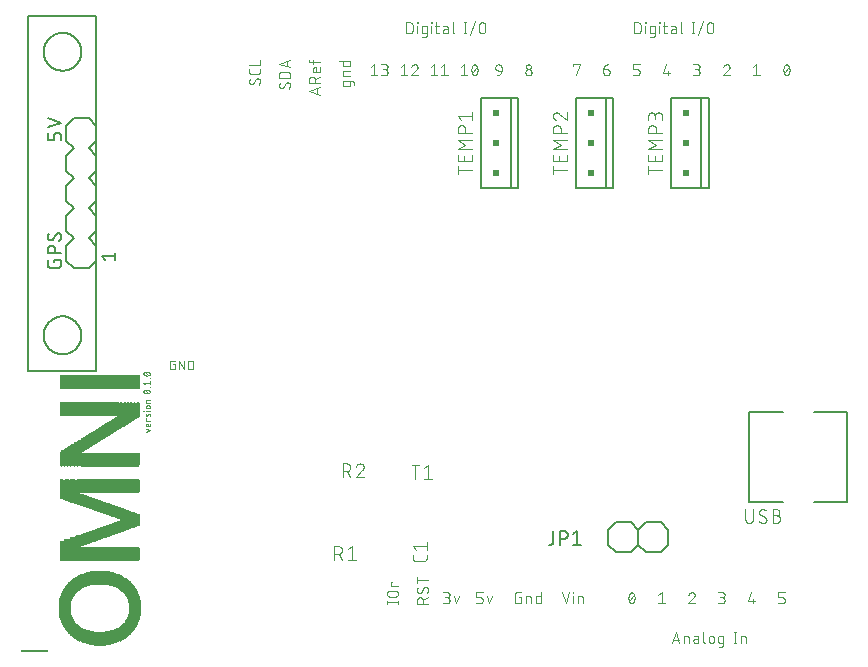
<source format=gbr>
G04 EAGLE Gerber RS-274X export*
G75*
%MOMM*%
%FSLAX34Y34*%
%LPD*%
%INSilkscreen Top*%
%IPPOS*%
%AMOC8*
5,1,8,0,0,1.08239X$1,22.5*%
G01*
%ADD10C,0.076200*%
%ADD11R,0.033019X0.891538*%
%ADD12R,0.033019X1.320800*%
%ADD13R,0.033019X1.617981*%
%ADD14R,0.033019X1.849119*%
%ADD15R,0.033019X2.080262*%
%ADD16R,0.033019X1.089656*%
%ADD17R,0.033019X0.957575*%
%ADD18R,0.033019X1.221738*%
%ADD19R,0.033019X1.155700*%
%ADD20R,0.033019X2.245356*%
%ADD21R,0.033019X1.122675*%
%ADD22R,0.033019X1.023619*%
%ADD23R,0.033019X1.254756*%
%ADD24R,0.033019X1.188719*%
%ADD25R,0.033019X2.443481*%
%ADD26R,0.033019X1.287781*%
%ADD27R,0.033019X2.575556*%
%ADD28R,0.033019X2.740663*%
%ADD29R,0.033019X2.839719*%
%ADD30R,0.033019X2.971800*%
%ADD31R,0.033019X1.353819*%
%ADD32R,0.033019X3.103881*%
%ADD33R,0.033019X1.386838*%
%ADD34R,0.033019X3.235956*%
%ADD35R,0.033019X3.335019*%
%ADD36R,0.033019X1.419856*%
%ADD37R,0.033019X3.434081*%
%ADD38R,0.033019X3.533138*%
%ADD39R,0.033019X1.452881*%
%ADD40R,0.033019X3.632200*%
%ADD41R,0.033019X1.287775*%
%ADD42R,0.033019X1.485900*%
%ADD43R,0.033019X3.731263*%
%ADD44R,0.033019X3.830319*%
%ADD45R,0.033019X1.518919*%
%ADD46R,0.033019X3.896356*%
%ADD47R,0.033019X1.551937*%
%ADD48R,0.033019X3.962400*%
%ADD49R,0.033019X4.028437*%
%ADD50R,0.033019X1.584956*%
%ADD51R,0.033019X4.127500*%
%ADD52R,0.033019X4.226556*%
%ADD53R,0.033019X4.292600*%
%ADD54R,0.033019X1.651000*%
%ADD55R,0.033019X4.358638*%
%ADD56R,0.033019X4.424681*%
%ADD57R,0.033019X1.684019*%
%ADD58R,0.033019X4.490719*%
%ADD59R,0.033019X1.717037*%
%ADD60R,0.033019X4.523738*%
%ADD61R,0.033019X2.047238*%
%ADD62R,0.033019X2.014219*%
%ADD63R,0.033019X1.750056*%
%ADD64R,0.033019X1.882138*%
%ADD65R,0.033019X1.617975*%
%ADD66R,0.033019X1.783081*%
%ADD67R,0.033019X1.816100*%
%ADD68R,0.033019X1.915156*%
%ADD69R,0.033019X1.948181*%
%ADD70R,0.033019X1.981200*%
%ADD71R,0.033019X1.948175*%
%ADD72R,0.033019X2.080256*%
%ADD73R,0.033019X2.113281*%
%ADD74R,0.033019X2.146300*%
%ADD75R,0.033019X0.957581*%
%ADD76R,0.033019X1.056638*%
%ADD77R,0.033019X0.990600*%
%ADD78R,0.033019X2.179319*%
%ADD79R,0.033019X2.212338*%
%ADD80R,0.033019X1.254763*%
%ADD81R,0.033019X2.278381*%
%ADD82R,0.033019X2.311400*%
%ADD83R,0.033019X2.344419*%
%ADD84R,0.033019X1.122681*%
%ADD85R,0.033019X1.089662*%
%ADD86R,0.033019X2.278375*%
%ADD87R,0.033019X2.113275*%
%ADD88R,0.033019X1.419863*%
%ADD89R,0.033019X1.750063*%
%ADD90R,0.033019X1.783075*%
%ADD91R,0.033019X4.457700*%
%ADD92R,0.033019X4.391662*%
%ADD93R,0.033019X4.325619*%
%ADD94R,0.033019X4.259581*%
%ADD95R,0.033019X4.193538*%
%ADD96R,0.033019X4.094481*%
%ADD97R,0.033019X3.797300*%
%ADD98R,0.033019X3.698238*%
%ADD99R,0.033019X3.500119*%
%ADD100R,0.033019X1.452875*%
%ADD101R,0.033019X3.302000*%
%ADD102R,0.033019X2.707638*%
%ADD103R,0.033019X0.924556*%
%ADD104C,0.000000*%
%ADD105C,0.050800*%
%ADD106C,0.152400*%
%ADD107C,0.127000*%
%ADD108C,0.101600*%
%ADD109R,0.508000X0.508000*%


D10*
X129246Y240873D02*
X130473Y240873D01*
X130473Y236781D01*
X128018Y236781D01*
X127940Y236783D01*
X127862Y236788D01*
X127785Y236798D01*
X127708Y236811D01*
X127632Y236827D01*
X127557Y236847D01*
X127483Y236871D01*
X127410Y236898D01*
X127338Y236929D01*
X127268Y236963D01*
X127200Y237000D01*
X127133Y237041D01*
X127068Y237085D01*
X127006Y237131D01*
X126946Y237181D01*
X126888Y237233D01*
X126833Y237288D01*
X126781Y237346D01*
X126731Y237406D01*
X126685Y237468D01*
X126641Y237533D01*
X126600Y237600D01*
X126563Y237668D01*
X126529Y237738D01*
X126498Y237810D01*
X126471Y237883D01*
X126447Y237957D01*
X126427Y238032D01*
X126411Y238108D01*
X126398Y238185D01*
X126388Y238262D01*
X126383Y238340D01*
X126381Y238418D01*
X126381Y242510D01*
X126383Y242590D01*
X126389Y242670D01*
X126399Y242750D01*
X126412Y242829D01*
X126430Y242908D01*
X126451Y242985D01*
X126477Y243061D01*
X126506Y243136D01*
X126538Y243210D01*
X126574Y243282D01*
X126614Y243352D01*
X126657Y243419D01*
X126703Y243485D01*
X126753Y243548D01*
X126805Y243609D01*
X126860Y243668D01*
X126919Y243723D01*
X126979Y243775D01*
X127043Y243825D01*
X127109Y243871D01*
X127176Y243914D01*
X127246Y243954D01*
X127318Y243990D01*
X127392Y244022D01*
X127466Y244051D01*
X127543Y244077D01*
X127620Y244098D01*
X127699Y244116D01*
X127778Y244129D01*
X127858Y244139D01*
X127938Y244145D01*
X128018Y244147D01*
X130473Y244147D01*
X134184Y244147D02*
X134184Y236781D01*
X138276Y236781D02*
X134184Y244147D01*
X138276Y244147D02*
X138276Y236781D01*
X141987Y236781D02*
X141987Y244147D01*
X144033Y244147D01*
X144122Y244145D01*
X144211Y244139D01*
X144300Y244129D01*
X144388Y244116D01*
X144476Y244099D01*
X144563Y244077D01*
X144648Y244052D01*
X144733Y244024D01*
X144816Y243991D01*
X144898Y243955D01*
X144978Y243916D01*
X145056Y243873D01*
X145132Y243827D01*
X145207Y243777D01*
X145279Y243724D01*
X145348Y243668D01*
X145415Y243609D01*
X145480Y243548D01*
X145541Y243483D01*
X145600Y243416D01*
X145656Y243347D01*
X145709Y243275D01*
X145759Y243200D01*
X145805Y243124D01*
X145848Y243046D01*
X145887Y242966D01*
X145923Y242884D01*
X145956Y242801D01*
X145984Y242716D01*
X146009Y242631D01*
X146031Y242544D01*
X146048Y242456D01*
X146061Y242368D01*
X146071Y242279D01*
X146077Y242190D01*
X146079Y242101D01*
X146079Y238827D01*
X146077Y238738D01*
X146071Y238649D01*
X146061Y238560D01*
X146048Y238472D01*
X146031Y238384D01*
X146009Y238297D01*
X145984Y238212D01*
X145956Y238127D01*
X145923Y238044D01*
X145887Y237962D01*
X145848Y237882D01*
X145805Y237804D01*
X145759Y237728D01*
X145709Y237653D01*
X145656Y237581D01*
X145600Y237512D01*
X145541Y237445D01*
X145480Y237380D01*
X145415Y237319D01*
X145348Y237260D01*
X145279Y237204D01*
X145207Y237151D01*
X145132Y237101D01*
X145056Y237055D01*
X144978Y237012D01*
X144898Y236973D01*
X144816Y236937D01*
X144733Y236904D01*
X144648Y236876D01*
X144563Y236851D01*
X144476Y236829D01*
X144388Y236812D01*
X144300Y236799D01*
X144211Y236789D01*
X144122Y236783D01*
X144033Y236781D01*
X141987Y236781D01*
D11*
X102032Y34341D03*
D12*
X101702Y34506D03*
D13*
X101371Y34341D03*
D14*
X101041Y34506D03*
D15*
X100711Y34341D03*
D16*
X100711Y80239D03*
D17*
X100711Y108966D03*
D16*
X100711Y137693D03*
X100711Y160477D03*
D18*
X100711Y202413D03*
D19*
X100711Y226187D03*
D20*
X100381Y34506D03*
D21*
X100381Y80073D03*
D22*
X100381Y108966D03*
D21*
X100381Y137858D03*
X100381Y160312D03*
D23*
X100381Y202247D03*
D24*
X100381Y226022D03*
D25*
X100051Y34506D03*
D21*
X100051Y80073D03*
D22*
X100051Y108966D03*
D21*
X100051Y137858D03*
X100051Y160312D03*
D26*
X100051Y202082D03*
D24*
X100051Y226022D03*
D27*
X99720Y34506D03*
D21*
X99720Y80073D03*
D22*
X99720Y108966D03*
D21*
X99720Y137858D03*
X99720Y160312D03*
D26*
X99720Y202082D03*
D24*
X99720Y226022D03*
D28*
X99390Y34341D03*
D21*
X99390Y80073D03*
D16*
X99390Y108966D03*
D21*
X99390Y137858D03*
X99390Y160312D03*
D12*
X99390Y201917D03*
D24*
X99390Y226022D03*
D29*
X99060Y34506D03*
D21*
X99060Y80073D03*
D16*
X99060Y108966D03*
D21*
X99060Y137858D03*
X99060Y160312D03*
D12*
X99060Y201917D03*
D24*
X99060Y226022D03*
D30*
X98730Y34506D03*
D21*
X98730Y80073D03*
D16*
X98730Y108966D03*
D21*
X98730Y137858D03*
X98730Y160312D03*
D31*
X98730Y201752D03*
D24*
X98730Y226022D03*
D32*
X98400Y34506D03*
D21*
X98400Y80073D03*
D19*
X98400Y108966D03*
D21*
X98400Y137858D03*
X98400Y160312D03*
D33*
X98400Y201587D03*
D24*
X98400Y226022D03*
D34*
X98069Y34506D03*
D21*
X98069Y80073D03*
D19*
X98069Y108966D03*
D21*
X98069Y137858D03*
X98069Y160312D03*
D33*
X98069Y201587D03*
D24*
X98069Y226022D03*
D35*
X97739Y34341D03*
D21*
X97739Y80073D03*
D19*
X97739Y108966D03*
D21*
X97739Y137858D03*
X97739Y160312D03*
D36*
X97739Y201422D03*
D24*
X97739Y226022D03*
D37*
X97409Y34506D03*
D21*
X97409Y80073D03*
D18*
X97409Y108966D03*
D21*
X97409Y137858D03*
X97409Y160312D03*
D36*
X97409Y201422D03*
D24*
X97409Y226022D03*
D38*
X97079Y34341D03*
D21*
X97079Y80073D03*
D18*
X97079Y108966D03*
D21*
X97079Y137858D03*
X97079Y160312D03*
D39*
X97079Y201257D03*
D24*
X97079Y226022D03*
D40*
X96749Y34506D03*
D21*
X96749Y80073D03*
D41*
X96749Y108966D03*
D21*
X96749Y137858D03*
X96749Y160312D03*
D42*
X96749Y201092D03*
D24*
X96749Y226022D03*
D43*
X96418Y34341D03*
D21*
X96418Y80073D03*
D41*
X96418Y108966D03*
D21*
X96418Y137858D03*
X96418Y160312D03*
D42*
X96418Y201092D03*
D24*
X96418Y226022D03*
D44*
X96088Y34506D03*
D21*
X96088Y80073D03*
D41*
X96088Y108966D03*
D21*
X96088Y137858D03*
X96088Y160312D03*
D45*
X96088Y200927D03*
D24*
X96088Y226022D03*
D46*
X95758Y34506D03*
D21*
X95758Y80073D03*
D31*
X95758Y108966D03*
D21*
X95758Y137858D03*
X95758Y160312D03*
D47*
X95758Y200762D03*
D24*
X95758Y226022D03*
D48*
X95428Y34506D03*
D21*
X95428Y80073D03*
D31*
X95428Y108966D03*
D21*
X95428Y137858D03*
X95428Y160312D03*
D47*
X95428Y200762D03*
D24*
X95428Y226022D03*
D49*
X95098Y34506D03*
D21*
X95098Y80073D03*
D31*
X95098Y108966D03*
D21*
X95098Y137858D03*
X95098Y160312D03*
D50*
X95098Y200596D03*
D24*
X95098Y226022D03*
D51*
X94767Y34341D03*
D21*
X94767Y80073D03*
D36*
X94767Y108966D03*
D21*
X94767Y137858D03*
X94767Y160312D03*
D50*
X94767Y200596D03*
D24*
X94767Y226022D03*
D52*
X94437Y34506D03*
D21*
X94437Y80073D03*
D36*
X94437Y108966D03*
D21*
X94437Y137858D03*
X94437Y160312D03*
D13*
X94437Y200431D03*
D24*
X94437Y226022D03*
D53*
X94107Y34506D03*
D21*
X94107Y80073D03*
D36*
X94107Y108966D03*
D21*
X94107Y137858D03*
X94107Y160312D03*
D54*
X94107Y200266D03*
D24*
X94107Y226022D03*
D55*
X93777Y34506D03*
D21*
X93777Y80073D03*
D42*
X93777Y108966D03*
D21*
X93777Y137858D03*
X93777Y160312D03*
D54*
X93777Y200266D03*
D24*
X93777Y226022D03*
D56*
X93447Y34506D03*
D21*
X93447Y80073D03*
D42*
X93447Y108966D03*
D21*
X93447Y137858D03*
X93447Y160312D03*
D57*
X93447Y200101D03*
D24*
X93447Y226022D03*
D58*
X93116Y34506D03*
D21*
X93116Y80073D03*
D45*
X93116Y109131D03*
D21*
X93116Y137858D03*
X93116Y160312D03*
D59*
X93116Y199936D03*
D24*
X93116Y226022D03*
D60*
X92786Y34341D03*
D21*
X92786Y80073D03*
D47*
X92786Y108966D03*
D21*
X92786Y137858D03*
X92786Y160312D03*
D59*
X92786Y199936D03*
D24*
X92786Y226022D03*
D61*
X92456Y21628D03*
D62*
X92456Y47219D03*
D21*
X92456Y80073D03*
D47*
X92456Y108966D03*
D21*
X92456Y137858D03*
X92456Y160312D03*
D63*
X92456Y199771D03*
D24*
X92456Y226022D03*
D64*
X92126Y20472D03*
D14*
X92126Y48374D03*
D21*
X92126Y80073D03*
D65*
X92126Y108966D03*
D21*
X92126Y137858D03*
X92126Y160312D03*
D63*
X92126Y199771D03*
D24*
X92126Y226022D03*
D63*
X91796Y19812D03*
D66*
X91796Y49035D03*
D21*
X91796Y80073D03*
D65*
X91796Y108966D03*
D21*
X91796Y137858D03*
X91796Y160312D03*
D66*
X91796Y199606D03*
D24*
X91796Y226022D03*
D57*
X91465Y19152D03*
X91465Y49860D03*
D21*
X91465Y80073D03*
D65*
X91465Y108966D03*
D21*
X91465Y137858D03*
X91465Y160312D03*
D67*
X91465Y199441D03*
D24*
X91465Y226022D03*
D54*
X91135Y18656D03*
X91135Y50355D03*
D21*
X91135Y80073D03*
D57*
X91135Y108966D03*
D21*
X91135Y137858D03*
X91135Y160312D03*
D67*
X91135Y199441D03*
D24*
X91135Y226022D03*
D50*
X90805Y17996D03*
D13*
X90805Y50851D03*
D21*
X90805Y80073D03*
D57*
X90805Y108966D03*
D21*
X90805Y137858D03*
X90805Y160312D03*
D14*
X90805Y199276D03*
D24*
X90805Y226022D03*
D47*
X90475Y17501D03*
X90475Y51181D03*
D21*
X90475Y80073D03*
D57*
X90475Y108966D03*
D21*
X90475Y137858D03*
X90475Y160312D03*
D14*
X90475Y199276D03*
D24*
X90475Y226022D03*
D45*
X90145Y17335D03*
X90145Y51676D03*
D21*
X90145Y80073D03*
D63*
X90145Y108966D03*
D21*
X90145Y137858D03*
X90145Y160312D03*
D64*
X90145Y199111D03*
D24*
X90145Y226022D03*
D42*
X89814Y16840D03*
X89814Y52172D03*
D21*
X89814Y80073D03*
D63*
X89814Y108966D03*
D21*
X89814Y137858D03*
X89814Y160312D03*
D68*
X89814Y198945D03*
D24*
X89814Y226022D03*
D42*
X89484Y16510D03*
X89484Y52502D03*
D21*
X89484Y80073D03*
D63*
X89484Y108966D03*
D21*
X89484Y137858D03*
X89484Y160312D03*
D68*
X89484Y198945D03*
D24*
X89484Y226022D03*
D39*
X89154Y16015D03*
D36*
X89154Y52832D03*
D21*
X89154Y80073D03*
D67*
X89154Y108966D03*
D21*
X89154Y137858D03*
X89154Y160312D03*
D69*
X89154Y198780D03*
D24*
X89154Y226022D03*
D36*
X88824Y15850D03*
X88824Y53162D03*
D21*
X88824Y80073D03*
D67*
X88824Y108966D03*
D21*
X88824Y137858D03*
X88824Y160312D03*
D70*
X88824Y198615D03*
D24*
X88824Y226022D03*
D36*
X88494Y15519D03*
X88494Y53492D03*
D21*
X88494Y80073D03*
D14*
X88494Y109131D03*
D21*
X88494Y137858D03*
X88494Y160312D03*
D70*
X88494Y198615D03*
D24*
X88494Y226022D03*
D31*
X88163Y15189D03*
D33*
X88163Y53657D03*
D21*
X88163Y80073D03*
D64*
X88163Y108966D03*
D21*
X88163Y137858D03*
X88163Y160312D03*
D62*
X88163Y198450D03*
D24*
X88163Y226022D03*
D31*
X87833Y14859D03*
D33*
X87833Y53988D03*
D21*
X87833Y80073D03*
D64*
X87833Y108966D03*
D21*
X87833Y137858D03*
X87833Y160312D03*
D62*
X87833Y198450D03*
D24*
X87833Y226022D03*
D31*
X87503Y14529D03*
X87503Y54153D03*
D21*
X87503Y80073D03*
D71*
X87503Y108966D03*
D21*
X87503Y137858D03*
X87503Y160312D03*
D61*
X87503Y198285D03*
D24*
X87503Y226022D03*
D12*
X87173Y14364D03*
D31*
X87173Y54483D03*
D21*
X87173Y80073D03*
D71*
X87173Y108966D03*
D21*
X87173Y137858D03*
X87173Y160312D03*
D72*
X87173Y198120D03*
D24*
X87173Y226022D03*
D12*
X86843Y14033D03*
D31*
X86843Y54813D03*
D21*
X86843Y80073D03*
D71*
X86843Y108966D03*
D21*
X86843Y137858D03*
X86843Y160312D03*
D72*
X86843Y198120D03*
D24*
X86843Y226022D03*
D12*
X86512Y14033D03*
X86512Y54978D03*
D21*
X86512Y80073D03*
D62*
X86512Y108966D03*
D21*
X86512Y137858D03*
X86512Y160312D03*
D73*
X86512Y197955D03*
D24*
X86512Y226022D03*
D12*
X86182Y13703D03*
X86182Y55308D03*
D21*
X86182Y80073D03*
D62*
X86182Y108966D03*
D21*
X86182Y137858D03*
X86182Y160312D03*
D74*
X86182Y197790D03*
D24*
X86182Y226022D03*
D26*
X85852Y13538D03*
D41*
X85852Y55474D03*
D21*
X85852Y80073D03*
D22*
X85852Y104013D03*
D75*
X85852Y114249D03*
D21*
X85852Y137858D03*
X85852Y160312D03*
D74*
X85852Y197790D03*
D24*
X85852Y226022D03*
D41*
X85522Y13208D03*
D26*
X85522Y55804D03*
D21*
X85522Y80073D03*
D76*
X85522Y103848D03*
D77*
X85522Y114414D03*
D21*
X85522Y137858D03*
X85522Y160312D03*
D78*
X85522Y197625D03*
D24*
X85522Y226022D03*
D23*
X85192Y13043D03*
D26*
X85192Y55804D03*
D21*
X85192Y80073D03*
D76*
X85192Y103848D03*
D77*
X85192Y114414D03*
D21*
X85192Y137858D03*
X85192Y160312D03*
D78*
X85192Y197625D03*
D24*
X85192Y226022D03*
D26*
X84861Y12878D03*
D41*
X84861Y56134D03*
D21*
X84861Y80073D03*
D22*
X84861Y103683D03*
D77*
X84861Y114744D03*
D21*
X84861Y137858D03*
X84861Y160312D03*
D79*
X84861Y197460D03*
D24*
X84861Y226022D03*
D23*
X84531Y12713D03*
X84531Y56299D03*
D21*
X84531Y80073D03*
D76*
X84531Y103518D03*
D77*
X84531Y114744D03*
D21*
X84531Y137858D03*
X84531Y160312D03*
D20*
X84531Y197294D03*
D24*
X84531Y226022D03*
D23*
X84201Y12382D03*
D26*
X84201Y56464D03*
D21*
X84201Y80073D03*
D22*
X84201Y103353D03*
D17*
X84201Y114910D03*
D21*
X84201Y137858D03*
X84201Y160312D03*
D20*
X84201Y197294D03*
D24*
X84201Y226022D03*
D23*
X83871Y12382D03*
D80*
X83871Y56629D03*
D21*
X83871Y80073D03*
D76*
X83871Y103187D03*
D77*
X83871Y115075D03*
D21*
X83871Y137858D03*
X83871Y160312D03*
D81*
X83871Y197129D03*
D24*
X83871Y226022D03*
D80*
X83541Y12052D03*
D23*
X83541Y56959D03*
D21*
X83541Y80073D03*
D76*
X83541Y103187D03*
D77*
X83541Y115075D03*
D21*
X83541Y137858D03*
X83541Y160312D03*
D81*
X83541Y197129D03*
D24*
X83541Y226022D03*
D80*
X83210Y12052D03*
D23*
X83210Y56959D03*
D21*
X83210Y80073D03*
D22*
X83210Y103022D03*
D75*
X83210Y115240D03*
D21*
X83210Y137858D03*
X83210Y160312D03*
D82*
X83210Y196964D03*
D24*
X83210Y226022D03*
D23*
X82880Y11722D03*
D18*
X82880Y57125D03*
D21*
X82880Y80073D03*
D76*
X82880Y102857D03*
D77*
X82880Y115405D03*
D21*
X82880Y137858D03*
X82880Y160312D03*
D83*
X82880Y196799D03*
D24*
X82880Y226022D03*
D23*
X82550Y11722D03*
X82550Y57290D03*
D21*
X82550Y80073D03*
D76*
X82550Y102857D03*
D77*
X82550Y115405D03*
D21*
X82550Y137858D03*
X82550Y160312D03*
D24*
X82550Y191021D03*
D84*
X82550Y202908D03*
D24*
X82550Y226022D03*
D18*
X82220Y11557D03*
X82220Y57455D03*
D21*
X82220Y80073D03*
D22*
X82220Y102692D03*
D17*
X82220Y115570D03*
D21*
X82220Y137858D03*
X82220Y160312D03*
D18*
X82220Y190856D03*
D84*
X82220Y202908D03*
D24*
X82220Y226022D03*
D23*
X81890Y11392D03*
X81890Y57620D03*
D21*
X81890Y80073D03*
D76*
X81890Y102527D03*
D77*
X81890Y115735D03*
D21*
X81890Y137858D03*
X81890Y160312D03*
D18*
X81890Y190525D03*
D84*
X81890Y202908D03*
D24*
X81890Y226022D03*
D18*
X81559Y11227D03*
X81559Y57785D03*
D21*
X81559Y80073D03*
D76*
X81559Y102527D03*
D77*
X81559Y115735D03*
D21*
X81559Y137858D03*
X81559Y160312D03*
D24*
X81559Y190360D03*
D84*
X81559Y202908D03*
D24*
X81559Y226022D03*
D23*
X81229Y11062D03*
D18*
X81229Y57785D03*
D21*
X81229Y80073D03*
D22*
X81229Y102362D03*
D75*
X81229Y115900D03*
D21*
X81229Y137858D03*
X81229Y160312D03*
D18*
X81229Y190195D03*
D84*
X81229Y202908D03*
D24*
X81229Y226022D03*
D18*
X80899Y10897D03*
X80899Y58115D03*
D21*
X80899Y80073D03*
D76*
X80899Y102197D03*
D77*
X80899Y116065D03*
D21*
X80899Y137858D03*
X80899Y160312D03*
D24*
X80899Y190030D03*
D84*
X80899Y202908D03*
D24*
X80899Y226022D03*
D18*
X80569Y10897D03*
X80569Y58115D03*
D21*
X80569Y80073D03*
D76*
X80569Y102197D03*
D77*
X80569Y116065D03*
D21*
X80569Y137858D03*
X80569Y160312D03*
D18*
X80569Y189865D03*
D84*
X80569Y202908D03*
D24*
X80569Y226022D03*
D18*
X80239Y10566D03*
X80239Y58115D03*
D21*
X80239Y80073D03*
D22*
X80239Y102032D03*
D77*
X80239Y116395D03*
D21*
X80239Y137858D03*
X80239Y160312D03*
D18*
X80239Y189535D03*
D84*
X80239Y202908D03*
D24*
X80239Y226022D03*
D18*
X79908Y10566D03*
X79908Y58445D03*
D21*
X79908Y80073D03*
D76*
X79908Y101867D03*
D77*
X79908Y116395D03*
D21*
X79908Y137858D03*
X79908Y160312D03*
D24*
X79908Y189370D03*
D84*
X79908Y202908D03*
D24*
X79908Y226022D03*
D18*
X79578Y10566D03*
X79578Y58445D03*
D21*
X79578Y80073D03*
D76*
X79578Y101867D03*
D77*
X79578Y116395D03*
D21*
X79578Y137858D03*
X79578Y160312D03*
D18*
X79578Y189205D03*
D84*
X79578Y202908D03*
D24*
X79578Y226022D03*
X79248Y10401D03*
X79248Y58610D03*
D21*
X79248Y80073D03*
D76*
X79248Y101536D03*
D77*
X79248Y116726D03*
D21*
X79248Y137858D03*
X79248Y160312D03*
D18*
X79248Y188874D03*
D84*
X79248Y202908D03*
D24*
X79248Y226022D03*
D18*
X78918Y10236D03*
D24*
X78918Y58610D03*
D21*
X78918Y80073D03*
D76*
X78918Y101536D03*
D77*
X78918Y116726D03*
D21*
X78918Y137858D03*
X78918Y160312D03*
D24*
X78918Y188709D03*
D84*
X78918Y202908D03*
D24*
X78918Y226022D03*
X78588Y10071D03*
D18*
X78588Y58776D03*
D21*
X78588Y80073D03*
D22*
X78588Y101371D03*
D77*
X78588Y116726D03*
D21*
X78588Y137858D03*
X78588Y160312D03*
D18*
X78588Y188544D03*
D84*
X78588Y202908D03*
D24*
X78588Y226022D03*
X78257Y10071D03*
X78257Y58941D03*
D21*
X78257Y80073D03*
D76*
X78257Y101206D03*
D77*
X78257Y117056D03*
D21*
X78257Y137858D03*
X78257Y160312D03*
D24*
X78257Y188379D03*
D84*
X78257Y202908D03*
D24*
X78257Y226022D03*
D18*
X77927Y9906D03*
D24*
X77927Y58941D03*
D21*
X77927Y80073D03*
D76*
X77927Y101206D03*
D77*
X77927Y117056D03*
D21*
X77927Y137858D03*
X77927Y160312D03*
D18*
X77927Y188214D03*
D84*
X77927Y202908D03*
D24*
X77927Y226022D03*
D18*
X77597Y9906D03*
X77597Y59106D03*
D21*
X77597Y80073D03*
D22*
X77597Y101041D03*
D77*
X77597Y117056D03*
D21*
X77597Y137858D03*
X77597Y160312D03*
D18*
X77597Y187884D03*
D84*
X77597Y202908D03*
D24*
X77597Y226022D03*
X77267Y9741D03*
D18*
X77267Y59106D03*
D21*
X77267Y80073D03*
D76*
X77267Y100876D03*
D77*
X77267Y117386D03*
D21*
X77267Y137858D03*
X77267Y160312D03*
D24*
X77267Y187719D03*
D84*
X77267Y202908D03*
D24*
X77267Y226022D03*
X76937Y9741D03*
X76937Y59271D03*
D21*
X76937Y80073D03*
D76*
X76937Y100876D03*
D77*
X76937Y117386D03*
D21*
X76937Y137858D03*
X76937Y160312D03*
D18*
X76937Y187554D03*
D84*
X76937Y202908D03*
D24*
X76937Y226022D03*
X76606Y9741D03*
X76606Y59271D03*
D21*
X76606Y80073D03*
D22*
X76606Y100711D03*
D77*
X76606Y117386D03*
D21*
X76606Y137858D03*
X76606Y160312D03*
D24*
X76606Y187388D03*
D84*
X76606Y202908D03*
D24*
X76606Y226022D03*
D18*
X76276Y9576D03*
D24*
X76276Y59271D03*
D21*
X76276Y80073D03*
D76*
X76276Y100546D03*
D77*
X76276Y117716D03*
D21*
X76276Y137858D03*
X76276Y160312D03*
D18*
X76276Y187223D03*
D84*
X76276Y202908D03*
D24*
X76276Y226022D03*
X75946Y9411D03*
D18*
X75946Y59436D03*
D21*
X75946Y80073D03*
D76*
X75946Y100546D03*
D77*
X75946Y117716D03*
D21*
X75946Y137858D03*
X75946Y160312D03*
D18*
X75946Y186893D03*
D84*
X75946Y202908D03*
D24*
X75946Y226022D03*
X75616Y9411D03*
X75616Y59601D03*
D21*
X75616Y80073D03*
D22*
X75616Y100381D03*
X75616Y117881D03*
D21*
X75616Y137858D03*
X75616Y160312D03*
D24*
X75616Y186728D03*
D84*
X75616Y202908D03*
D24*
X75616Y226022D03*
X75286Y9411D03*
X75286Y59601D03*
D21*
X75286Y80073D03*
D76*
X75286Y100216D03*
D77*
X75286Y118046D03*
D21*
X75286Y137858D03*
X75286Y160312D03*
D18*
X75286Y186563D03*
D84*
X75286Y202908D03*
D24*
X75286Y226022D03*
D18*
X74955Y9246D03*
D24*
X74955Y59601D03*
D21*
X74955Y80073D03*
D76*
X74955Y100216D03*
D77*
X74955Y118046D03*
D21*
X74955Y137858D03*
X74955Y160312D03*
D18*
X74955Y186233D03*
D84*
X74955Y202908D03*
D24*
X74955Y226022D03*
X74625Y9080D03*
X74625Y59601D03*
D21*
X74625Y80073D03*
D76*
X74625Y99885D03*
D22*
X74625Y118212D03*
D21*
X74625Y137858D03*
X74625Y160312D03*
D24*
X74625Y186068D03*
D84*
X74625Y202908D03*
D24*
X74625Y226022D03*
X74295Y9080D03*
X74295Y59931D03*
D21*
X74295Y80073D03*
D76*
X74295Y99885D03*
D77*
X74295Y118377D03*
D21*
X74295Y137858D03*
X74295Y160312D03*
D18*
X74295Y185903D03*
D84*
X74295Y202908D03*
D24*
X74295Y226022D03*
X73965Y9080D03*
X73965Y59931D03*
D21*
X73965Y80073D03*
D76*
X73965Y99885D03*
D77*
X73965Y118377D03*
D21*
X73965Y137858D03*
X73965Y160312D03*
D24*
X73965Y185737D03*
D84*
X73965Y202908D03*
D24*
X73965Y226022D03*
X73635Y9080D03*
X73635Y59931D03*
D21*
X73635Y80073D03*
D76*
X73635Y99555D03*
D77*
X73635Y118707D03*
D21*
X73635Y137858D03*
X73635Y160312D03*
D18*
X73635Y185572D03*
D84*
X73635Y202908D03*
D24*
X73635Y226022D03*
X73304Y9080D03*
X73304Y59931D03*
D21*
X73304Y80073D03*
D76*
X73304Y99555D03*
D77*
X73304Y118707D03*
D21*
X73304Y137858D03*
X73304Y160312D03*
D18*
X73304Y185242D03*
D84*
X73304Y202908D03*
D24*
X73304Y226022D03*
X72974Y9080D03*
X72974Y59931D03*
D21*
X72974Y80073D03*
D22*
X72974Y99390D03*
D77*
X72974Y118707D03*
D21*
X72974Y137858D03*
X72974Y160312D03*
D24*
X72974Y185077D03*
D84*
X72974Y202908D03*
D24*
X72974Y226022D03*
D19*
X72644Y8915D03*
D24*
X72644Y59931D03*
D21*
X72644Y80073D03*
D76*
X72644Y99225D03*
D77*
X72644Y119037D03*
D21*
X72644Y137858D03*
X72644Y160312D03*
D18*
X72644Y184912D03*
D84*
X72644Y202908D03*
D24*
X72644Y226022D03*
X72314Y8750D03*
X72314Y59931D03*
D21*
X72314Y80073D03*
D76*
X72314Y99225D03*
D77*
X72314Y119037D03*
D21*
X72314Y137858D03*
X72314Y160312D03*
D18*
X72314Y184582D03*
D84*
X72314Y202908D03*
D24*
X72314Y226022D03*
X71984Y8750D03*
D19*
X71984Y60096D03*
D21*
X71984Y80073D03*
D22*
X71984Y99060D03*
X71984Y119202D03*
D21*
X71984Y137858D03*
X71984Y160312D03*
D24*
X71984Y184417D03*
D84*
X71984Y202908D03*
D24*
X71984Y226022D03*
X71653Y8750D03*
X71653Y60261D03*
D21*
X71653Y80073D03*
D76*
X71653Y98895D03*
D77*
X71653Y119367D03*
D21*
X71653Y137858D03*
X71653Y160312D03*
D18*
X71653Y184252D03*
D84*
X71653Y202908D03*
D24*
X71653Y226022D03*
X71323Y8750D03*
X71323Y60261D03*
D21*
X71323Y80073D03*
D76*
X71323Y98895D03*
D77*
X71323Y119367D03*
D21*
X71323Y137858D03*
X71323Y160312D03*
D24*
X71323Y184086D03*
D84*
X71323Y202908D03*
D24*
X71323Y226022D03*
X70993Y8750D03*
X70993Y60261D03*
D21*
X70993Y80073D03*
D76*
X70993Y98565D03*
D22*
X70993Y119532D03*
D21*
X70993Y137858D03*
X70993Y160312D03*
D18*
X70993Y183921D03*
D84*
X70993Y202908D03*
D24*
X70993Y226022D03*
X70663Y8750D03*
X70663Y60261D03*
D21*
X70663Y80073D03*
D76*
X70663Y98565D03*
D77*
X70663Y119697D03*
D21*
X70663Y137858D03*
X70663Y160312D03*
D18*
X70663Y183591D03*
D84*
X70663Y202908D03*
D24*
X70663Y226022D03*
X70333Y8750D03*
X70333Y60261D03*
D21*
X70333Y80073D03*
D76*
X70333Y98565D03*
D77*
X70333Y119697D03*
D21*
X70333Y137858D03*
X70333Y160312D03*
D24*
X70333Y183426D03*
D84*
X70333Y202908D03*
D24*
X70333Y226022D03*
X70002Y8750D03*
X70002Y60261D03*
D21*
X70002Y80073D03*
D76*
X70002Y98234D03*
D22*
X70002Y119863D03*
D21*
X70002Y137858D03*
X70002Y160312D03*
D18*
X70002Y183261D03*
D84*
X70002Y202908D03*
D24*
X70002Y226022D03*
X69672Y8750D03*
X69672Y60261D03*
D21*
X69672Y80073D03*
D76*
X69672Y98234D03*
D77*
X69672Y120028D03*
D21*
X69672Y137858D03*
X69672Y160312D03*
D24*
X69672Y183096D03*
D84*
X69672Y202908D03*
D24*
X69672Y226022D03*
X69342Y8750D03*
X69342Y60261D03*
D21*
X69342Y80073D03*
D76*
X69342Y98234D03*
D77*
X69342Y120028D03*
D21*
X69342Y137858D03*
X69342Y160312D03*
D18*
X69342Y182931D03*
D84*
X69342Y202908D03*
D24*
X69342Y226022D03*
D19*
X69012Y8585D03*
D24*
X69012Y60261D03*
D21*
X69012Y80073D03*
D76*
X69012Y97904D03*
D22*
X69012Y120193D03*
D21*
X69012Y137858D03*
X69012Y160312D03*
D18*
X69012Y182601D03*
D84*
X69012Y202908D03*
D24*
X69012Y226022D03*
D19*
X68682Y8585D03*
D24*
X68682Y60261D03*
D21*
X68682Y80073D03*
D76*
X68682Y97904D03*
D77*
X68682Y120358D03*
D21*
X68682Y137858D03*
X68682Y160312D03*
D24*
X68682Y182435D03*
D84*
X68682Y202908D03*
D24*
X68682Y226022D03*
D19*
X68351Y8585D03*
D24*
X68351Y60261D03*
D21*
X68351Y80073D03*
D76*
X68351Y97904D03*
D77*
X68351Y120358D03*
D21*
X68351Y137858D03*
X68351Y160312D03*
D18*
X68351Y182270D03*
D84*
X68351Y202908D03*
D24*
X68351Y226022D03*
D19*
X68021Y8585D03*
D24*
X68021Y60261D03*
D21*
X68021Y80073D03*
D76*
X68021Y97574D03*
D22*
X68021Y120523D03*
D21*
X68021Y137858D03*
X68021Y160312D03*
D18*
X68021Y181940D03*
D84*
X68021Y202908D03*
D24*
X68021Y226022D03*
D19*
X67691Y8585D03*
D24*
X67691Y60261D03*
D21*
X67691Y80073D03*
D76*
X67691Y97574D03*
D77*
X67691Y120688D03*
D21*
X67691Y137858D03*
X67691Y160312D03*
D24*
X67691Y181775D03*
D84*
X67691Y202908D03*
D24*
X67691Y226022D03*
D19*
X67361Y8585D03*
D24*
X67361Y60261D03*
D21*
X67361Y80073D03*
D76*
X67361Y97574D03*
D22*
X67361Y120853D03*
D21*
X67361Y137858D03*
X67361Y160312D03*
D18*
X67361Y181610D03*
D84*
X67361Y202908D03*
D24*
X67361Y226022D03*
D19*
X67031Y8585D03*
D24*
X67031Y60261D03*
D21*
X67031Y80073D03*
D76*
X67031Y97244D03*
D22*
X67031Y120853D03*
D21*
X67031Y137858D03*
X67031Y160312D03*
D24*
X67031Y181445D03*
D84*
X67031Y202908D03*
D24*
X67031Y226022D03*
D19*
X66700Y8585D03*
D24*
X66700Y60261D03*
D21*
X66700Y80073D03*
D76*
X66700Y97244D03*
D77*
X66700Y121018D03*
D21*
X66700Y137858D03*
X66700Y160312D03*
D18*
X66700Y181280D03*
D84*
X66700Y202908D03*
D24*
X66700Y226022D03*
D19*
X66370Y8585D03*
D24*
X66370Y60261D03*
D21*
X66370Y80073D03*
D76*
X66370Y96914D03*
D22*
X66370Y121183D03*
D21*
X66370Y137858D03*
X66370Y160312D03*
D18*
X66370Y180950D03*
D84*
X66370Y202908D03*
D24*
X66370Y226022D03*
D19*
X66040Y8585D03*
D24*
X66040Y60261D03*
D21*
X66040Y80073D03*
D76*
X66040Y96914D03*
D22*
X66040Y121183D03*
D21*
X66040Y137858D03*
X66040Y160312D03*
D24*
X66040Y180784D03*
D84*
X66040Y202908D03*
D24*
X66040Y226022D03*
X65710Y8750D03*
X65710Y60261D03*
D21*
X65710Y80073D03*
D76*
X65710Y96914D03*
D77*
X65710Y121348D03*
D21*
X65710Y137858D03*
X65710Y160312D03*
D18*
X65710Y180619D03*
D84*
X65710Y202908D03*
D24*
X65710Y226022D03*
X65380Y8750D03*
X65380Y60261D03*
D21*
X65380Y80073D03*
D76*
X65380Y96583D03*
D22*
X65380Y121514D03*
D21*
X65380Y137858D03*
X65380Y160312D03*
D24*
X65380Y180454D03*
D84*
X65380Y202908D03*
D24*
X65380Y226022D03*
X65049Y8750D03*
X65049Y60261D03*
D21*
X65049Y80073D03*
D76*
X65049Y96583D03*
D22*
X65049Y121514D03*
D21*
X65049Y137858D03*
X65049Y160312D03*
D24*
X65049Y180124D03*
D84*
X65049Y202908D03*
D24*
X65049Y226022D03*
X64719Y8750D03*
X64719Y60261D03*
D21*
X64719Y80073D03*
D76*
X64719Y96583D03*
D77*
X64719Y121679D03*
D21*
X64719Y137858D03*
X64719Y160312D03*
D18*
X64719Y179959D03*
D84*
X64719Y202908D03*
D24*
X64719Y226022D03*
X64389Y8750D03*
X64389Y60261D03*
D21*
X64389Y80073D03*
D76*
X64389Y96253D03*
D22*
X64389Y121844D03*
D21*
X64389Y137858D03*
X64389Y160312D03*
D24*
X64389Y179794D03*
D84*
X64389Y202908D03*
D24*
X64389Y226022D03*
X64059Y8750D03*
X64059Y60261D03*
D21*
X64059Y80073D03*
D76*
X64059Y96253D03*
D22*
X64059Y121844D03*
D21*
X64059Y137858D03*
X64059Y160312D03*
D18*
X64059Y179629D03*
D84*
X64059Y202908D03*
D24*
X64059Y226022D03*
X63729Y8750D03*
X63729Y60261D03*
D21*
X63729Y80073D03*
D76*
X63729Y96253D03*
D77*
X63729Y122009D03*
D21*
X63729Y137858D03*
X63729Y160312D03*
D18*
X63729Y179299D03*
D84*
X63729Y202908D03*
D24*
X63729Y226022D03*
X63398Y8750D03*
X63398Y60261D03*
D21*
X63398Y80073D03*
D76*
X63398Y95923D03*
D22*
X63398Y122174D03*
D21*
X63398Y137858D03*
X63398Y160312D03*
D24*
X63398Y179133D03*
D84*
X63398Y202908D03*
D24*
X63398Y226022D03*
X63068Y8750D03*
D19*
X63068Y60096D03*
D21*
X63068Y80073D03*
D76*
X63068Y95923D03*
D22*
X63068Y122174D03*
D21*
X63068Y137858D03*
X63068Y160312D03*
D18*
X63068Y178968D03*
D84*
X63068Y202908D03*
D24*
X63068Y226022D03*
X62738Y8750D03*
X62738Y59931D03*
D21*
X62738Y80073D03*
D76*
X62738Y95923D03*
D22*
X62738Y122504D03*
D21*
X62738Y137858D03*
X62738Y160312D03*
D24*
X62738Y178803D03*
D84*
X62738Y202908D03*
D24*
X62738Y226022D03*
D19*
X62408Y8915D03*
D24*
X62408Y59931D03*
D21*
X62408Y80073D03*
D76*
X62408Y95593D03*
D22*
X62408Y122504D03*
D21*
X62408Y137858D03*
X62408Y160312D03*
D24*
X62408Y178473D03*
D84*
X62408Y202908D03*
D24*
X62408Y226022D03*
X62078Y9080D03*
X62078Y59931D03*
D21*
X62078Y80073D03*
D76*
X62078Y95593D03*
D77*
X62078Y122669D03*
D21*
X62078Y137858D03*
X62078Y160312D03*
D18*
X62078Y178308D03*
D84*
X62078Y202908D03*
D24*
X62078Y226022D03*
X61747Y9080D03*
X61747Y59931D03*
D21*
X61747Y80073D03*
D85*
X61747Y95428D03*
D22*
X61747Y122834D03*
D21*
X61747Y137858D03*
X61747Y160312D03*
D24*
X61747Y178143D03*
D84*
X61747Y202908D03*
D24*
X61747Y226022D03*
X61417Y9080D03*
X61417Y59931D03*
D21*
X61417Y80073D03*
D76*
X61417Y95263D03*
D22*
X61417Y122834D03*
D21*
X61417Y137858D03*
X61417Y160312D03*
D18*
X61417Y177978D03*
D84*
X61417Y202908D03*
D24*
X61417Y226022D03*
X61087Y9080D03*
X61087Y59931D03*
D21*
X61087Y80073D03*
D76*
X61087Y95263D03*
D77*
X61087Y122999D03*
D21*
X61087Y137858D03*
X61087Y160312D03*
D18*
X61087Y177648D03*
D84*
X61087Y202908D03*
D24*
X61087Y226022D03*
X60757Y9080D03*
X60757Y59931D03*
D21*
X60757Y80073D03*
D76*
X60757Y94932D03*
D22*
X60757Y123165D03*
D21*
X60757Y137858D03*
X60757Y160312D03*
D24*
X60757Y177482D03*
D84*
X60757Y202908D03*
D24*
X60757Y226022D03*
X60427Y9080D03*
X60427Y59601D03*
D21*
X60427Y80073D03*
D76*
X60427Y94932D03*
D22*
X60427Y123165D03*
D21*
X60427Y137858D03*
X60427Y160312D03*
D18*
X60427Y177317D03*
D84*
X60427Y202908D03*
D24*
X60427Y226022D03*
D18*
X60096Y9246D03*
D24*
X60096Y59601D03*
D21*
X60096Y80073D03*
D76*
X60096Y94932D03*
D77*
X60096Y123330D03*
D21*
X60096Y137858D03*
X60096Y160312D03*
D24*
X60096Y177152D03*
D84*
X60096Y202908D03*
D24*
X60096Y226022D03*
X59766Y9411D03*
X59766Y59601D03*
D21*
X59766Y80073D03*
D76*
X59766Y94602D03*
D22*
X59766Y123495D03*
D21*
X59766Y137858D03*
X59766Y160312D03*
D18*
X59766Y176987D03*
D84*
X59766Y202908D03*
D24*
X59766Y226022D03*
X59436Y9411D03*
X59436Y59601D03*
D21*
X59436Y80073D03*
D76*
X59436Y94602D03*
D22*
X59436Y123495D03*
D21*
X59436Y137858D03*
X59436Y160312D03*
D18*
X59436Y176657D03*
D84*
X59436Y202908D03*
D24*
X59436Y226022D03*
X59106Y9411D03*
D18*
X59106Y59436D03*
D21*
X59106Y80073D03*
D76*
X59106Y94602D03*
D22*
X59106Y123825D03*
D21*
X59106Y137858D03*
X59106Y160312D03*
D24*
X59106Y176492D03*
D84*
X59106Y202908D03*
D24*
X59106Y226022D03*
X58776Y9411D03*
X58776Y59271D03*
D21*
X58776Y80073D03*
D76*
X58776Y94272D03*
D22*
X58776Y123825D03*
D21*
X58776Y137858D03*
X58776Y160312D03*
D18*
X58776Y176327D03*
D84*
X58776Y202908D03*
D24*
X58776Y226022D03*
X58445Y9741D03*
X58445Y59271D03*
D21*
X58445Y80073D03*
D76*
X58445Y94272D03*
D22*
X58445Y123825D03*
D21*
X58445Y137858D03*
X58445Y160312D03*
D24*
X58445Y176162D03*
D84*
X58445Y202908D03*
D24*
X58445Y226022D03*
X58115Y9741D03*
X58115Y59271D03*
D21*
X58115Y80073D03*
D16*
X58115Y94107D03*
D22*
X58115Y124155D03*
D21*
X58115Y137858D03*
X58115Y160312D03*
D24*
X58115Y175831D03*
D84*
X58115Y202908D03*
D24*
X58115Y226022D03*
X57785Y9741D03*
D18*
X57785Y59106D03*
D21*
X57785Y80073D03*
D76*
X57785Y93942D03*
D22*
X57785Y124155D03*
D21*
X57785Y137858D03*
X57785Y160312D03*
D18*
X57785Y175666D03*
D84*
X57785Y202908D03*
D24*
X57785Y226022D03*
D18*
X57455Y9906D03*
X57455Y59106D03*
D21*
X57455Y80073D03*
D76*
X57455Y93942D03*
D22*
X57455Y124155D03*
D21*
X57455Y137858D03*
X57455Y160312D03*
D24*
X57455Y175501D03*
D84*
X57455Y202908D03*
D24*
X57455Y226022D03*
D18*
X57125Y9906D03*
D24*
X57125Y58941D03*
D21*
X57125Y80073D03*
D85*
X57125Y93777D03*
D22*
X57125Y124485D03*
D21*
X57125Y137858D03*
X57125Y160312D03*
D18*
X57125Y175336D03*
D84*
X57125Y202908D03*
D24*
X57125Y226022D03*
X56794Y10071D03*
X56794Y58941D03*
D21*
X56794Y80073D03*
D76*
X56794Y93612D03*
D22*
X56794Y124485D03*
D21*
X56794Y137858D03*
X56794Y160312D03*
D18*
X56794Y175006D03*
D84*
X56794Y202908D03*
D24*
X56794Y226022D03*
X56464Y10071D03*
D18*
X56464Y58776D03*
D21*
X56464Y80073D03*
D76*
X56464Y93612D03*
D22*
X56464Y124485D03*
D21*
X56464Y137858D03*
X56464Y160312D03*
D24*
X56464Y174841D03*
D84*
X56464Y202908D03*
D24*
X56464Y226022D03*
D18*
X56134Y10236D03*
D24*
X56134Y58610D03*
D21*
X56134Y80073D03*
D16*
X56134Y93447D03*
D22*
X56134Y124816D03*
D21*
X56134Y137858D03*
X56134Y160312D03*
D18*
X56134Y174676D03*
D84*
X56134Y202908D03*
D24*
X56134Y226022D03*
X55804Y10401D03*
X55804Y58610D03*
D21*
X55804Y80073D03*
D76*
X55804Y93281D03*
D22*
X55804Y124816D03*
D21*
X55804Y137858D03*
X55804Y160312D03*
D24*
X55804Y174511D03*
D84*
X55804Y202908D03*
D24*
X55804Y226022D03*
D18*
X55474Y10566D03*
X55474Y58445D03*
D21*
X55474Y80073D03*
D76*
X55474Y93281D03*
D22*
X55474Y124816D03*
D21*
X55474Y137858D03*
X55474Y160312D03*
D24*
X55474Y174180D03*
D84*
X55474Y202908D03*
D24*
X55474Y226022D03*
D18*
X55143Y10566D03*
X55143Y58445D03*
D21*
X55143Y80073D03*
D76*
X55143Y92951D03*
D22*
X55143Y125146D03*
D21*
X55143Y137858D03*
X55143Y160312D03*
D18*
X55143Y174015D03*
D84*
X55143Y202908D03*
D24*
X55143Y226022D03*
X54813Y10731D03*
D18*
X54813Y58115D03*
D21*
X54813Y80073D03*
D76*
X54813Y92951D03*
D22*
X54813Y125146D03*
D21*
X54813Y137858D03*
X54813Y160312D03*
D24*
X54813Y173850D03*
D84*
X54813Y202908D03*
D24*
X54813Y226022D03*
D18*
X54483Y10897D03*
X54483Y58115D03*
D21*
X54483Y80073D03*
D76*
X54483Y92951D03*
X54483Y125311D03*
D21*
X54483Y137858D03*
X54483Y160312D03*
D18*
X54483Y173685D03*
D84*
X54483Y202908D03*
D24*
X54483Y226022D03*
D18*
X54153Y10897D03*
X54153Y58115D03*
D21*
X54153Y80073D03*
D76*
X54153Y92621D03*
D22*
X54153Y125476D03*
D21*
X54153Y137858D03*
X54153Y160312D03*
D18*
X54153Y173355D03*
D84*
X54153Y202908D03*
D24*
X54153Y226022D03*
D23*
X53823Y11062D03*
D18*
X53823Y57785D03*
D21*
X53823Y80073D03*
D76*
X53823Y92621D03*
D22*
X53823Y125476D03*
D21*
X53823Y137858D03*
X53823Y160312D03*
D24*
X53823Y173190D03*
D84*
X53823Y202908D03*
D24*
X53823Y226022D03*
D18*
X53492Y11227D03*
X53492Y57785D03*
D21*
X53492Y80073D03*
D16*
X53492Y92456D03*
D76*
X53492Y125641D03*
D21*
X53492Y137858D03*
X53492Y160312D03*
D18*
X53492Y173025D03*
D84*
X53492Y202908D03*
D24*
X53492Y226022D03*
D18*
X53162Y11227D03*
X53162Y57455D03*
D21*
X53162Y80073D03*
D76*
X53162Y92291D03*
D22*
X53162Y125806D03*
D21*
X53162Y137858D03*
X53162Y160312D03*
D24*
X53162Y172860D03*
D84*
X53162Y202908D03*
D24*
X53162Y226022D03*
D18*
X52832Y11557D03*
X52832Y57455D03*
D21*
X52832Y80073D03*
D76*
X52832Y92291D03*
D22*
X52832Y125806D03*
D21*
X52832Y137858D03*
X52832Y160312D03*
D18*
X52832Y172695D03*
D84*
X52832Y202908D03*
D24*
X52832Y226022D03*
D18*
X52502Y11557D03*
D23*
X52502Y57290D03*
D21*
X52502Y80073D03*
D85*
X52502Y92126D03*
D76*
X52502Y125971D03*
D21*
X52502Y137858D03*
X52502Y160312D03*
D18*
X52502Y172364D03*
D84*
X52502Y202908D03*
D24*
X52502Y226022D03*
D23*
X52172Y11722D03*
D18*
X52172Y57125D03*
D21*
X52172Y80073D03*
D76*
X52172Y91961D03*
D22*
X52172Y126136D03*
D21*
X52172Y137858D03*
X52172Y160312D03*
D24*
X52172Y172199D03*
D84*
X52172Y202908D03*
D24*
X52172Y226022D03*
D80*
X51841Y12052D03*
D23*
X51841Y56959D03*
D21*
X51841Y80073D03*
D76*
X51841Y91961D03*
D22*
X51841Y126136D03*
D21*
X51841Y137858D03*
D83*
X51841Y166421D03*
D84*
X51841Y202908D03*
D24*
X51841Y226022D03*
D80*
X51511Y12052D03*
D18*
X51511Y56794D03*
D21*
X51511Y80073D03*
D16*
X51511Y91796D03*
D22*
X51511Y126467D03*
D21*
X51511Y137858D03*
D82*
X51511Y166256D03*
D84*
X51511Y202908D03*
D24*
X51511Y226022D03*
D23*
X51181Y12382D03*
D80*
X51181Y56629D03*
D21*
X51181Y80073D03*
D76*
X51181Y91630D03*
D22*
X51181Y126467D03*
D21*
X51181Y137858D03*
D86*
X51181Y166091D03*
D84*
X51181Y202908D03*
D24*
X51181Y226022D03*
D23*
X50851Y12382D03*
D26*
X50851Y56464D03*
D21*
X50851Y80073D03*
D76*
X50851Y91630D03*
D22*
X50851Y126467D03*
D21*
X50851Y137858D03*
D86*
X50851Y166091D03*
D84*
X50851Y202908D03*
D24*
X50851Y226022D03*
D23*
X50521Y12713D03*
X50521Y56299D03*
D21*
X50521Y80073D03*
D16*
X50521Y91465D03*
D22*
X50521Y126797D03*
D21*
X50521Y137858D03*
D20*
X50521Y165925D03*
D84*
X50521Y202908D03*
D24*
X50521Y226022D03*
D26*
X50190Y12878D03*
D41*
X50190Y56134D03*
D21*
X50190Y80073D03*
D76*
X50190Y91300D03*
D22*
X50190Y126797D03*
D21*
X50190Y137858D03*
D20*
X50190Y165925D03*
D84*
X50190Y202908D03*
D24*
X50190Y226022D03*
D23*
X49860Y13043D03*
D26*
X49860Y55804D03*
D21*
X49860Y80073D03*
D76*
X49860Y91300D03*
D78*
X49860Y132575D03*
D79*
X49860Y165760D03*
D84*
X49860Y202908D03*
D24*
X49860Y226022D03*
D41*
X49530Y13208D03*
D26*
X49530Y55804D03*
D78*
X49530Y85357D03*
D74*
X49530Y132740D03*
D78*
X49530Y165595D03*
D84*
X49530Y202908D03*
D24*
X49530Y226022D03*
D26*
X49200Y13538D03*
D41*
X49200Y55474D03*
D78*
X49200Y85357D03*
D74*
X49200Y132740D03*
D78*
X49200Y165595D03*
D84*
X49200Y202908D03*
D24*
X49200Y226022D03*
D12*
X48870Y13703D03*
X48870Y55308D03*
D78*
X48870Y85357D03*
D74*
X48870Y132740D03*
X48870Y165430D03*
D84*
X48870Y202908D03*
D24*
X48870Y226022D03*
D26*
X48539Y13868D03*
D12*
X48539Y54978D03*
D74*
X48539Y85192D03*
D87*
X48539Y132905D03*
X48539Y165265D03*
D84*
X48539Y202908D03*
D24*
X48539Y226022D03*
D12*
X48209Y14033D03*
D31*
X48209Y54813D03*
D74*
X48209Y85192D03*
D87*
X48209Y132905D03*
X48209Y165265D03*
D84*
X48209Y202908D03*
D24*
X48209Y226022D03*
D12*
X47879Y14364D03*
D31*
X47879Y54483D03*
D74*
X47879Y85192D03*
D87*
X47879Y132905D03*
D72*
X47879Y165100D03*
D84*
X47879Y202908D03*
D24*
X47879Y226022D03*
D31*
X47549Y14529D03*
X47549Y54153D03*
D87*
X47549Y85026D03*
D72*
X47549Y133071D03*
X47549Y165100D03*
D84*
X47549Y202908D03*
D24*
X47549Y226022D03*
D31*
X47219Y14859D03*
D33*
X47219Y53988D03*
D87*
X47219Y85026D03*
D72*
X47219Y133071D03*
D61*
X47219Y164935D03*
D84*
X47219Y202908D03*
D24*
X47219Y226022D03*
D31*
X46888Y15189D03*
D33*
X46888Y53657D03*
D87*
X46888Y85026D03*
D72*
X46888Y133071D03*
D62*
X46888Y164770D03*
D84*
X46888Y202908D03*
D24*
X46888Y226022D03*
D36*
X46558Y15519D03*
D33*
X46558Y53327D03*
D72*
X46558Y84861D03*
D61*
X46558Y133236D03*
D62*
X46558Y164770D03*
D84*
X46558Y202908D03*
D24*
X46558Y226022D03*
D36*
X46228Y15850D03*
X46228Y53162D03*
D72*
X46228Y84861D03*
D61*
X46228Y133236D03*
D70*
X46228Y164605D03*
D84*
X46228Y202908D03*
D24*
X46228Y226022D03*
D88*
X45898Y16180D03*
D36*
X45898Y52832D03*
D72*
X45898Y84861D03*
D61*
X45898Y133236D03*
D70*
X45898Y164605D03*
D84*
X45898Y202908D03*
D24*
X45898Y226022D03*
D39*
X45568Y16345D03*
D42*
X45568Y52502D03*
D61*
X45568Y84696D03*
D62*
X45568Y133401D03*
D71*
X45568Y164440D03*
D84*
X45568Y202908D03*
D24*
X45568Y226022D03*
D42*
X45237Y16840D03*
X45237Y52172D03*
D61*
X45237Y84696D03*
D62*
X45237Y133401D03*
D68*
X45237Y164274D03*
D84*
X45237Y202908D03*
D24*
X45237Y226022D03*
D45*
X44907Y17335D03*
X44907Y51676D03*
D61*
X44907Y84696D03*
D62*
X44907Y133401D03*
D68*
X44907Y164274D03*
D84*
X44907Y202908D03*
D24*
X44907Y226022D03*
D45*
X44577Y17666D03*
X44577Y51346D03*
D62*
X44577Y84531D03*
D70*
X44577Y133566D03*
D64*
X44577Y164109D03*
D84*
X44577Y202908D03*
D24*
X44577Y226022D03*
D50*
X44247Y17996D03*
X44247Y50686D03*
D62*
X44247Y84531D03*
D70*
X44247Y133566D03*
D14*
X44247Y163944D03*
D84*
X44247Y202908D03*
D24*
X44247Y226022D03*
D13*
X43917Y18491D03*
D54*
X43917Y50355D03*
D70*
X43917Y84366D03*
X43917Y133566D03*
D14*
X43917Y163944D03*
D84*
X43917Y202908D03*
D24*
X43917Y226022D03*
D57*
X43586Y19152D03*
X43586Y49860D03*
D70*
X43586Y84366D03*
D71*
X43586Y133731D03*
D67*
X43586Y163779D03*
D84*
X43586Y202908D03*
D24*
X43586Y226022D03*
D63*
X43256Y19812D03*
D89*
X43256Y49200D03*
D70*
X43256Y84366D03*
D71*
X43256Y133731D03*
D67*
X43256Y163779D03*
D84*
X43256Y202908D03*
D24*
X43256Y226022D03*
D14*
X42926Y20307D03*
X42926Y48374D03*
D71*
X42926Y84201D03*
X42926Y133731D03*
D90*
X42926Y163614D03*
D84*
X42926Y202908D03*
D24*
X42926Y226022D03*
D62*
X42596Y21463D03*
X42596Y47219D03*
D71*
X42596Y84201D03*
D68*
X42596Y133896D03*
D63*
X42596Y163449D03*
D84*
X42596Y202908D03*
D24*
X42596Y226022D03*
D60*
X42266Y34341D03*
D71*
X42266Y84201D03*
D68*
X42266Y133896D03*
D63*
X42266Y163449D03*
D84*
X42266Y202908D03*
D24*
X42266Y226022D03*
D91*
X41935Y34341D03*
D68*
X41935Y84036D03*
X41935Y133896D03*
D59*
X41935Y163284D03*
D84*
X41935Y202908D03*
D24*
X41935Y226022D03*
D92*
X41605Y34341D03*
D68*
X41605Y84036D03*
D64*
X41605Y134061D03*
D57*
X41605Y163119D03*
D84*
X41605Y202908D03*
D24*
X41605Y226022D03*
D93*
X41275Y34341D03*
D68*
X41275Y84036D03*
D64*
X41275Y134061D03*
D57*
X41275Y163119D03*
D84*
X41275Y202908D03*
D24*
X41275Y226022D03*
D94*
X40945Y34341D03*
D64*
X40945Y83871D03*
X40945Y134061D03*
D54*
X40945Y162954D03*
D84*
X40945Y202908D03*
D24*
X40945Y226022D03*
D95*
X40615Y34341D03*
D64*
X40615Y83871D03*
D14*
X40615Y134226D03*
D54*
X40615Y162954D03*
D84*
X40615Y202908D03*
D24*
X40615Y226022D03*
D96*
X40284Y34506D03*
D64*
X40284Y83871D03*
D14*
X40284Y134226D03*
D65*
X40284Y162789D03*
D84*
X40284Y202908D03*
D24*
X40284Y226022D03*
D49*
X39954Y34506D03*
D14*
X39954Y83706D03*
D67*
X39954Y134391D03*
D50*
X39954Y162623D03*
D84*
X39954Y202908D03*
D24*
X39954Y226022D03*
D48*
X39624Y34506D03*
D14*
X39624Y83706D03*
D67*
X39624Y134391D03*
D50*
X39624Y162623D03*
D84*
X39624Y202908D03*
D24*
X39624Y226022D03*
D46*
X39294Y34506D03*
D14*
X39294Y83706D03*
D67*
X39294Y134391D03*
D47*
X39294Y162458D03*
D84*
X39294Y202908D03*
D24*
X39294Y226022D03*
D97*
X38964Y34341D03*
D67*
X38964Y83541D03*
D90*
X38964Y134556D03*
D47*
X38964Y162458D03*
D84*
X38964Y202908D03*
D24*
X38964Y226022D03*
D98*
X38633Y34506D03*
D67*
X38633Y83541D03*
D90*
X38633Y134556D03*
D45*
X38633Y162293D03*
D84*
X38633Y202908D03*
D24*
X38633Y226022D03*
D40*
X38303Y34506D03*
D67*
X38303Y83541D03*
D90*
X38303Y134556D03*
D42*
X38303Y162128D03*
D84*
X38303Y202908D03*
D24*
X38303Y226022D03*
D99*
X37973Y34506D03*
D90*
X37973Y83375D03*
D63*
X37973Y134722D03*
D42*
X37973Y162128D03*
D84*
X37973Y202908D03*
D24*
X37973Y226022D03*
D37*
X37643Y34506D03*
D90*
X37643Y83375D03*
D63*
X37643Y134722D03*
D100*
X37643Y161963D03*
D84*
X37643Y202908D03*
D24*
X37643Y226022D03*
D101*
X37313Y34506D03*
D63*
X37313Y83210D03*
X37313Y134722D03*
D36*
X37313Y161798D03*
D84*
X37313Y202908D03*
D24*
X37313Y226022D03*
D34*
X36982Y34506D03*
D63*
X36982Y83210D03*
D59*
X36982Y134887D03*
D36*
X36982Y161798D03*
D84*
X36982Y202908D03*
D24*
X36982Y226022D03*
D32*
X36652Y34506D03*
D63*
X36652Y83210D03*
D59*
X36652Y134887D03*
D33*
X36652Y161633D03*
D84*
X36652Y202908D03*
D24*
X36652Y226022D03*
D30*
X36322Y34506D03*
D59*
X36322Y83045D03*
X36322Y134887D03*
D33*
X36322Y161633D03*
D84*
X36322Y202908D03*
D24*
X36322Y226022D03*
D29*
X35992Y34506D03*
D59*
X35992Y83045D03*
D57*
X35992Y135052D03*
D31*
X35992Y161468D03*
D84*
X35992Y202908D03*
D24*
X35992Y226022D03*
D102*
X35662Y34506D03*
D59*
X35662Y83045D03*
D57*
X35662Y135052D03*
D12*
X35662Y161303D03*
D84*
X35662Y202908D03*
D24*
X35662Y226022D03*
D27*
X35331Y34506D03*
D57*
X35331Y82880D03*
X35331Y135052D03*
D12*
X35331Y161303D03*
D84*
X35331Y202908D03*
D24*
X35331Y226022D03*
D25*
X35001Y34506D03*
D57*
X35001Y82880D03*
D54*
X35001Y135217D03*
D41*
X35001Y161138D03*
D84*
X35001Y202908D03*
D24*
X35001Y226022D03*
D81*
X34671Y34341D03*
D57*
X34671Y82880D03*
D54*
X34671Y135217D03*
D23*
X34671Y160972D03*
D84*
X34671Y202908D03*
D24*
X34671Y226022D03*
D73*
X34341Y34506D03*
D54*
X34341Y82715D03*
D65*
X34341Y135382D03*
D23*
X34341Y160972D03*
D84*
X34341Y202908D03*
D19*
X34341Y226187D03*
D64*
X34011Y34341D03*
D54*
X33680Y34506D03*
D31*
X33350Y34341D03*
D103*
X33020Y34506D03*
D104*
X294Y-917D02*
X0Y-1724D01*
X518Y-1468D02*
X518Y-991D01*
X519Y-1468D02*
X521Y-1494D01*
X526Y-1520D01*
X536Y-1544D01*
X548Y-1567D01*
X564Y-1588D01*
X582Y-1606D01*
X603Y-1622D01*
X626Y-1634D01*
X650Y-1644D01*
X676Y-1649D01*
X702Y-1651D01*
X728Y-1649D01*
X754Y-1644D01*
X778Y-1634D01*
X801Y-1622D01*
X822Y-1606D01*
X840Y-1588D01*
X856Y-1567D01*
X868Y-1544D01*
X878Y-1520D01*
X883Y-1494D01*
X885Y-1468D01*
X885Y-991D01*
X1184Y-1394D02*
X1368Y-1468D01*
X1185Y-1394D02*
X1168Y-1386D01*
X1153Y-1374D01*
X1141Y-1359D01*
X1132Y-1343D01*
X1127Y-1325D01*
X1125Y-1306D01*
X1127Y-1287D01*
X1132Y-1269D01*
X1141Y-1253D01*
X1153Y-1238D01*
X1168Y-1227D01*
X1185Y-1218D01*
X1203Y-1213D01*
X1221Y-1211D01*
X1255Y-1213D01*
X1289Y-1218D01*
X1322Y-1225D01*
X1354Y-1235D01*
X1386Y-1248D01*
X1367Y-1468D02*
X1384Y-1476D01*
X1399Y-1488D01*
X1411Y-1503D01*
X1420Y-1519D01*
X1425Y-1537D01*
X1427Y-1556D01*
X1425Y-1575D01*
X1420Y-1593D01*
X1411Y-1609D01*
X1399Y-1624D01*
X1384Y-1635D01*
X1367Y-1644D01*
X1349Y-1649D01*
X1331Y-1651D01*
X1290Y-1649D01*
X1249Y-1644D01*
X1209Y-1637D01*
X1169Y-1627D01*
X1129Y-1614D01*
X1755Y-1651D02*
X1938Y-1651D01*
X1755Y-1651D02*
X1736Y-1649D01*
X1717Y-1644D01*
X1700Y-1636D01*
X1684Y-1625D01*
X1671Y-1612D01*
X1660Y-1596D01*
X1652Y-1579D01*
X1647Y-1560D01*
X1645Y-1541D01*
X1644Y-1541D02*
X1644Y-1358D01*
X1646Y-1335D01*
X1651Y-1313D01*
X1660Y-1291D01*
X1672Y-1272D01*
X1687Y-1254D01*
X1705Y-1239D01*
X1724Y-1227D01*
X1746Y-1218D01*
X1768Y-1213D01*
X1791Y-1211D01*
X1814Y-1213D01*
X1836Y-1218D01*
X1858Y-1227D01*
X1877Y-1239D01*
X1895Y-1254D01*
X1910Y-1272D01*
X1922Y-1291D01*
X1931Y-1313D01*
X1936Y-1335D01*
X1938Y-1358D01*
X1938Y-1431D01*
X1644Y-1431D01*
X2181Y-1651D02*
X2181Y-1211D01*
X2401Y-1211D01*
X2401Y-1284D01*
X2631Y-1394D02*
X2814Y-1468D01*
X2631Y-1394D02*
X2614Y-1386D01*
X2599Y-1374D01*
X2587Y-1359D01*
X2578Y-1343D01*
X2573Y-1325D01*
X2571Y-1306D01*
X2573Y-1287D01*
X2578Y-1269D01*
X2587Y-1253D01*
X2599Y-1238D01*
X2614Y-1227D01*
X2631Y-1218D01*
X2649Y-1213D01*
X2667Y-1211D01*
X2701Y-1213D01*
X2735Y-1218D01*
X2768Y-1225D01*
X2800Y-1235D01*
X2832Y-1248D01*
X2814Y-1468D02*
X2831Y-1476D01*
X2846Y-1488D01*
X2858Y-1503D01*
X2867Y-1519D01*
X2872Y-1537D01*
X2874Y-1556D01*
X2872Y-1575D01*
X2867Y-1593D01*
X2858Y-1609D01*
X2846Y-1624D01*
X2831Y-1635D01*
X2814Y-1644D01*
X2796Y-1649D01*
X2778Y-1651D01*
X2777Y-1651D02*
X2736Y-1649D01*
X2695Y-1644D01*
X2655Y-1637D01*
X2615Y-1627D01*
X2575Y-1614D01*
X3071Y-1724D02*
X3364Y-917D01*
X3546Y-1871D02*
X3620Y-1871D01*
X3840Y-1211D01*
X3546Y-1211D02*
X3693Y-1651D01*
X4169Y-1394D02*
X4334Y-1394D01*
X4169Y-1395D02*
X4148Y-1397D01*
X4127Y-1402D01*
X4108Y-1410D01*
X4090Y-1422D01*
X4075Y-1436D01*
X4062Y-1453D01*
X4052Y-1472D01*
X4045Y-1492D01*
X4041Y-1512D01*
X4041Y-1534D01*
X4045Y-1554D01*
X4052Y-1574D01*
X4062Y-1593D01*
X4075Y-1610D01*
X4090Y-1624D01*
X4108Y-1636D01*
X4127Y-1644D01*
X4148Y-1649D01*
X4169Y-1651D01*
X4334Y-1651D01*
X4334Y-1321D01*
X4332Y-1302D01*
X4327Y-1283D01*
X4319Y-1266D01*
X4308Y-1250D01*
X4295Y-1237D01*
X4279Y-1226D01*
X4262Y-1218D01*
X4243Y-1213D01*
X4224Y-1211D01*
X4077Y-1211D01*
X4602Y-1211D02*
X4602Y-1651D01*
X4602Y-1211D02*
X4933Y-1211D01*
X4952Y-1213D01*
X4971Y-1218D01*
X4988Y-1226D01*
X5004Y-1237D01*
X5017Y-1250D01*
X5028Y-1266D01*
X5036Y-1283D01*
X5041Y-1302D01*
X5043Y-1321D01*
X5043Y-1651D01*
X4822Y-1651D02*
X4822Y-1211D01*
X5417Y-1394D02*
X5582Y-1394D01*
X5417Y-1395D02*
X5396Y-1397D01*
X5375Y-1402D01*
X5356Y-1410D01*
X5338Y-1422D01*
X5323Y-1436D01*
X5310Y-1453D01*
X5300Y-1472D01*
X5293Y-1492D01*
X5289Y-1512D01*
X5289Y-1534D01*
X5293Y-1554D01*
X5300Y-1574D01*
X5310Y-1593D01*
X5323Y-1610D01*
X5338Y-1624D01*
X5356Y-1636D01*
X5375Y-1644D01*
X5396Y-1649D01*
X5417Y-1651D01*
X5582Y-1651D01*
X5582Y-1321D01*
X5580Y-1302D01*
X5575Y-1283D01*
X5567Y-1266D01*
X5556Y-1250D01*
X5543Y-1237D01*
X5527Y-1226D01*
X5510Y-1218D01*
X5491Y-1213D01*
X5472Y-1211D01*
X5325Y-1211D01*
X5850Y-1211D02*
X5850Y-1651D01*
X5850Y-1211D02*
X6181Y-1211D01*
X6200Y-1213D01*
X6219Y-1218D01*
X6236Y-1226D01*
X6252Y-1237D01*
X6265Y-1250D01*
X6276Y-1266D01*
X6284Y-1283D01*
X6289Y-1302D01*
X6291Y-1321D01*
X6291Y-1651D01*
X6071Y-1651D02*
X6071Y-1211D01*
X6538Y-1358D02*
X6538Y-1504D01*
X6538Y-1358D02*
X6540Y-1335D01*
X6545Y-1313D01*
X6554Y-1291D01*
X6566Y-1272D01*
X6581Y-1254D01*
X6599Y-1239D01*
X6618Y-1227D01*
X6640Y-1218D01*
X6662Y-1213D01*
X6685Y-1211D01*
X6708Y-1213D01*
X6730Y-1218D01*
X6752Y-1227D01*
X6771Y-1239D01*
X6789Y-1254D01*
X6804Y-1272D01*
X6816Y-1291D01*
X6825Y-1313D01*
X6830Y-1335D01*
X6832Y-1358D01*
X6832Y-1504D01*
X6830Y-1527D01*
X6825Y-1549D01*
X6816Y-1571D01*
X6804Y-1590D01*
X6789Y-1608D01*
X6771Y-1623D01*
X6752Y-1635D01*
X6730Y-1644D01*
X6708Y-1649D01*
X6685Y-1651D01*
X6662Y-1649D01*
X6640Y-1644D01*
X6618Y-1635D01*
X6599Y-1623D01*
X6581Y-1608D01*
X6566Y-1590D01*
X6554Y-1571D01*
X6545Y-1549D01*
X6540Y-1527D01*
X6538Y-1504D01*
X7008Y-1211D02*
X7228Y-1211D01*
X7082Y-991D02*
X7082Y-1541D01*
X7084Y-1560D01*
X7089Y-1579D01*
X7097Y-1596D01*
X7108Y-1612D01*
X7121Y-1625D01*
X7137Y-1636D01*
X7154Y-1644D01*
X7173Y-1649D01*
X7192Y-1651D01*
X7228Y-1651D01*
X7430Y-1504D02*
X7430Y-1358D01*
X7429Y-1358D02*
X7431Y-1335D01*
X7436Y-1313D01*
X7445Y-1291D01*
X7457Y-1272D01*
X7472Y-1254D01*
X7490Y-1239D01*
X7509Y-1227D01*
X7531Y-1218D01*
X7553Y-1213D01*
X7576Y-1211D01*
X7599Y-1213D01*
X7621Y-1218D01*
X7643Y-1227D01*
X7662Y-1239D01*
X7680Y-1254D01*
X7695Y-1272D01*
X7707Y-1291D01*
X7716Y-1313D01*
X7721Y-1335D01*
X7723Y-1358D01*
X7723Y-1504D01*
X7721Y-1527D01*
X7716Y-1549D01*
X7707Y-1571D01*
X7695Y-1590D01*
X7680Y-1608D01*
X7662Y-1623D01*
X7643Y-1635D01*
X7621Y-1644D01*
X7599Y-1649D01*
X7576Y-1651D01*
X7553Y-1649D01*
X7531Y-1644D01*
X7509Y-1635D01*
X7490Y-1623D01*
X7472Y-1608D01*
X7457Y-1590D01*
X7445Y-1571D01*
X7436Y-1549D01*
X7431Y-1527D01*
X7429Y-1504D01*
X7925Y-1724D02*
X8218Y-917D01*
X8443Y-991D02*
X8443Y-1651D01*
X8443Y-991D02*
X8626Y-991D01*
X8652Y-993D01*
X8678Y-998D01*
X8702Y-1008D01*
X8725Y-1020D01*
X8746Y-1036D01*
X8764Y-1054D01*
X8780Y-1075D01*
X8792Y-1098D01*
X8802Y-1122D01*
X8807Y-1148D01*
X8809Y-1174D01*
X8810Y-1174D02*
X8810Y-1468D01*
X8809Y-1468D02*
X8807Y-1494D01*
X8802Y-1520D01*
X8792Y-1544D01*
X8780Y-1567D01*
X8764Y-1588D01*
X8746Y-1606D01*
X8725Y-1622D01*
X8702Y-1634D01*
X8678Y-1644D01*
X8652Y-1649D01*
X8626Y-1651D01*
X8443Y-1651D01*
X9076Y-1651D02*
X9076Y-1211D01*
X9296Y-1211D01*
X9296Y-1284D01*
X9470Y-1358D02*
X9470Y-1504D01*
X9470Y-1358D02*
X9472Y-1335D01*
X9477Y-1313D01*
X9486Y-1291D01*
X9498Y-1272D01*
X9513Y-1254D01*
X9531Y-1239D01*
X9550Y-1227D01*
X9572Y-1218D01*
X9594Y-1213D01*
X9617Y-1211D01*
X9640Y-1213D01*
X9662Y-1218D01*
X9684Y-1227D01*
X9703Y-1239D01*
X9721Y-1254D01*
X9736Y-1272D01*
X9748Y-1291D01*
X9757Y-1313D01*
X9762Y-1335D01*
X9764Y-1358D01*
X9764Y-1504D01*
X9762Y-1527D01*
X9757Y-1549D01*
X9748Y-1571D01*
X9736Y-1590D01*
X9721Y-1608D01*
X9703Y-1623D01*
X9684Y-1635D01*
X9662Y-1644D01*
X9640Y-1649D01*
X9617Y-1651D01*
X9594Y-1649D01*
X9572Y-1644D01*
X9550Y-1635D01*
X9531Y-1623D01*
X9513Y-1608D01*
X9498Y-1590D01*
X9486Y-1571D01*
X9477Y-1549D01*
X9472Y-1527D01*
X9470Y-1504D01*
X10007Y-1211D02*
X10007Y-1871D01*
X10007Y-1211D02*
X10190Y-1211D01*
X10209Y-1213D01*
X10228Y-1218D01*
X10245Y-1226D01*
X10261Y-1237D01*
X10274Y-1250D01*
X10285Y-1266D01*
X10293Y-1283D01*
X10298Y-1302D01*
X10300Y-1321D01*
X10300Y-1541D01*
X10298Y-1560D01*
X10293Y-1579D01*
X10285Y-1596D01*
X10274Y-1612D01*
X10261Y-1625D01*
X10245Y-1636D01*
X10228Y-1644D01*
X10209Y-1649D01*
X10190Y-1651D01*
X10007Y-1651D01*
X10542Y-1651D02*
X10542Y-991D01*
X10542Y-1651D02*
X10725Y-1651D01*
X10744Y-1649D01*
X10763Y-1644D01*
X10780Y-1636D01*
X10796Y-1625D01*
X10809Y-1612D01*
X10820Y-1596D01*
X10828Y-1579D01*
X10833Y-1560D01*
X10835Y-1541D01*
X10835Y-1321D01*
X10833Y-1302D01*
X10828Y-1283D01*
X10820Y-1266D01*
X10809Y-1250D01*
X10796Y-1237D01*
X10780Y-1226D01*
X10763Y-1218D01*
X10744Y-1213D01*
X10725Y-1211D01*
X10542Y-1211D01*
X11055Y-1358D02*
X11055Y-1504D01*
X11055Y-1358D02*
X11057Y-1335D01*
X11062Y-1313D01*
X11071Y-1291D01*
X11083Y-1272D01*
X11098Y-1254D01*
X11116Y-1239D01*
X11135Y-1227D01*
X11157Y-1218D01*
X11179Y-1213D01*
X11202Y-1211D01*
X11225Y-1213D01*
X11247Y-1218D01*
X11269Y-1227D01*
X11288Y-1239D01*
X11306Y-1254D01*
X11321Y-1272D01*
X11333Y-1291D01*
X11342Y-1313D01*
X11347Y-1335D01*
X11349Y-1358D01*
X11349Y-1504D01*
X11347Y-1527D01*
X11342Y-1549D01*
X11333Y-1571D01*
X11321Y-1590D01*
X11306Y-1608D01*
X11288Y-1623D01*
X11269Y-1635D01*
X11247Y-1644D01*
X11225Y-1649D01*
X11202Y-1651D01*
X11179Y-1649D01*
X11157Y-1644D01*
X11135Y-1635D01*
X11116Y-1623D01*
X11098Y-1608D01*
X11083Y-1590D01*
X11071Y-1571D01*
X11062Y-1549D01*
X11057Y-1527D01*
X11055Y-1504D01*
X11550Y-1651D02*
X11844Y-1211D01*
X11550Y-1211D02*
X11844Y-1651D01*
X12026Y-1724D02*
X12319Y-917D01*
X12813Y-991D02*
X12813Y-1651D01*
X12630Y-1651D01*
X12611Y-1649D01*
X12592Y-1644D01*
X12575Y-1636D01*
X12559Y-1625D01*
X12546Y-1612D01*
X12535Y-1596D01*
X12527Y-1579D01*
X12522Y-1560D01*
X12520Y-1541D01*
X12520Y-1321D01*
X12522Y-1302D01*
X12527Y-1283D01*
X12535Y-1266D01*
X12546Y-1250D01*
X12559Y-1237D01*
X12575Y-1226D01*
X12592Y-1218D01*
X12611Y-1213D01*
X12630Y-1211D01*
X12813Y-1211D01*
X13166Y-1651D02*
X13350Y-1651D01*
X13166Y-1651D02*
X13147Y-1649D01*
X13128Y-1644D01*
X13111Y-1636D01*
X13095Y-1625D01*
X13082Y-1612D01*
X13071Y-1596D01*
X13063Y-1579D01*
X13058Y-1560D01*
X13056Y-1541D01*
X13056Y-1358D01*
X13058Y-1335D01*
X13063Y-1313D01*
X13072Y-1291D01*
X13084Y-1272D01*
X13099Y-1254D01*
X13117Y-1239D01*
X13136Y-1227D01*
X13158Y-1218D01*
X13180Y-1213D01*
X13203Y-1211D01*
X13226Y-1213D01*
X13248Y-1218D01*
X13270Y-1227D01*
X13289Y-1239D01*
X13307Y-1254D01*
X13322Y-1272D01*
X13334Y-1291D01*
X13343Y-1313D01*
X13348Y-1335D01*
X13350Y-1358D01*
X13350Y-1431D01*
X13056Y-1431D01*
X13626Y-1394D02*
X13810Y-1468D01*
X13627Y-1394D02*
X13610Y-1386D01*
X13595Y-1374D01*
X13583Y-1359D01*
X13574Y-1343D01*
X13569Y-1325D01*
X13567Y-1306D01*
X13569Y-1287D01*
X13574Y-1269D01*
X13583Y-1253D01*
X13595Y-1238D01*
X13610Y-1227D01*
X13627Y-1218D01*
X13645Y-1213D01*
X13663Y-1211D01*
X13697Y-1213D01*
X13731Y-1218D01*
X13764Y-1225D01*
X13796Y-1235D01*
X13828Y-1248D01*
X13809Y-1468D02*
X13826Y-1476D01*
X13841Y-1488D01*
X13853Y-1503D01*
X13862Y-1519D01*
X13867Y-1537D01*
X13869Y-1556D01*
X13867Y-1575D01*
X13862Y-1593D01*
X13853Y-1609D01*
X13841Y-1624D01*
X13826Y-1635D01*
X13809Y-1644D01*
X13791Y-1649D01*
X13773Y-1651D01*
X13732Y-1649D01*
X13691Y-1644D01*
X13651Y-1637D01*
X13611Y-1627D01*
X13571Y-1614D01*
X14095Y-1651D02*
X14095Y-1211D01*
X14076Y-1027D02*
X14076Y-991D01*
X14113Y-991D01*
X14113Y-1027D01*
X14076Y-1027D01*
X14433Y-1651D02*
X14616Y-1651D01*
X14433Y-1651D02*
X14414Y-1649D01*
X14395Y-1644D01*
X14378Y-1636D01*
X14362Y-1625D01*
X14349Y-1612D01*
X14338Y-1596D01*
X14330Y-1579D01*
X14325Y-1560D01*
X14323Y-1541D01*
X14323Y-1321D01*
X14325Y-1302D01*
X14330Y-1283D01*
X14338Y-1266D01*
X14349Y-1250D01*
X14362Y-1237D01*
X14378Y-1226D01*
X14395Y-1218D01*
X14414Y-1213D01*
X14433Y-1211D01*
X14616Y-1211D01*
X14616Y-1761D01*
X14614Y-1780D01*
X14609Y-1799D01*
X14601Y-1816D01*
X14590Y-1832D01*
X14577Y-1845D01*
X14561Y-1856D01*
X14544Y-1864D01*
X14525Y-1869D01*
X14506Y-1871D01*
X14359Y-1871D01*
X14879Y-1651D02*
X14879Y-1211D01*
X15062Y-1211D01*
X15081Y-1213D01*
X15100Y-1218D01*
X15117Y-1226D01*
X15133Y-1237D01*
X15146Y-1250D01*
X15157Y-1266D01*
X15165Y-1283D01*
X15170Y-1302D01*
X15172Y-1321D01*
X15172Y-1651D01*
X15394Y-1724D02*
X15688Y-917D01*
X15889Y-1358D02*
X15889Y-1504D01*
X15889Y-1358D02*
X15891Y-1335D01*
X15896Y-1313D01*
X15905Y-1291D01*
X15917Y-1272D01*
X15932Y-1254D01*
X15950Y-1239D01*
X15969Y-1227D01*
X15991Y-1218D01*
X16013Y-1213D01*
X16036Y-1211D01*
X16059Y-1213D01*
X16081Y-1218D01*
X16103Y-1227D01*
X16122Y-1239D01*
X16140Y-1254D01*
X16155Y-1272D01*
X16167Y-1291D01*
X16176Y-1313D01*
X16181Y-1335D01*
X16183Y-1358D01*
X16183Y-1504D01*
X16181Y-1527D01*
X16176Y-1549D01*
X16167Y-1571D01*
X16155Y-1590D01*
X16140Y-1608D01*
X16122Y-1623D01*
X16103Y-1635D01*
X16081Y-1644D01*
X16059Y-1649D01*
X16036Y-1651D01*
X16013Y-1649D01*
X15991Y-1644D01*
X15969Y-1635D01*
X15950Y-1623D01*
X15932Y-1608D01*
X15917Y-1590D01*
X15905Y-1571D01*
X15896Y-1549D01*
X15891Y-1527D01*
X15889Y-1504D01*
X16430Y-1651D02*
X16430Y-1211D01*
X16760Y-1211D01*
X16779Y-1213D01*
X16798Y-1218D01*
X16815Y-1226D01*
X16831Y-1237D01*
X16844Y-1250D01*
X16855Y-1266D01*
X16863Y-1283D01*
X16868Y-1302D01*
X16870Y-1321D01*
X16870Y-1651D01*
X16650Y-1651D02*
X16650Y-1211D01*
X17138Y-1211D02*
X17138Y-1651D01*
X17138Y-1211D02*
X17321Y-1211D01*
X17340Y-1213D01*
X17359Y-1218D01*
X17376Y-1226D01*
X17392Y-1237D01*
X17405Y-1250D01*
X17416Y-1266D01*
X17424Y-1283D01*
X17429Y-1302D01*
X17431Y-1321D01*
X17431Y-1651D01*
X17681Y-1651D02*
X17681Y-1211D01*
X17662Y-1027D02*
X17662Y-991D01*
X17699Y-991D01*
X17699Y-1027D01*
X17662Y-1027D01*
X18184Y-917D02*
X17890Y-1724D01*
X18400Y-1541D02*
X18400Y-991D01*
X18400Y-1541D02*
X18402Y-1560D01*
X18407Y-1579D01*
X18415Y-1596D01*
X18426Y-1612D01*
X18439Y-1625D01*
X18455Y-1636D01*
X18472Y-1644D01*
X18491Y-1649D01*
X18510Y-1651D01*
X18703Y-1504D02*
X18703Y-1358D01*
X18702Y-1358D02*
X18704Y-1335D01*
X18709Y-1313D01*
X18718Y-1291D01*
X18730Y-1272D01*
X18745Y-1254D01*
X18763Y-1239D01*
X18782Y-1227D01*
X18804Y-1218D01*
X18826Y-1213D01*
X18849Y-1211D01*
X18872Y-1213D01*
X18894Y-1218D01*
X18916Y-1227D01*
X18935Y-1239D01*
X18953Y-1254D01*
X18968Y-1272D01*
X18980Y-1291D01*
X18989Y-1313D01*
X18994Y-1335D01*
X18996Y-1358D01*
X18996Y-1504D01*
X18994Y-1527D01*
X18989Y-1549D01*
X18980Y-1571D01*
X18968Y-1590D01*
X18953Y-1608D01*
X18935Y-1623D01*
X18916Y-1635D01*
X18894Y-1644D01*
X18872Y-1649D01*
X18849Y-1651D01*
X18826Y-1649D01*
X18804Y-1644D01*
X18782Y-1635D01*
X18763Y-1623D01*
X18745Y-1608D01*
X18730Y-1590D01*
X18718Y-1571D01*
X18709Y-1549D01*
X18704Y-1527D01*
X18702Y-1504D01*
X19326Y-1651D02*
X19510Y-1651D01*
X19326Y-1651D02*
X19307Y-1649D01*
X19288Y-1644D01*
X19271Y-1636D01*
X19255Y-1625D01*
X19242Y-1612D01*
X19231Y-1596D01*
X19223Y-1579D01*
X19218Y-1560D01*
X19216Y-1541D01*
X19216Y-1321D01*
X19218Y-1302D01*
X19223Y-1283D01*
X19231Y-1266D01*
X19242Y-1250D01*
X19255Y-1237D01*
X19271Y-1226D01*
X19288Y-1218D01*
X19307Y-1213D01*
X19326Y-1211D01*
X19510Y-1211D01*
X19510Y-1761D01*
X19508Y-1780D01*
X19503Y-1799D01*
X19495Y-1816D01*
X19484Y-1832D01*
X19471Y-1845D01*
X19455Y-1856D01*
X19438Y-1864D01*
X19419Y-1869D01*
X19400Y-1871D01*
X19253Y-1871D01*
X19753Y-1504D02*
X19753Y-1358D01*
X19752Y-1358D02*
X19754Y-1335D01*
X19759Y-1313D01*
X19768Y-1291D01*
X19780Y-1272D01*
X19795Y-1254D01*
X19813Y-1239D01*
X19832Y-1227D01*
X19854Y-1218D01*
X19876Y-1213D01*
X19899Y-1211D01*
X19922Y-1213D01*
X19944Y-1218D01*
X19966Y-1227D01*
X19985Y-1239D01*
X20003Y-1254D01*
X20018Y-1272D01*
X20030Y-1291D01*
X20039Y-1313D01*
X20044Y-1335D01*
X20046Y-1358D01*
X20046Y-1504D01*
X20044Y-1527D01*
X20039Y-1549D01*
X20030Y-1571D01*
X20018Y-1590D01*
X20003Y-1608D01*
X19985Y-1623D01*
X19966Y-1635D01*
X19944Y-1644D01*
X19922Y-1649D01*
X19899Y-1651D01*
X19876Y-1649D01*
X19854Y-1644D01*
X19832Y-1635D01*
X19813Y-1623D01*
X19795Y-1608D01*
X19780Y-1590D01*
X19768Y-1571D01*
X19759Y-1549D01*
X19754Y-1527D01*
X19752Y-1504D01*
X20258Y-1614D02*
X20258Y-1651D01*
X20258Y-1614D02*
X20294Y-1614D01*
X20294Y-1651D01*
X20258Y-1651D01*
X20527Y-1651D02*
X20527Y-991D01*
X20527Y-1651D02*
X20710Y-1651D01*
X20729Y-1649D01*
X20748Y-1644D01*
X20765Y-1636D01*
X20781Y-1625D01*
X20794Y-1612D01*
X20805Y-1596D01*
X20813Y-1579D01*
X20818Y-1560D01*
X20820Y-1541D01*
X20820Y-1321D01*
X20818Y-1302D01*
X20813Y-1283D01*
X20805Y-1266D01*
X20794Y-1250D01*
X20781Y-1237D01*
X20765Y-1226D01*
X20748Y-1218D01*
X20729Y-1213D01*
X20710Y-1211D01*
X20527Y-1211D01*
X21066Y-1211D02*
X21066Y-1651D01*
X21066Y-1211D02*
X21396Y-1211D01*
X21415Y-1213D01*
X21434Y-1218D01*
X21451Y-1226D01*
X21467Y-1237D01*
X21480Y-1250D01*
X21491Y-1266D01*
X21499Y-1283D01*
X21504Y-1302D01*
X21506Y-1321D01*
X21506Y-1651D01*
X21286Y-1651D02*
X21286Y-1211D01*
X21775Y-1211D02*
X21775Y-1871D01*
X21775Y-1211D02*
X21959Y-1211D01*
X21978Y-1213D01*
X21997Y-1218D01*
X22014Y-1226D01*
X22030Y-1237D01*
X22043Y-1250D01*
X22054Y-1266D01*
X22062Y-1283D01*
X22067Y-1302D01*
X22069Y-1321D01*
X22069Y-1541D01*
X22067Y-1560D01*
X22062Y-1579D01*
X22054Y-1596D01*
X22043Y-1612D01*
X22030Y-1625D01*
X22014Y-1636D01*
X21997Y-1644D01*
X21978Y-1649D01*
X21959Y-1651D01*
X21775Y-1651D01*
D105*
X105711Y183845D02*
X109372Y185066D01*
X105711Y186286D01*
X109372Y189261D02*
X109372Y190786D01*
X109372Y189261D02*
X109370Y189204D01*
X109365Y189146D01*
X109356Y189090D01*
X109343Y189033D01*
X109327Y188978D01*
X109308Y188924D01*
X109285Y188871D01*
X109259Y188820D01*
X109230Y188771D01*
X109197Y188723D01*
X109162Y188678D01*
X109124Y188635D01*
X109083Y188594D01*
X109040Y188556D01*
X108995Y188521D01*
X108947Y188488D01*
X108898Y188459D01*
X108847Y188433D01*
X108794Y188410D01*
X108740Y188391D01*
X108685Y188375D01*
X108628Y188362D01*
X108572Y188353D01*
X108514Y188348D01*
X108457Y188346D01*
X108457Y188345D02*
X106932Y188345D01*
X106932Y188346D02*
X106864Y188348D01*
X106795Y188354D01*
X106728Y188363D01*
X106661Y188377D01*
X106594Y188394D01*
X106529Y188414D01*
X106465Y188439D01*
X106403Y188467D01*
X106342Y188498D01*
X106283Y188533D01*
X106226Y188571D01*
X106171Y188612D01*
X106119Y188656D01*
X106069Y188703D01*
X106022Y188753D01*
X105978Y188805D01*
X105937Y188860D01*
X105899Y188917D01*
X105864Y188976D01*
X105833Y189037D01*
X105805Y189099D01*
X105780Y189163D01*
X105760Y189228D01*
X105743Y189295D01*
X105729Y189362D01*
X105720Y189429D01*
X105714Y189498D01*
X105712Y189566D01*
X105714Y189634D01*
X105720Y189703D01*
X105729Y189770D01*
X105743Y189837D01*
X105760Y189904D01*
X105780Y189969D01*
X105805Y190033D01*
X105833Y190095D01*
X105864Y190156D01*
X105899Y190215D01*
X105937Y190272D01*
X105978Y190327D01*
X106022Y190379D01*
X106069Y190429D01*
X106119Y190476D01*
X106171Y190520D01*
X106226Y190561D01*
X106283Y190599D01*
X106342Y190634D01*
X106403Y190665D01*
X106465Y190693D01*
X106529Y190718D01*
X106594Y190738D01*
X106661Y190755D01*
X106728Y190769D01*
X106795Y190778D01*
X106864Y190784D01*
X106932Y190786D01*
X107542Y190786D01*
X107542Y188345D01*
X109372Y193237D02*
X105711Y193237D01*
X105711Y195068D01*
X106321Y195068D01*
X107237Y197263D02*
X107847Y198788D01*
X107236Y197263D02*
X107214Y197213D01*
X107189Y197164D01*
X107160Y197118D01*
X107128Y197073D01*
X107093Y197031D01*
X107055Y196991D01*
X107014Y196954D01*
X106971Y196920D01*
X106926Y196889D01*
X106879Y196861D01*
X106830Y196837D01*
X106779Y196816D01*
X106727Y196799D01*
X106674Y196785D01*
X106620Y196775D01*
X106565Y196769D01*
X106511Y196766D01*
X106456Y196767D01*
X106401Y196772D01*
X106347Y196781D01*
X106293Y196794D01*
X106241Y196810D01*
X106190Y196830D01*
X106140Y196854D01*
X106092Y196880D01*
X106046Y196910D01*
X106003Y196943D01*
X105961Y196980D01*
X105923Y197018D01*
X105887Y197060D01*
X105854Y197104D01*
X105824Y197150D01*
X105797Y197198D01*
X105774Y197247D01*
X105754Y197299D01*
X105738Y197351D01*
X105726Y197405D01*
X105717Y197459D01*
X105712Y197513D01*
X105711Y197568D01*
X105710Y197568D02*
X105714Y197677D01*
X105720Y197786D01*
X105730Y197895D01*
X105744Y198003D01*
X105761Y198110D01*
X105781Y198217D01*
X105805Y198324D01*
X105832Y198429D01*
X105862Y198534D01*
X105896Y198638D01*
X105932Y198740D01*
X105972Y198842D01*
X106015Y198942D01*
X107847Y198789D02*
X107869Y198839D01*
X107894Y198888D01*
X107923Y198934D01*
X107955Y198979D01*
X107990Y199021D01*
X108028Y199061D01*
X108069Y199098D01*
X108112Y199132D01*
X108157Y199163D01*
X108204Y199191D01*
X108253Y199215D01*
X108304Y199236D01*
X108356Y199253D01*
X108409Y199267D01*
X108463Y199277D01*
X108518Y199283D01*
X108572Y199286D01*
X108627Y199285D01*
X108682Y199280D01*
X108736Y199271D01*
X108790Y199258D01*
X108842Y199242D01*
X108893Y199222D01*
X108943Y199198D01*
X108991Y199172D01*
X109037Y199142D01*
X109080Y199109D01*
X109122Y199072D01*
X109160Y199034D01*
X109196Y198992D01*
X109229Y198948D01*
X109259Y198902D01*
X109286Y198854D01*
X109309Y198805D01*
X109329Y198753D01*
X109345Y198701D01*
X109357Y198647D01*
X109366Y198593D01*
X109371Y198539D01*
X109372Y198484D01*
X109372Y198483D02*
X109368Y198340D01*
X109361Y198198D01*
X109349Y198056D01*
X109333Y197914D01*
X109313Y197772D01*
X109290Y197632D01*
X109262Y197491D01*
X109231Y197352D01*
X109196Y197214D01*
X109157Y197076D01*
X109114Y196940D01*
X109067Y196805D01*
X109372Y201446D02*
X105711Y201446D01*
X104186Y201293D02*
X103880Y201293D01*
X103880Y201598D01*
X104186Y201598D01*
X104186Y201293D01*
X106932Y203645D02*
X108152Y203645D01*
X106932Y203646D02*
X106864Y203648D01*
X106795Y203654D01*
X106728Y203663D01*
X106661Y203677D01*
X106594Y203694D01*
X106529Y203714D01*
X106465Y203739D01*
X106403Y203767D01*
X106342Y203798D01*
X106283Y203833D01*
X106226Y203871D01*
X106171Y203912D01*
X106119Y203956D01*
X106069Y204003D01*
X106022Y204053D01*
X105978Y204105D01*
X105937Y204160D01*
X105899Y204217D01*
X105864Y204276D01*
X105833Y204337D01*
X105805Y204399D01*
X105780Y204463D01*
X105760Y204528D01*
X105743Y204595D01*
X105729Y204662D01*
X105720Y204729D01*
X105714Y204798D01*
X105712Y204866D01*
X105714Y204934D01*
X105720Y205003D01*
X105729Y205070D01*
X105743Y205137D01*
X105760Y205204D01*
X105780Y205269D01*
X105805Y205333D01*
X105833Y205395D01*
X105864Y205456D01*
X105899Y205515D01*
X105937Y205572D01*
X105978Y205627D01*
X106022Y205679D01*
X106069Y205729D01*
X106119Y205776D01*
X106171Y205820D01*
X106226Y205861D01*
X106283Y205899D01*
X106342Y205934D01*
X106403Y205965D01*
X106465Y205993D01*
X106529Y206018D01*
X106594Y206038D01*
X106661Y206055D01*
X106728Y206069D01*
X106795Y206078D01*
X106864Y206084D01*
X106932Y206086D01*
X108152Y206086D01*
X108220Y206084D01*
X108289Y206078D01*
X108356Y206069D01*
X108423Y206055D01*
X108490Y206038D01*
X108555Y206018D01*
X108619Y205993D01*
X108681Y205965D01*
X108742Y205934D01*
X108801Y205899D01*
X108858Y205861D01*
X108913Y205820D01*
X108965Y205776D01*
X109015Y205729D01*
X109062Y205679D01*
X109106Y205627D01*
X109147Y205572D01*
X109185Y205515D01*
X109220Y205456D01*
X109251Y205395D01*
X109279Y205333D01*
X109304Y205269D01*
X109324Y205204D01*
X109341Y205137D01*
X109355Y205070D01*
X109364Y205003D01*
X109370Y204934D01*
X109372Y204866D01*
X109370Y204798D01*
X109364Y204729D01*
X109355Y204662D01*
X109341Y204595D01*
X109324Y204528D01*
X109304Y204463D01*
X109279Y204399D01*
X109251Y204337D01*
X109220Y204276D01*
X109185Y204217D01*
X109147Y204160D01*
X109106Y204105D01*
X109062Y204053D01*
X109015Y204003D01*
X108965Y203956D01*
X108913Y203912D01*
X108858Y203871D01*
X108801Y203833D01*
X108742Y203798D01*
X108681Y203767D01*
X108619Y203739D01*
X108555Y203714D01*
X108490Y203694D01*
X108423Y203677D01*
X108356Y203663D01*
X108289Y203654D01*
X108220Y203648D01*
X108152Y203646D01*
X109372Y208505D02*
X105711Y208505D01*
X105711Y210031D01*
X105713Y210091D01*
X105719Y210150D01*
X105729Y210210D01*
X105742Y210268D01*
X105760Y210325D01*
X105781Y210381D01*
X105805Y210436D01*
X105834Y210488D01*
X105865Y210539D01*
X105900Y210588D01*
X105938Y210634D01*
X105979Y210678D01*
X106023Y210719D01*
X106069Y210757D01*
X106118Y210792D01*
X106168Y210823D01*
X106221Y210852D01*
X106276Y210876D01*
X106332Y210897D01*
X106389Y210915D01*
X106447Y210928D01*
X106507Y210938D01*
X106566Y210944D01*
X106626Y210946D01*
X109372Y210946D01*
X106626Y216300D02*
X106498Y216302D01*
X106370Y216307D01*
X106242Y216316D01*
X106114Y216329D01*
X105987Y216345D01*
X105860Y216365D01*
X105734Y216389D01*
X105608Y216416D01*
X105484Y216447D01*
X105360Y216481D01*
X105237Y216518D01*
X105116Y216559D01*
X104996Y216604D01*
X104876Y216652D01*
X104759Y216703D01*
X104643Y216758D01*
X104580Y216781D01*
X104520Y216809D01*
X104460Y216839D01*
X104403Y216873D01*
X104348Y216911D01*
X104295Y216951D01*
X104245Y216995D01*
X104197Y217042D01*
X104152Y217091D01*
X104110Y217143D01*
X104071Y217197D01*
X104036Y217254D01*
X104004Y217312D01*
X103975Y217372D01*
X103950Y217434D01*
X103929Y217497D01*
X103911Y217562D01*
X103898Y217627D01*
X103888Y217693D01*
X103882Y217759D01*
X103880Y217826D01*
X103882Y217893D01*
X103888Y217959D01*
X103898Y218025D01*
X103911Y218090D01*
X103929Y218155D01*
X103950Y218218D01*
X103975Y218280D01*
X104004Y218340D01*
X104036Y218398D01*
X104071Y218455D01*
X104110Y218509D01*
X104152Y218561D01*
X104197Y218610D01*
X104245Y218657D01*
X104295Y218701D01*
X104348Y218741D01*
X104403Y218779D01*
X104460Y218813D01*
X104520Y218843D01*
X104580Y218870D01*
X104643Y218894D01*
X104643Y218893D02*
X104759Y218948D01*
X104876Y218999D01*
X104996Y219047D01*
X105116Y219092D01*
X105237Y219133D01*
X105360Y219170D01*
X105484Y219204D01*
X105608Y219235D01*
X105734Y219262D01*
X105860Y219286D01*
X105987Y219306D01*
X106114Y219322D01*
X106242Y219335D01*
X106370Y219344D01*
X106498Y219349D01*
X106626Y219351D01*
X106626Y216300D02*
X106754Y216302D01*
X106882Y216307D01*
X107010Y216316D01*
X107138Y216329D01*
X107265Y216345D01*
X107392Y216365D01*
X107518Y216389D01*
X107644Y216416D01*
X107768Y216447D01*
X107892Y216481D01*
X108015Y216518D01*
X108136Y216559D01*
X108256Y216604D01*
X108376Y216652D01*
X108493Y216703D01*
X108609Y216758D01*
X108610Y216758D02*
X108673Y216782D01*
X108734Y216809D01*
X108793Y216839D01*
X108850Y216873D01*
X108905Y216911D01*
X108958Y216951D01*
X109008Y216995D01*
X109056Y217042D01*
X109101Y217091D01*
X109143Y217143D01*
X109182Y217197D01*
X109217Y217254D01*
X109249Y217312D01*
X109278Y217372D01*
X109303Y217434D01*
X109324Y217497D01*
X109342Y217562D01*
X109355Y217627D01*
X109365Y217693D01*
X109371Y217759D01*
X109373Y217826D01*
X108609Y218893D02*
X108493Y218948D01*
X108376Y218999D01*
X108256Y219047D01*
X108136Y219092D01*
X108015Y219133D01*
X107892Y219170D01*
X107768Y219204D01*
X107644Y219235D01*
X107518Y219262D01*
X107392Y219286D01*
X107265Y219306D01*
X107138Y219322D01*
X107010Y219335D01*
X106882Y219344D01*
X106754Y219349D01*
X106626Y219351D01*
X108609Y218894D02*
X108672Y218870D01*
X108733Y218843D01*
X108792Y218813D01*
X108849Y218779D01*
X108904Y218741D01*
X108957Y218700D01*
X109007Y218657D01*
X109055Y218610D01*
X109100Y218561D01*
X109142Y218509D01*
X109181Y218455D01*
X109216Y218398D01*
X109248Y218340D01*
X109277Y218280D01*
X109302Y218218D01*
X109323Y218155D01*
X109341Y218090D01*
X109354Y218025D01*
X109364Y217959D01*
X109370Y217893D01*
X109372Y217826D01*
X108152Y216605D02*
X105101Y219046D01*
X109067Y221453D02*
X109372Y221453D01*
X109067Y221453D02*
X109067Y221758D01*
X109372Y221758D01*
X109372Y221453D01*
X105101Y223860D02*
X103880Y225385D01*
X109372Y225385D01*
X109372Y223860D02*
X109372Y226911D01*
X109372Y229013D02*
X109067Y229013D01*
X109067Y229318D01*
X109372Y229318D01*
X109372Y229013D01*
X106626Y231420D02*
X106498Y231422D01*
X106370Y231427D01*
X106242Y231436D01*
X106114Y231449D01*
X105987Y231465D01*
X105860Y231485D01*
X105734Y231509D01*
X105608Y231536D01*
X105484Y231567D01*
X105360Y231601D01*
X105237Y231638D01*
X105116Y231679D01*
X104996Y231724D01*
X104876Y231772D01*
X104759Y231823D01*
X104643Y231878D01*
X104643Y231877D02*
X104580Y231900D01*
X104520Y231928D01*
X104460Y231958D01*
X104403Y231992D01*
X104348Y232030D01*
X104295Y232070D01*
X104245Y232114D01*
X104197Y232161D01*
X104152Y232210D01*
X104110Y232262D01*
X104071Y232316D01*
X104036Y232373D01*
X104004Y232431D01*
X103975Y232491D01*
X103950Y232553D01*
X103929Y232616D01*
X103911Y232681D01*
X103898Y232746D01*
X103888Y232812D01*
X103882Y232878D01*
X103880Y232945D01*
X103882Y233012D01*
X103888Y233078D01*
X103898Y233144D01*
X103911Y233209D01*
X103929Y233274D01*
X103950Y233337D01*
X103975Y233399D01*
X104004Y233459D01*
X104036Y233517D01*
X104071Y233574D01*
X104110Y233628D01*
X104152Y233680D01*
X104197Y233729D01*
X104245Y233776D01*
X104295Y233820D01*
X104348Y233860D01*
X104403Y233898D01*
X104460Y233932D01*
X104520Y233962D01*
X104580Y233989D01*
X104643Y234013D01*
X104759Y234068D01*
X104876Y234119D01*
X104996Y234167D01*
X105116Y234212D01*
X105237Y234253D01*
X105360Y234290D01*
X105484Y234324D01*
X105608Y234355D01*
X105734Y234382D01*
X105860Y234406D01*
X105987Y234426D01*
X106114Y234442D01*
X106242Y234455D01*
X106370Y234464D01*
X106498Y234469D01*
X106626Y234471D01*
X106626Y231420D02*
X106754Y231422D01*
X106882Y231427D01*
X107010Y231436D01*
X107138Y231449D01*
X107265Y231465D01*
X107392Y231485D01*
X107518Y231509D01*
X107644Y231536D01*
X107768Y231567D01*
X107892Y231601D01*
X108015Y231638D01*
X108136Y231679D01*
X108256Y231724D01*
X108376Y231772D01*
X108493Y231823D01*
X108609Y231878D01*
X108610Y231877D02*
X108673Y231901D01*
X108734Y231928D01*
X108793Y231958D01*
X108850Y231992D01*
X108905Y232030D01*
X108958Y232070D01*
X109008Y232114D01*
X109056Y232161D01*
X109101Y232210D01*
X109143Y232262D01*
X109182Y232316D01*
X109217Y232373D01*
X109249Y232431D01*
X109278Y232491D01*
X109303Y232553D01*
X109324Y232616D01*
X109342Y232681D01*
X109355Y232746D01*
X109365Y232812D01*
X109371Y232878D01*
X109373Y232945D01*
X108609Y234013D02*
X108493Y234068D01*
X108376Y234119D01*
X108256Y234167D01*
X108136Y234212D01*
X108015Y234253D01*
X107892Y234290D01*
X107768Y234324D01*
X107644Y234355D01*
X107518Y234382D01*
X107392Y234406D01*
X107265Y234426D01*
X107138Y234442D01*
X107010Y234455D01*
X106882Y234464D01*
X106754Y234469D01*
X106626Y234471D01*
X108609Y234013D02*
X108672Y233989D01*
X108733Y233962D01*
X108792Y233932D01*
X108849Y233898D01*
X108904Y233860D01*
X108957Y233819D01*
X109007Y233776D01*
X109055Y233729D01*
X109100Y233680D01*
X109142Y233628D01*
X109181Y233574D01*
X109216Y233517D01*
X109248Y233459D01*
X109277Y233399D01*
X109302Y233337D01*
X109323Y233274D01*
X109341Y233209D01*
X109354Y233144D01*
X109364Y233078D01*
X109370Y233012D01*
X109372Y232945D01*
X108152Y231725D02*
X105101Y234166D01*
D106*
X503950Y107300D02*
X516650Y107300D01*
X523000Y100950D01*
X523000Y88250D01*
X516650Y81900D01*
X497600Y88250D02*
X497600Y100950D01*
X503950Y107300D01*
X497600Y88250D02*
X503950Y81900D01*
X516650Y81900D01*
X523000Y100950D02*
X529350Y107300D01*
X542050Y107300D01*
X548400Y100950D01*
X548400Y88250D01*
X542050Y81900D01*
X529350Y81900D01*
X523000Y88250D01*
D107*
X450883Y90863D02*
X450883Y99753D01*
X450883Y90863D02*
X450881Y90763D01*
X450875Y90664D01*
X450865Y90564D01*
X450852Y90466D01*
X450834Y90367D01*
X450813Y90270D01*
X450788Y90174D01*
X450759Y90078D01*
X450726Y89984D01*
X450690Y89891D01*
X450650Y89800D01*
X450606Y89710D01*
X450559Y89622D01*
X450509Y89536D01*
X450455Y89452D01*
X450398Y89370D01*
X450338Y89291D01*
X450274Y89213D01*
X450208Y89139D01*
X450139Y89067D01*
X450067Y88998D01*
X449993Y88932D01*
X449915Y88868D01*
X449836Y88808D01*
X449754Y88751D01*
X449670Y88697D01*
X449584Y88647D01*
X449496Y88600D01*
X449406Y88556D01*
X449315Y88516D01*
X449222Y88480D01*
X449128Y88447D01*
X449032Y88418D01*
X448936Y88393D01*
X448839Y88372D01*
X448740Y88354D01*
X448642Y88341D01*
X448542Y88331D01*
X448443Y88325D01*
X448343Y88323D01*
X447073Y88323D01*
X456863Y88323D02*
X456863Y99753D01*
X460038Y99753D01*
X460149Y99751D01*
X460259Y99745D01*
X460370Y99736D01*
X460480Y99722D01*
X460589Y99705D01*
X460698Y99684D01*
X460806Y99659D01*
X460913Y99630D01*
X461019Y99598D01*
X461124Y99562D01*
X461227Y99522D01*
X461329Y99479D01*
X461430Y99432D01*
X461529Y99381D01*
X461626Y99328D01*
X461720Y99271D01*
X461813Y99210D01*
X461904Y99147D01*
X461993Y99080D01*
X462079Y99010D01*
X462162Y98937D01*
X462244Y98862D01*
X462322Y98784D01*
X462397Y98702D01*
X462470Y98619D01*
X462540Y98533D01*
X462607Y98444D01*
X462670Y98353D01*
X462731Y98260D01*
X462788Y98165D01*
X462841Y98069D01*
X462892Y97970D01*
X462939Y97869D01*
X462982Y97767D01*
X463022Y97664D01*
X463058Y97559D01*
X463090Y97453D01*
X463119Y97346D01*
X463144Y97238D01*
X463165Y97129D01*
X463182Y97020D01*
X463196Y96910D01*
X463205Y96799D01*
X463211Y96689D01*
X463213Y96578D01*
X463211Y96467D01*
X463205Y96357D01*
X463196Y96246D01*
X463182Y96136D01*
X463165Y96027D01*
X463144Y95918D01*
X463119Y95810D01*
X463090Y95703D01*
X463058Y95597D01*
X463022Y95492D01*
X462982Y95389D01*
X462939Y95287D01*
X462892Y95186D01*
X462841Y95087D01*
X462788Y94990D01*
X462731Y94896D01*
X462670Y94803D01*
X462607Y94712D01*
X462540Y94623D01*
X462470Y94537D01*
X462397Y94454D01*
X462322Y94372D01*
X462244Y94294D01*
X462162Y94219D01*
X462079Y94146D01*
X461993Y94076D01*
X461904Y94009D01*
X461813Y93946D01*
X461720Y93885D01*
X461626Y93828D01*
X461529Y93775D01*
X461430Y93724D01*
X461329Y93677D01*
X461227Y93634D01*
X461124Y93594D01*
X461019Y93558D01*
X460913Y93526D01*
X460806Y93497D01*
X460698Y93472D01*
X460589Y93451D01*
X460480Y93434D01*
X460370Y93420D01*
X460259Y93411D01*
X460149Y93405D01*
X460038Y93403D01*
X456863Y93403D01*
X467722Y97213D02*
X470897Y99753D01*
X470897Y88323D01*
X467722Y88323D02*
X474072Y88323D01*
D10*
X344899Y38380D02*
X335501Y38380D01*
X335501Y40991D01*
X335503Y41092D01*
X335509Y41193D01*
X335519Y41294D01*
X335532Y41394D01*
X335550Y41494D01*
X335571Y41593D01*
X335597Y41691D01*
X335626Y41788D01*
X335658Y41884D01*
X335695Y41978D01*
X335735Y42071D01*
X335779Y42163D01*
X335826Y42252D01*
X335877Y42340D01*
X335931Y42426D01*
X335988Y42509D01*
X336048Y42591D01*
X336112Y42669D01*
X336178Y42746D01*
X336248Y42819D01*
X336320Y42890D01*
X336395Y42958D01*
X336473Y43023D01*
X336553Y43085D01*
X336635Y43144D01*
X336720Y43200D01*
X336807Y43252D01*
X336895Y43301D01*
X336986Y43347D01*
X337078Y43388D01*
X337172Y43427D01*
X337267Y43461D01*
X337363Y43492D01*
X337461Y43519D01*
X337559Y43543D01*
X337659Y43562D01*
X337759Y43578D01*
X337859Y43590D01*
X337960Y43598D01*
X338061Y43602D01*
X338163Y43602D01*
X338264Y43598D01*
X338365Y43590D01*
X338465Y43578D01*
X338565Y43562D01*
X338665Y43543D01*
X338763Y43519D01*
X338861Y43492D01*
X338957Y43461D01*
X339052Y43427D01*
X339146Y43388D01*
X339238Y43347D01*
X339329Y43301D01*
X339418Y43252D01*
X339504Y43200D01*
X339589Y43144D01*
X339671Y43085D01*
X339751Y43023D01*
X339829Y42958D01*
X339904Y42890D01*
X339976Y42819D01*
X340046Y42746D01*
X340112Y42669D01*
X340176Y42591D01*
X340236Y42509D01*
X340293Y42426D01*
X340347Y42340D01*
X340398Y42252D01*
X340445Y42163D01*
X340489Y42071D01*
X340529Y41978D01*
X340566Y41884D01*
X340598Y41788D01*
X340627Y41691D01*
X340653Y41593D01*
X340674Y41494D01*
X340692Y41394D01*
X340705Y41294D01*
X340715Y41193D01*
X340721Y41092D01*
X340723Y40991D01*
X340722Y40991D02*
X340722Y38380D01*
X340722Y41513D02*
X344899Y43601D01*
X344899Y50295D02*
X344897Y50384D01*
X344891Y50472D01*
X344882Y50560D01*
X344869Y50648D01*
X344852Y50735D01*
X344832Y50821D01*
X344807Y50906D01*
X344780Y50991D01*
X344748Y51074D01*
X344714Y51155D01*
X344675Y51235D01*
X344634Y51313D01*
X344589Y51390D01*
X344541Y51464D01*
X344490Y51537D01*
X344436Y51607D01*
X344378Y51674D01*
X344318Y51740D01*
X344256Y51802D01*
X344190Y51862D01*
X344123Y51920D01*
X344053Y51974D01*
X343980Y52025D01*
X343906Y52073D01*
X343829Y52118D01*
X343751Y52159D01*
X343671Y52198D01*
X343590Y52232D01*
X343507Y52264D01*
X343422Y52291D01*
X343337Y52316D01*
X343251Y52336D01*
X343164Y52353D01*
X343076Y52366D01*
X342988Y52375D01*
X342900Y52381D01*
X342811Y52383D01*
X344899Y50295D02*
X344897Y50166D01*
X344891Y50037D01*
X344882Y49908D01*
X344869Y49780D01*
X344852Y49652D01*
X344831Y49525D01*
X344807Y49398D01*
X344779Y49272D01*
X344747Y49147D01*
X344712Y49023D01*
X344673Y48900D01*
X344630Y48778D01*
X344584Y48658D01*
X344534Y48539D01*
X344481Y48421D01*
X344425Y48305D01*
X344365Y48191D01*
X344302Y48078D01*
X344235Y47968D01*
X344166Y47859D01*
X344093Y47753D01*
X344017Y47648D01*
X343938Y47546D01*
X343856Y47447D01*
X343772Y47349D01*
X343684Y47254D01*
X343594Y47162D01*
X337589Y47424D02*
X337500Y47426D01*
X337412Y47432D01*
X337324Y47441D01*
X337236Y47454D01*
X337149Y47471D01*
X337063Y47491D01*
X336978Y47516D01*
X336893Y47543D01*
X336810Y47575D01*
X336729Y47609D01*
X336649Y47648D01*
X336571Y47689D01*
X336494Y47734D01*
X336420Y47782D01*
X336347Y47833D01*
X336277Y47887D01*
X336210Y47945D01*
X336144Y48005D01*
X336082Y48067D01*
X336022Y48133D01*
X335964Y48200D01*
X335910Y48270D01*
X335859Y48343D01*
X335811Y48417D01*
X335766Y48494D01*
X335725Y48572D01*
X335686Y48652D01*
X335652Y48733D01*
X335620Y48816D01*
X335593Y48901D01*
X335568Y48986D01*
X335548Y49072D01*
X335531Y49159D01*
X335518Y49247D01*
X335509Y49335D01*
X335503Y49423D01*
X335501Y49512D01*
X335503Y49632D01*
X335508Y49752D01*
X335518Y49871D01*
X335530Y49991D01*
X335547Y50110D01*
X335567Y50228D01*
X335591Y50346D01*
X335618Y50462D01*
X335649Y50578D01*
X335683Y50693D01*
X335721Y50807D01*
X335763Y50920D01*
X335808Y51031D01*
X335856Y51141D01*
X335907Y51249D01*
X335962Y51356D01*
X336020Y51461D01*
X336082Y51564D01*
X336146Y51665D01*
X336214Y51765D01*
X336284Y51862D01*
X339416Y48467D02*
X339368Y48389D01*
X339316Y48313D01*
X339262Y48240D01*
X339204Y48169D01*
X339143Y48100D01*
X339079Y48034D01*
X339012Y47971D01*
X338943Y47911D01*
X338871Y47854D01*
X338797Y47800D01*
X338720Y47750D01*
X338641Y47702D01*
X338561Y47659D01*
X338478Y47618D01*
X338394Y47582D01*
X338309Y47549D01*
X338222Y47520D01*
X338133Y47494D01*
X338044Y47472D01*
X337954Y47455D01*
X337864Y47441D01*
X337772Y47431D01*
X337681Y47425D01*
X337589Y47423D01*
X340984Y51339D02*
X341032Y51417D01*
X341084Y51493D01*
X341138Y51566D01*
X341196Y51637D01*
X341257Y51706D01*
X341321Y51772D01*
X341388Y51835D01*
X341457Y51895D01*
X341529Y51952D01*
X341603Y52006D01*
X341680Y52056D01*
X341759Y52104D01*
X341839Y52147D01*
X341922Y52188D01*
X342006Y52224D01*
X342091Y52257D01*
X342178Y52286D01*
X342267Y52312D01*
X342356Y52334D01*
X342446Y52351D01*
X342536Y52365D01*
X342628Y52375D01*
X342719Y52381D01*
X342811Y52383D01*
X340983Y51339D02*
X339417Y48467D01*
X335501Y58002D02*
X344899Y58002D01*
X335501Y55392D02*
X335501Y60613D01*
X357904Y38481D02*
X360515Y38481D01*
X360616Y38483D01*
X360717Y38489D01*
X360818Y38499D01*
X360918Y38512D01*
X361018Y38530D01*
X361117Y38551D01*
X361215Y38577D01*
X361312Y38606D01*
X361408Y38638D01*
X361502Y38675D01*
X361595Y38715D01*
X361687Y38759D01*
X361776Y38806D01*
X361864Y38857D01*
X361950Y38911D01*
X362033Y38968D01*
X362115Y39028D01*
X362193Y39092D01*
X362270Y39158D01*
X362343Y39228D01*
X362414Y39300D01*
X362482Y39375D01*
X362547Y39453D01*
X362609Y39533D01*
X362668Y39615D01*
X362724Y39700D01*
X362776Y39786D01*
X362825Y39875D01*
X362871Y39966D01*
X362912Y40058D01*
X362951Y40152D01*
X362985Y40247D01*
X363016Y40343D01*
X363043Y40441D01*
X363067Y40539D01*
X363086Y40639D01*
X363102Y40739D01*
X363114Y40839D01*
X363122Y40940D01*
X363126Y41041D01*
X363126Y41143D01*
X363122Y41244D01*
X363114Y41345D01*
X363102Y41445D01*
X363086Y41545D01*
X363067Y41645D01*
X363043Y41743D01*
X363016Y41841D01*
X362985Y41937D01*
X362951Y42032D01*
X362912Y42126D01*
X362871Y42218D01*
X362825Y42309D01*
X362776Y42397D01*
X362724Y42484D01*
X362668Y42569D01*
X362609Y42651D01*
X362547Y42731D01*
X362482Y42809D01*
X362414Y42884D01*
X362343Y42956D01*
X362270Y43026D01*
X362193Y43092D01*
X362115Y43156D01*
X362033Y43216D01*
X361950Y43273D01*
X361864Y43327D01*
X361776Y43378D01*
X361687Y43425D01*
X361595Y43469D01*
X361502Y43509D01*
X361408Y43546D01*
X361312Y43578D01*
X361215Y43607D01*
X361117Y43633D01*
X361018Y43654D01*
X360918Y43672D01*
X360818Y43685D01*
X360717Y43695D01*
X360616Y43701D01*
X360515Y43703D01*
X361037Y47879D02*
X357904Y47879D01*
X361037Y47879D02*
X361127Y47877D01*
X361216Y47871D01*
X361306Y47862D01*
X361395Y47848D01*
X361483Y47831D01*
X361570Y47810D01*
X361657Y47785D01*
X361742Y47756D01*
X361826Y47724D01*
X361908Y47689D01*
X361989Y47649D01*
X362068Y47607D01*
X362145Y47561D01*
X362220Y47511D01*
X362293Y47459D01*
X362364Y47403D01*
X362432Y47345D01*
X362497Y47283D01*
X362560Y47219D01*
X362620Y47152D01*
X362677Y47083D01*
X362731Y47011D01*
X362782Y46937D01*
X362830Y46861D01*
X362874Y46783D01*
X362915Y46703D01*
X362953Y46621D01*
X362987Y46538D01*
X363017Y46453D01*
X363044Y46367D01*
X363067Y46281D01*
X363086Y46193D01*
X363101Y46104D01*
X363113Y46015D01*
X363121Y45926D01*
X363125Y45836D01*
X363125Y45746D01*
X363121Y45656D01*
X363113Y45567D01*
X363101Y45478D01*
X363086Y45389D01*
X363067Y45301D01*
X363044Y45215D01*
X363017Y45129D01*
X362987Y45044D01*
X362953Y44961D01*
X362915Y44879D01*
X362874Y44799D01*
X362830Y44721D01*
X362782Y44645D01*
X362731Y44571D01*
X362677Y44499D01*
X362620Y44430D01*
X362560Y44363D01*
X362497Y44299D01*
X362432Y44237D01*
X362364Y44179D01*
X362293Y44123D01*
X362220Y44071D01*
X362145Y44021D01*
X362068Y43975D01*
X361989Y43933D01*
X361908Y43893D01*
X361826Y43858D01*
X361742Y43826D01*
X361657Y43797D01*
X361570Y43772D01*
X361483Y43751D01*
X361395Y43734D01*
X361306Y43720D01*
X361216Y43711D01*
X361127Y43705D01*
X361037Y43703D01*
X361037Y43702D02*
X358948Y43702D01*
X366656Y44746D02*
X368744Y38481D01*
X370833Y44746D01*
X385844Y38481D02*
X388977Y38481D01*
X389066Y38483D01*
X389154Y38489D01*
X389242Y38498D01*
X389330Y38511D01*
X389417Y38528D01*
X389503Y38548D01*
X389588Y38573D01*
X389673Y38600D01*
X389756Y38632D01*
X389837Y38666D01*
X389917Y38705D01*
X389995Y38746D01*
X390072Y38791D01*
X390146Y38839D01*
X390219Y38890D01*
X390289Y38944D01*
X390356Y39002D01*
X390422Y39062D01*
X390484Y39124D01*
X390544Y39190D01*
X390602Y39257D01*
X390656Y39327D01*
X390707Y39400D01*
X390755Y39474D01*
X390800Y39551D01*
X390841Y39629D01*
X390880Y39709D01*
X390914Y39790D01*
X390946Y39873D01*
X390973Y39958D01*
X390998Y40043D01*
X391018Y40129D01*
X391035Y40216D01*
X391048Y40304D01*
X391057Y40392D01*
X391063Y40480D01*
X391065Y40569D01*
X391065Y41614D01*
X391063Y41703D01*
X391057Y41791D01*
X391048Y41879D01*
X391035Y41967D01*
X391018Y42054D01*
X390998Y42140D01*
X390973Y42225D01*
X390946Y42310D01*
X390914Y42393D01*
X390880Y42474D01*
X390841Y42554D01*
X390800Y42632D01*
X390755Y42709D01*
X390707Y42783D01*
X390656Y42856D01*
X390602Y42926D01*
X390544Y42993D01*
X390484Y43059D01*
X390422Y43121D01*
X390356Y43181D01*
X390289Y43239D01*
X390219Y43293D01*
X390146Y43344D01*
X390072Y43392D01*
X389995Y43437D01*
X389917Y43478D01*
X389837Y43517D01*
X389756Y43551D01*
X389673Y43583D01*
X389588Y43610D01*
X389503Y43635D01*
X389417Y43655D01*
X389330Y43672D01*
X389242Y43685D01*
X389154Y43694D01*
X389066Y43700D01*
X388977Y43702D01*
X385844Y43702D01*
X385844Y47879D01*
X391065Y47879D01*
X394596Y44746D02*
X396684Y38481D01*
X398773Y44746D01*
X421807Y43702D02*
X423373Y43702D01*
X423373Y38481D01*
X420240Y38481D01*
X420151Y38483D01*
X420063Y38489D01*
X419975Y38498D01*
X419887Y38511D01*
X419800Y38528D01*
X419714Y38548D01*
X419629Y38573D01*
X419544Y38600D01*
X419461Y38632D01*
X419380Y38666D01*
X419300Y38705D01*
X419222Y38746D01*
X419145Y38791D01*
X419071Y38839D01*
X418998Y38890D01*
X418928Y38944D01*
X418861Y39002D01*
X418795Y39062D01*
X418733Y39124D01*
X418673Y39190D01*
X418615Y39257D01*
X418561Y39327D01*
X418510Y39400D01*
X418462Y39474D01*
X418417Y39551D01*
X418376Y39629D01*
X418337Y39709D01*
X418303Y39790D01*
X418271Y39873D01*
X418244Y39958D01*
X418219Y40043D01*
X418199Y40129D01*
X418182Y40216D01*
X418169Y40304D01*
X418160Y40392D01*
X418154Y40480D01*
X418152Y40569D01*
X418152Y45791D01*
X418154Y45882D01*
X418160Y45973D01*
X418170Y46064D01*
X418184Y46154D01*
X418201Y46243D01*
X418223Y46331D01*
X418249Y46419D01*
X418278Y46505D01*
X418311Y46590D01*
X418348Y46673D01*
X418388Y46755D01*
X418432Y46835D01*
X418479Y46913D01*
X418530Y46989D01*
X418583Y47062D01*
X418640Y47133D01*
X418701Y47202D01*
X418764Y47267D01*
X418829Y47330D01*
X418898Y47390D01*
X418969Y47448D01*
X419042Y47501D01*
X419118Y47552D01*
X419196Y47599D01*
X419276Y47643D01*
X419358Y47683D01*
X419441Y47720D01*
X419526Y47753D01*
X419612Y47782D01*
X419700Y47808D01*
X419788Y47830D01*
X419877Y47847D01*
X419967Y47861D01*
X420058Y47871D01*
X420149Y47877D01*
X420240Y47879D01*
X423373Y47879D01*
X427818Y44746D02*
X427818Y38481D01*
X427818Y44746D02*
X430429Y44746D01*
X430506Y44744D01*
X430582Y44738D01*
X430659Y44729D01*
X430735Y44716D01*
X430810Y44699D01*
X430884Y44679D01*
X430957Y44654D01*
X431028Y44627D01*
X431099Y44596D01*
X431167Y44561D01*
X431234Y44523D01*
X431299Y44482D01*
X431362Y44438D01*
X431422Y44391D01*
X431481Y44340D01*
X431536Y44287D01*
X431589Y44232D01*
X431640Y44173D01*
X431687Y44113D01*
X431731Y44050D01*
X431772Y43985D01*
X431810Y43918D01*
X431845Y43850D01*
X431876Y43779D01*
X431903Y43708D01*
X431928Y43635D01*
X431948Y43561D01*
X431965Y43486D01*
X431978Y43410D01*
X431987Y43334D01*
X431993Y43257D01*
X431995Y43180D01*
X431995Y38481D01*
X440179Y38481D02*
X440179Y47879D01*
X440179Y38481D02*
X437568Y38481D01*
X437491Y38483D01*
X437415Y38489D01*
X437338Y38498D01*
X437262Y38511D01*
X437187Y38528D01*
X437113Y38548D01*
X437040Y38573D01*
X436969Y38600D01*
X436898Y38631D01*
X436830Y38666D01*
X436763Y38704D01*
X436698Y38745D01*
X436635Y38789D01*
X436575Y38836D01*
X436516Y38887D01*
X436461Y38940D01*
X436408Y38995D01*
X436357Y39054D01*
X436310Y39114D01*
X436266Y39177D01*
X436225Y39242D01*
X436187Y39309D01*
X436152Y39377D01*
X436121Y39448D01*
X436094Y39519D01*
X436069Y39592D01*
X436049Y39666D01*
X436032Y39741D01*
X436019Y39817D01*
X436010Y39894D01*
X436004Y39970D01*
X436002Y40047D01*
X436002Y43180D01*
X436004Y43257D01*
X436010Y43333D01*
X436019Y43410D01*
X436032Y43486D01*
X436049Y43561D01*
X436069Y43635D01*
X436094Y43708D01*
X436121Y43779D01*
X436152Y43850D01*
X436187Y43918D01*
X436225Y43985D01*
X436266Y44050D01*
X436310Y44113D01*
X436357Y44173D01*
X436408Y44232D01*
X436461Y44287D01*
X436516Y44340D01*
X436575Y44391D01*
X436635Y44438D01*
X436698Y44482D01*
X436763Y44523D01*
X436830Y44561D01*
X436898Y44596D01*
X436969Y44627D01*
X437040Y44654D01*
X437113Y44679D01*
X437187Y44699D01*
X437262Y44716D01*
X437338Y44729D01*
X437415Y44738D01*
X437491Y44744D01*
X437568Y44746D01*
X440179Y44746D01*
X458234Y47879D02*
X461367Y38481D01*
X464499Y47879D01*
X467767Y44746D02*
X467767Y38481D01*
X467506Y47357D02*
X467506Y47879D01*
X468028Y47879D01*
X468028Y47357D01*
X467506Y47357D01*
X471775Y44746D02*
X471775Y38481D01*
X471775Y44746D02*
X474386Y44746D01*
X474463Y44744D01*
X474539Y44738D01*
X474616Y44729D01*
X474692Y44716D01*
X474767Y44699D01*
X474841Y44679D01*
X474914Y44654D01*
X474985Y44627D01*
X475056Y44596D01*
X475124Y44561D01*
X475191Y44523D01*
X475256Y44482D01*
X475319Y44438D01*
X475379Y44391D01*
X475438Y44340D01*
X475493Y44287D01*
X475546Y44232D01*
X475597Y44173D01*
X475644Y44113D01*
X475688Y44050D01*
X475729Y43985D01*
X475767Y43918D01*
X475802Y43850D01*
X475833Y43779D01*
X475860Y43708D01*
X475885Y43635D01*
X475905Y43561D01*
X475922Y43486D01*
X475935Y43410D01*
X475944Y43334D01*
X475950Y43257D01*
X475952Y43180D01*
X475952Y38481D01*
X554635Y14402D02*
X551502Y5004D01*
X557767Y5004D02*
X554635Y14402D01*
X556984Y7354D02*
X552285Y7354D01*
X561385Y5004D02*
X561385Y11269D01*
X563996Y11269D01*
X564073Y11267D01*
X564149Y11261D01*
X564226Y11252D01*
X564302Y11239D01*
X564377Y11222D01*
X564451Y11202D01*
X564524Y11177D01*
X564595Y11150D01*
X564666Y11119D01*
X564734Y11084D01*
X564801Y11046D01*
X564866Y11005D01*
X564929Y10961D01*
X564989Y10914D01*
X565048Y10863D01*
X565103Y10810D01*
X565156Y10755D01*
X565207Y10696D01*
X565254Y10636D01*
X565298Y10573D01*
X565339Y10508D01*
X565377Y10441D01*
X565412Y10373D01*
X565443Y10302D01*
X565470Y10231D01*
X565495Y10158D01*
X565515Y10084D01*
X565532Y10009D01*
X565545Y9933D01*
X565554Y9857D01*
X565560Y9780D01*
X565562Y9703D01*
X565562Y5004D01*
X571397Y8659D02*
X573746Y8659D01*
X571397Y8658D02*
X571313Y8656D01*
X571228Y8650D01*
X571145Y8640D01*
X571061Y8627D01*
X570979Y8609D01*
X570897Y8588D01*
X570816Y8563D01*
X570737Y8535D01*
X570659Y8502D01*
X570583Y8466D01*
X570508Y8427D01*
X570435Y8384D01*
X570364Y8338D01*
X570296Y8289D01*
X570230Y8237D01*
X570166Y8181D01*
X570105Y8123D01*
X570047Y8062D01*
X569991Y7998D01*
X569939Y7932D01*
X569890Y7864D01*
X569844Y7793D01*
X569801Y7720D01*
X569762Y7645D01*
X569726Y7569D01*
X569693Y7491D01*
X569665Y7412D01*
X569640Y7331D01*
X569619Y7249D01*
X569601Y7167D01*
X569588Y7083D01*
X569578Y7000D01*
X569572Y6915D01*
X569570Y6831D01*
X569572Y6747D01*
X569578Y6662D01*
X569588Y6579D01*
X569601Y6495D01*
X569619Y6413D01*
X569640Y6331D01*
X569665Y6250D01*
X569693Y6171D01*
X569726Y6093D01*
X569762Y6017D01*
X569801Y5942D01*
X569844Y5869D01*
X569890Y5798D01*
X569939Y5730D01*
X569991Y5664D01*
X570047Y5600D01*
X570105Y5539D01*
X570166Y5481D01*
X570230Y5425D01*
X570296Y5373D01*
X570364Y5324D01*
X570435Y5278D01*
X570508Y5235D01*
X570583Y5196D01*
X570659Y5160D01*
X570737Y5127D01*
X570816Y5099D01*
X570897Y5074D01*
X570979Y5053D01*
X571061Y5035D01*
X571145Y5022D01*
X571228Y5012D01*
X571313Y5006D01*
X571397Y5004D01*
X573746Y5004D01*
X573746Y9703D01*
X573744Y9780D01*
X573738Y9856D01*
X573729Y9933D01*
X573716Y10009D01*
X573699Y10084D01*
X573679Y10158D01*
X573654Y10231D01*
X573627Y10302D01*
X573596Y10373D01*
X573561Y10441D01*
X573523Y10508D01*
X573482Y10573D01*
X573438Y10636D01*
X573391Y10696D01*
X573340Y10755D01*
X573287Y10810D01*
X573232Y10863D01*
X573173Y10914D01*
X573113Y10961D01*
X573050Y11005D01*
X572985Y11046D01*
X572918Y11084D01*
X572850Y11119D01*
X572779Y11150D01*
X572708Y11177D01*
X572635Y11202D01*
X572561Y11222D01*
X572486Y11239D01*
X572410Y11252D01*
X572333Y11261D01*
X572257Y11267D01*
X572180Y11269D01*
X570091Y11269D01*
X577970Y14402D02*
X577970Y6570D01*
X577972Y6493D01*
X577978Y6417D01*
X577987Y6340D01*
X578000Y6264D01*
X578017Y6189D01*
X578037Y6115D01*
X578062Y6042D01*
X578089Y5971D01*
X578120Y5900D01*
X578155Y5832D01*
X578193Y5765D01*
X578234Y5700D01*
X578278Y5637D01*
X578325Y5577D01*
X578376Y5518D01*
X578429Y5463D01*
X578484Y5410D01*
X578543Y5359D01*
X578603Y5312D01*
X578666Y5268D01*
X578731Y5227D01*
X578798Y5189D01*
X578866Y5154D01*
X578937Y5123D01*
X579008Y5096D01*
X579081Y5071D01*
X579155Y5051D01*
X579230Y5034D01*
X579306Y5021D01*
X579383Y5012D01*
X579459Y5006D01*
X579536Y5004D01*
X582721Y7092D02*
X582721Y9181D01*
X582722Y9181D02*
X582724Y9271D01*
X582730Y9360D01*
X582739Y9450D01*
X582753Y9539D01*
X582770Y9627D01*
X582791Y9714D01*
X582816Y9801D01*
X582845Y9886D01*
X582877Y9970D01*
X582912Y10052D01*
X582952Y10133D01*
X582994Y10212D01*
X583040Y10289D01*
X583090Y10364D01*
X583142Y10437D01*
X583198Y10508D01*
X583256Y10576D01*
X583318Y10641D01*
X583382Y10704D01*
X583449Y10764D01*
X583518Y10821D01*
X583590Y10875D01*
X583664Y10926D01*
X583740Y10974D01*
X583818Y11018D01*
X583898Y11059D01*
X583980Y11097D01*
X584063Y11131D01*
X584148Y11161D01*
X584234Y11188D01*
X584320Y11211D01*
X584408Y11230D01*
X584497Y11245D01*
X584586Y11257D01*
X584675Y11265D01*
X584765Y11269D01*
X584855Y11269D01*
X584945Y11265D01*
X585034Y11257D01*
X585123Y11245D01*
X585212Y11230D01*
X585300Y11211D01*
X585386Y11188D01*
X585472Y11161D01*
X585557Y11131D01*
X585640Y11097D01*
X585722Y11059D01*
X585802Y11018D01*
X585880Y10974D01*
X585956Y10926D01*
X586030Y10875D01*
X586102Y10821D01*
X586171Y10764D01*
X586238Y10704D01*
X586302Y10641D01*
X586364Y10576D01*
X586422Y10508D01*
X586478Y10437D01*
X586530Y10364D01*
X586580Y10289D01*
X586626Y10212D01*
X586668Y10133D01*
X586708Y10052D01*
X586743Y9970D01*
X586775Y9886D01*
X586804Y9801D01*
X586829Y9714D01*
X586850Y9627D01*
X586867Y9539D01*
X586881Y9450D01*
X586890Y9360D01*
X586896Y9271D01*
X586898Y9181D01*
X586898Y7092D01*
X586896Y7002D01*
X586890Y6913D01*
X586881Y6823D01*
X586867Y6734D01*
X586850Y6646D01*
X586829Y6559D01*
X586804Y6472D01*
X586775Y6387D01*
X586743Y6303D01*
X586708Y6221D01*
X586668Y6140D01*
X586626Y6061D01*
X586580Y5984D01*
X586530Y5909D01*
X586478Y5836D01*
X586422Y5765D01*
X586364Y5697D01*
X586302Y5632D01*
X586238Y5569D01*
X586171Y5509D01*
X586102Y5452D01*
X586030Y5398D01*
X585956Y5347D01*
X585880Y5299D01*
X585802Y5255D01*
X585722Y5214D01*
X585640Y5176D01*
X585557Y5142D01*
X585472Y5112D01*
X585386Y5085D01*
X585300Y5062D01*
X585212Y5043D01*
X585123Y5028D01*
X585034Y5016D01*
X584945Y5008D01*
X584855Y5004D01*
X584765Y5004D01*
X584675Y5008D01*
X584586Y5016D01*
X584497Y5028D01*
X584408Y5043D01*
X584320Y5062D01*
X584234Y5085D01*
X584148Y5112D01*
X584063Y5142D01*
X583980Y5176D01*
X583898Y5214D01*
X583818Y5255D01*
X583740Y5299D01*
X583664Y5347D01*
X583590Y5398D01*
X583518Y5452D01*
X583449Y5509D01*
X583382Y5569D01*
X583318Y5632D01*
X583256Y5697D01*
X583198Y5765D01*
X583142Y5836D01*
X583090Y5909D01*
X583040Y5984D01*
X582994Y6061D01*
X582952Y6140D01*
X582912Y6221D01*
X582877Y6303D01*
X582845Y6387D01*
X582816Y6472D01*
X582791Y6559D01*
X582770Y6646D01*
X582753Y6734D01*
X582739Y6823D01*
X582730Y6913D01*
X582724Y7002D01*
X582722Y7092D01*
X592167Y5004D02*
X594777Y5004D01*
X592167Y5004D02*
X592090Y5006D01*
X592014Y5012D01*
X591937Y5021D01*
X591861Y5034D01*
X591786Y5051D01*
X591712Y5071D01*
X591639Y5096D01*
X591568Y5123D01*
X591497Y5154D01*
X591429Y5189D01*
X591362Y5227D01*
X591297Y5268D01*
X591234Y5312D01*
X591174Y5359D01*
X591115Y5410D01*
X591060Y5463D01*
X591007Y5518D01*
X590956Y5577D01*
X590909Y5637D01*
X590865Y5700D01*
X590824Y5765D01*
X590786Y5832D01*
X590751Y5900D01*
X590720Y5971D01*
X590693Y6042D01*
X590668Y6115D01*
X590648Y6189D01*
X590631Y6264D01*
X590618Y6340D01*
X590609Y6417D01*
X590603Y6493D01*
X590601Y6570D01*
X590600Y6570D02*
X590600Y9703D01*
X590601Y9703D02*
X590603Y9780D01*
X590609Y9856D01*
X590618Y9933D01*
X590631Y10009D01*
X590648Y10084D01*
X590668Y10158D01*
X590693Y10231D01*
X590720Y10302D01*
X590751Y10373D01*
X590786Y10441D01*
X590824Y10508D01*
X590865Y10573D01*
X590909Y10636D01*
X590956Y10696D01*
X591007Y10755D01*
X591060Y10810D01*
X591115Y10863D01*
X591174Y10914D01*
X591234Y10961D01*
X591297Y11005D01*
X591362Y11046D01*
X591429Y11084D01*
X591497Y11119D01*
X591568Y11150D01*
X591639Y11177D01*
X591712Y11202D01*
X591786Y11222D01*
X591861Y11239D01*
X591937Y11252D01*
X592014Y11261D01*
X592090Y11267D01*
X592167Y11269D01*
X594777Y11269D01*
X594777Y3438D01*
X594775Y3361D01*
X594769Y3285D01*
X594760Y3208D01*
X594747Y3132D01*
X594730Y3057D01*
X594710Y2983D01*
X594685Y2910D01*
X594658Y2839D01*
X594627Y2768D01*
X594592Y2700D01*
X594554Y2633D01*
X594513Y2568D01*
X594469Y2505D01*
X594422Y2445D01*
X594371Y2386D01*
X594318Y2331D01*
X594263Y2278D01*
X594204Y2227D01*
X594144Y2180D01*
X594081Y2136D01*
X594016Y2095D01*
X593949Y2057D01*
X593881Y2022D01*
X593810Y1991D01*
X593739Y1964D01*
X593666Y1939D01*
X593592Y1919D01*
X593517Y1902D01*
X593441Y1889D01*
X593365Y1880D01*
X593288Y1874D01*
X593211Y1872D01*
X593211Y1871D02*
X591122Y1871D01*
X604622Y5004D02*
X604622Y14402D01*
X603577Y5004D02*
X605666Y5004D01*
X605666Y14402D02*
X603577Y14402D01*
X609543Y11269D02*
X609543Y5004D01*
X609543Y11269D02*
X612154Y11269D01*
X612231Y11267D01*
X612307Y11261D01*
X612384Y11252D01*
X612460Y11239D01*
X612535Y11222D01*
X612609Y11202D01*
X612682Y11177D01*
X612753Y11150D01*
X612824Y11119D01*
X612892Y11084D01*
X612959Y11046D01*
X613024Y11005D01*
X613087Y10961D01*
X613147Y10914D01*
X613206Y10863D01*
X613261Y10810D01*
X613314Y10755D01*
X613365Y10696D01*
X613412Y10636D01*
X613456Y10573D01*
X613497Y10508D01*
X613535Y10441D01*
X613570Y10373D01*
X613601Y10302D01*
X613628Y10231D01*
X613653Y10158D01*
X613673Y10084D01*
X613690Y10009D01*
X613703Y9933D01*
X613712Y9857D01*
X613718Y9780D01*
X613720Y9703D01*
X613720Y5004D01*
X514571Y43180D02*
X514573Y43365D01*
X514580Y43550D01*
X514591Y43734D01*
X514606Y43918D01*
X514626Y44102D01*
X514650Y44286D01*
X514679Y44468D01*
X514712Y44650D01*
X514749Y44831D01*
X514791Y45011D01*
X514837Y45191D01*
X514887Y45369D01*
X514941Y45545D01*
X515000Y45721D01*
X515062Y45895D01*
X515129Y46067D01*
X515200Y46238D01*
X515275Y46407D01*
X515354Y46574D01*
X515384Y46654D01*
X515417Y46733D01*
X515454Y46810D01*
X515494Y46886D01*
X515537Y46960D01*
X515583Y47032D01*
X515633Y47101D01*
X515685Y47169D01*
X515741Y47234D01*
X515799Y47297D01*
X515861Y47356D01*
X515924Y47414D01*
X515991Y47468D01*
X516059Y47519D01*
X516130Y47567D01*
X516203Y47612D01*
X516277Y47654D01*
X516354Y47692D01*
X516432Y47727D01*
X516511Y47759D01*
X516592Y47787D01*
X516674Y47811D01*
X516758Y47832D01*
X516841Y47849D01*
X516926Y47862D01*
X517011Y47871D01*
X517096Y47877D01*
X517182Y47879D01*
X517268Y47877D01*
X517353Y47871D01*
X517438Y47862D01*
X517523Y47849D01*
X517606Y47832D01*
X517690Y47811D01*
X517772Y47787D01*
X517853Y47759D01*
X517932Y47727D01*
X518010Y47692D01*
X518087Y47654D01*
X518161Y47612D01*
X518234Y47567D01*
X518305Y47519D01*
X518373Y47468D01*
X518440Y47414D01*
X518503Y47356D01*
X518565Y47297D01*
X518623Y47234D01*
X518679Y47169D01*
X518731Y47101D01*
X518781Y47032D01*
X518827Y46960D01*
X518870Y46886D01*
X518910Y46810D01*
X518947Y46733D01*
X518980Y46654D01*
X519010Y46574D01*
X519009Y46574D02*
X519088Y46407D01*
X519163Y46238D01*
X519234Y46067D01*
X519301Y45895D01*
X519363Y45721D01*
X519422Y45545D01*
X519476Y45369D01*
X519526Y45191D01*
X519572Y45011D01*
X519614Y44831D01*
X519651Y44650D01*
X519684Y44468D01*
X519713Y44286D01*
X519737Y44102D01*
X519757Y43918D01*
X519772Y43734D01*
X519783Y43550D01*
X519790Y43365D01*
X519792Y43180D01*
X514571Y43180D02*
X514573Y42995D01*
X514580Y42810D01*
X514591Y42626D01*
X514606Y42442D01*
X514626Y42258D01*
X514650Y42074D01*
X514679Y41892D01*
X514712Y41710D01*
X514749Y41529D01*
X514791Y41349D01*
X514837Y41169D01*
X514887Y40991D01*
X514941Y40815D01*
X515000Y40639D01*
X515062Y40465D01*
X515129Y40293D01*
X515200Y40122D01*
X515275Y39953D01*
X515354Y39786D01*
X515384Y39706D01*
X515417Y39627D01*
X515454Y39550D01*
X515494Y39474D01*
X515537Y39400D01*
X515583Y39328D01*
X515633Y39259D01*
X515686Y39191D01*
X515741Y39126D01*
X515800Y39063D01*
X515861Y39004D01*
X515924Y38946D01*
X515991Y38892D01*
X516059Y38841D01*
X516130Y38793D01*
X516203Y38748D01*
X516277Y38706D01*
X516354Y38668D01*
X516432Y38633D01*
X516511Y38601D01*
X516592Y38573D01*
X516674Y38549D01*
X516758Y38528D01*
X516841Y38511D01*
X516926Y38498D01*
X517011Y38489D01*
X517096Y38483D01*
X517182Y38481D01*
X519009Y39786D02*
X519088Y39953D01*
X519163Y40122D01*
X519234Y40293D01*
X519301Y40465D01*
X519363Y40639D01*
X519422Y40815D01*
X519476Y40991D01*
X519526Y41169D01*
X519572Y41349D01*
X519614Y41529D01*
X519651Y41710D01*
X519684Y41892D01*
X519713Y42074D01*
X519737Y42258D01*
X519757Y42442D01*
X519772Y42626D01*
X519783Y42810D01*
X519790Y42995D01*
X519792Y43180D01*
X519010Y39786D02*
X518980Y39706D01*
X518947Y39627D01*
X518910Y39550D01*
X518870Y39474D01*
X518827Y39400D01*
X518781Y39328D01*
X518731Y39259D01*
X518679Y39191D01*
X518623Y39126D01*
X518565Y39063D01*
X518503Y39004D01*
X518440Y38946D01*
X518373Y38892D01*
X518305Y38841D01*
X518234Y38793D01*
X518161Y38748D01*
X518087Y38706D01*
X518010Y38668D01*
X517932Y38633D01*
X517853Y38601D01*
X517772Y38573D01*
X517690Y38549D01*
X517606Y38528D01*
X517523Y38511D01*
X517438Y38498D01*
X517353Y38489D01*
X517268Y38483D01*
X517182Y38481D01*
X515093Y40569D02*
X519270Y45791D01*
X539971Y45791D02*
X542582Y47879D01*
X542582Y38481D01*
X545192Y38481D02*
X539971Y38481D01*
X568243Y47880D02*
X568338Y47878D01*
X568432Y47872D01*
X568526Y47863D01*
X568620Y47850D01*
X568713Y47833D01*
X568805Y47812D01*
X568897Y47787D01*
X568987Y47759D01*
X569076Y47727D01*
X569164Y47692D01*
X569250Y47653D01*
X569335Y47611D01*
X569418Y47565D01*
X569499Y47516D01*
X569578Y47464D01*
X569655Y47409D01*
X569729Y47350D01*
X569801Y47289D01*
X569871Y47225D01*
X569938Y47158D01*
X570002Y47088D01*
X570063Y47016D01*
X570122Y46942D01*
X570177Y46865D01*
X570229Y46786D01*
X570278Y46705D01*
X570324Y46622D01*
X570366Y46537D01*
X570405Y46451D01*
X570440Y46363D01*
X570472Y46274D01*
X570500Y46184D01*
X570525Y46092D01*
X570546Y46000D01*
X570563Y45907D01*
X570576Y45813D01*
X570585Y45719D01*
X570591Y45625D01*
X570593Y45530D01*
X568243Y47879D02*
X568135Y47877D01*
X568026Y47871D01*
X567918Y47861D01*
X567811Y47848D01*
X567704Y47830D01*
X567597Y47809D01*
X567492Y47784D01*
X567387Y47755D01*
X567284Y47723D01*
X567182Y47686D01*
X567081Y47646D01*
X566982Y47603D01*
X566884Y47556D01*
X566788Y47505D01*
X566694Y47451D01*
X566602Y47394D01*
X566512Y47333D01*
X566424Y47269D01*
X566339Y47203D01*
X566256Y47133D01*
X566176Y47060D01*
X566098Y46984D01*
X566023Y46906D01*
X565951Y46825D01*
X565882Y46741D01*
X565816Y46655D01*
X565753Y46567D01*
X565694Y46476D01*
X565637Y46384D01*
X565584Y46289D01*
X565535Y46193D01*
X565489Y46094D01*
X565446Y45995D01*
X565407Y45893D01*
X565372Y45791D01*
X569809Y43702D02*
X569878Y43771D01*
X569944Y43842D01*
X570008Y43915D01*
X570069Y43991D01*
X570127Y44070D01*
X570181Y44150D01*
X570233Y44233D01*
X570281Y44317D01*
X570327Y44403D01*
X570368Y44491D01*
X570407Y44581D01*
X570442Y44672D01*
X570473Y44764D01*
X570501Y44857D01*
X570525Y44951D01*
X570545Y45046D01*
X570562Y45142D01*
X570575Y45239D01*
X570584Y45336D01*
X570590Y45433D01*
X570592Y45530D01*
X569809Y43702D02*
X565371Y38481D01*
X570592Y38481D01*
X590771Y38481D02*
X593382Y38481D01*
X593483Y38483D01*
X593584Y38489D01*
X593685Y38499D01*
X593785Y38512D01*
X593885Y38530D01*
X593984Y38551D01*
X594082Y38577D01*
X594179Y38606D01*
X594275Y38638D01*
X594369Y38675D01*
X594462Y38715D01*
X594554Y38759D01*
X594643Y38806D01*
X594731Y38857D01*
X594817Y38911D01*
X594900Y38968D01*
X594982Y39028D01*
X595060Y39092D01*
X595137Y39158D01*
X595210Y39228D01*
X595281Y39300D01*
X595349Y39375D01*
X595414Y39453D01*
X595476Y39533D01*
X595535Y39615D01*
X595591Y39700D01*
X595643Y39786D01*
X595692Y39875D01*
X595738Y39966D01*
X595779Y40058D01*
X595818Y40152D01*
X595852Y40247D01*
X595883Y40343D01*
X595910Y40441D01*
X595934Y40539D01*
X595953Y40639D01*
X595969Y40739D01*
X595981Y40839D01*
X595989Y40940D01*
X595993Y41041D01*
X595993Y41143D01*
X595989Y41244D01*
X595981Y41345D01*
X595969Y41445D01*
X595953Y41545D01*
X595934Y41645D01*
X595910Y41743D01*
X595883Y41841D01*
X595852Y41937D01*
X595818Y42032D01*
X595779Y42126D01*
X595738Y42218D01*
X595692Y42309D01*
X595643Y42397D01*
X595591Y42484D01*
X595535Y42569D01*
X595476Y42651D01*
X595414Y42731D01*
X595349Y42809D01*
X595281Y42884D01*
X595210Y42956D01*
X595137Y43026D01*
X595060Y43092D01*
X594982Y43156D01*
X594900Y43216D01*
X594817Y43273D01*
X594731Y43327D01*
X594643Y43378D01*
X594554Y43425D01*
X594462Y43469D01*
X594369Y43509D01*
X594275Y43546D01*
X594179Y43578D01*
X594082Y43607D01*
X593984Y43633D01*
X593885Y43654D01*
X593785Y43672D01*
X593685Y43685D01*
X593584Y43695D01*
X593483Y43701D01*
X593382Y43703D01*
X593904Y47879D02*
X590771Y47879D01*
X593904Y47879D02*
X593994Y47877D01*
X594083Y47871D01*
X594173Y47862D01*
X594262Y47848D01*
X594350Y47831D01*
X594437Y47810D01*
X594524Y47785D01*
X594609Y47756D01*
X594693Y47724D01*
X594775Y47689D01*
X594856Y47649D01*
X594935Y47607D01*
X595012Y47561D01*
X595087Y47511D01*
X595160Y47459D01*
X595231Y47403D01*
X595299Y47345D01*
X595364Y47283D01*
X595427Y47219D01*
X595487Y47152D01*
X595544Y47083D01*
X595598Y47011D01*
X595649Y46937D01*
X595697Y46861D01*
X595741Y46783D01*
X595782Y46703D01*
X595820Y46621D01*
X595854Y46538D01*
X595884Y46453D01*
X595911Y46367D01*
X595934Y46281D01*
X595953Y46193D01*
X595968Y46104D01*
X595980Y46015D01*
X595988Y45926D01*
X595992Y45836D01*
X595992Y45746D01*
X595988Y45656D01*
X595980Y45567D01*
X595968Y45478D01*
X595953Y45389D01*
X595934Y45301D01*
X595911Y45215D01*
X595884Y45129D01*
X595854Y45044D01*
X595820Y44961D01*
X595782Y44879D01*
X595741Y44799D01*
X595697Y44721D01*
X595649Y44645D01*
X595598Y44571D01*
X595544Y44499D01*
X595487Y44430D01*
X595427Y44363D01*
X595364Y44299D01*
X595299Y44237D01*
X595231Y44179D01*
X595160Y44123D01*
X595087Y44071D01*
X595012Y44021D01*
X594935Y43975D01*
X594856Y43933D01*
X594775Y43893D01*
X594693Y43858D01*
X594609Y43826D01*
X594524Y43797D01*
X594437Y43772D01*
X594350Y43751D01*
X594262Y43734D01*
X594173Y43720D01*
X594083Y43711D01*
X593994Y43705D01*
X593904Y43703D01*
X593904Y43702D02*
X591815Y43702D01*
X616171Y40569D02*
X618259Y47879D01*
X616171Y40569D02*
X621392Y40569D01*
X619826Y42658D02*
X619826Y38481D01*
X641571Y38481D02*
X644704Y38481D01*
X644793Y38483D01*
X644881Y38489D01*
X644969Y38498D01*
X645057Y38511D01*
X645144Y38528D01*
X645230Y38548D01*
X645315Y38573D01*
X645400Y38600D01*
X645483Y38632D01*
X645564Y38666D01*
X645644Y38705D01*
X645722Y38746D01*
X645799Y38791D01*
X645873Y38839D01*
X645946Y38890D01*
X646016Y38944D01*
X646083Y39002D01*
X646149Y39062D01*
X646211Y39124D01*
X646271Y39190D01*
X646329Y39257D01*
X646383Y39327D01*
X646434Y39400D01*
X646482Y39474D01*
X646527Y39551D01*
X646568Y39629D01*
X646607Y39709D01*
X646641Y39790D01*
X646673Y39873D01*
X646700Y39958D01*
X646725Y40043D01*
X646745Y40129D01*
X646762Y40216D01*
X646775Y40304D01*
X646784Y40392D01*
X646790Y40480D01*
X646792Y40569D01*
X646792Y41614D01*
X646790Y41703D01*
X646784Y41791D01*
X646775Y41879D01*
X646762Y41967D01*
X646745Y42054D01*
X646725Y42140D01*
X646700Y42225D01*
X646673Y42310D01*
X646641Y42393D01*
X646607Y42474D01*
X646568Y42554D01*
X646527Y42632D01*
X646482Y42709D01*
X646434Y42783D01*
X646383Y42856D01*
X646329Y42926D01*
X646271Y42993D01*
X646211Y43059D01*
X646149Y43121D01*
X646083Y43181D01*
X646016Y43239D01*
X645946Y43293D01*
X645873Y43344D01*
X645799Y43392D01*
X645722Y43437D01*
X645644Y43478D01*
X645564Y43517D01*
X645483Y43551D01*
X645400Y43583D01*
X645315Y43610D01*
X645230Y43635D01*
X645144Y43655D01*
X645057Y43672D01*
X644969Y43685D01*
X644881Y43694D01*
X644793Y43700D01*
X644704Y43702D01*
X641571Y43702D01*
X641571Y47879D01*
X646792Y47879D01*
X253459Y469184D02*
X244061Y472317D01*
X253459Y475449D01*
X251110Y474666D02*
X251110Y469967D01*
X253459Y479212D02*
X244061Y479212D01*
X244061Y481822D01*
X244063Y481923D01*
X244069Y482024D01*
X244079Y482125D01*
X244092Y482225D01*
X244110Y482325D01*
X244131Y482424D01*
X244157Y482522D01*
X244186Y482619D01*
X244218Y482715D01*
X244255Y482809D01*
X244295Y482902D01*
X244339Y482994D01*
X244386Y483083D01*
X244437Y483171D01*
X244491Y483257D01*
X244548Y483340D01*
X244608Y483422D01*
X244672Y483500D01*
X244738Y483577D01*
X244808Y483650D01*
X244880Y483721D01*
X244955Y483789D01*
X245033Y483854D01*
X245113Y483916D01*
X245195Y483975D01*
X245280Y484031D01*
X245367Y484083D01*
X245455Y484132D01*
X245546Y484178D01*
X245638Y484219D01*
X245732Y484258D01*
X245827Y484292D01*
X245923Y484323D01*
X246021Y484350D01*
X246119Y484374D01*
X246219Y484393D01*
X246319Y484409D01*
X246419Y484421D01*
X246520Y484429D01*
X246621Y484433D01*
X246723Y484433D01*
X246824Y484429D01*
X246925Y484421D01*
X247025Y484409D01*
X247125Y484393D01*
X247225Y484374D01*
X247323Y484350D01*
X247421Y484323D01*
X247517Y484292D01*
X247612Y484258D01*
X247706Y484219D01*
X247798Y484178D01*
X247889Y484132D01*
X247978Y484083D01*
X248064Y484031D01*
X248149Y483975D01*
X248231Y483916D01*
X248311Y483854D01*
X248389Y483789D01*
X248464Y483721D01*
X248536Y483650D01*
X248606Y483577D01*
X248672Y483500D01*
X248736Y483422D01*
X248796Y483340D01*
X248853Y483257D01*
X248907Y483171D01*
X248958Y483083D01*
X249005Y482994D01*
X249049Y482902D01*
X249089Y482809D01*
X249126Y482715D01*
X249158Y482619D01*
X249187Y482522D01*
X249213Y482424D01*
X249234Y482325D01*
X249252Y482225D01*
X249265Y482125D01*
X249275Y482024D01*
X249281Y481923D01*
X249283Y481822D01*
X249282Y481822D02*
X249282Y479212D01*
X249282Y482344D02*
X253459Y484433D01*
X253459Y489778D02*
X253459Y492388D01*
X253459Y489778D02*
X253457Y489701D01*
X253451Y489625D01*
X253442Y489548D01*
X253429Y489472D01*
X253412Y489397D01*
X253392Y489323D01*
X253367Y489250D01*
X253340Y489179D01*
X253309Y489108D01*
X253274Y489040D01*
X253236Y488973D01*
X253195Y488908D01*
X253151Y488845D01*
X253104Y488785D01*
X253053Y488726D01*
X253000Y488671D01*
X252945Y488618D01*
X252886Y488567D01*
X252826Y488520D01*
X252763Y488476D01*
X252698Y488435D01*
X252631Y488397D01*
X252563Y488362D01*
X252492Y488331D01*
X252421Y488304D01*
X252348Y488279D01*
X252274Y488259D01*
X252199Y488242D01*
X252123Y488229D01*
X252046Y488220D01*
X251970Y488214D01*
X251893Y488212D01*
X251893Y488211D02*
X249282Y488211D01*
X249282Y488212D02*
X249192Y488214D01*
X249103Y488220D01*
X249013Y488229D01*
X248924Y488243D01*
X248836Y488260D01*
X248749Y488281D01*
X248662Y488306D01*
X248577Y488335D01*
X248493Y488367D01*
X248411Y488402D01*
X248330Y488442D01*
X248251Y488484D01*
X248174Y488530D01*
X248099Y488580D01*
X248026Y488632D01*
X247955Y488688D01*
X247887Y488746D01*
X247822Y488808D01*
X247759Y488872D01*
X247699Y488939D01*
X247642Y489008D01*
X247588Y489080D01*
X247537Y489154D01*
X247489Y489230D01*
X247445Y489308D01*
X247404Y489388D01*
X247366Y489470D01*
X247332Y489553D01*
X247302Y489638D01*
X247275Y489724D01*
X247252Y489810D01*
X247233Y489898D01*
X247218Y489987D01*
X247206Y490076D01*
X247198Y490165D01*
X247194Y490255D01*
X247194Y490345D01*
X247198Y490435D01*
X247206Y490524D01*
X247218Y490613D01*
X247233Y490702D01*
X247252Y490790D01*
X247275Y490876D01*
X247302Y490962D01*
X247332Y491047D01*
X247366Y491130D01*
X247404Y491212D01*
X247445Y491292D01*
X247489Y491370D01*
X247537Y491446D01*
X247588Y491520D01*
X247642Y491592D01*
X247699Y491661D01*
X247759Y491728D01*
X247822Y491792D01*
X247887Y491854D01*
X247955Y491912D01*
X248026Y491968D01*
X248099Y492020D01*
X248174Y492070D01*
X248251Y492116D01*
X248330Y492158D01*
X248411Y492198D01*
X248493Y492233D01*
X248577Y492265D01*
X248662Y492294D01*
X248749Y492319D01*
X248836Y492340D01*
X248924Y492357D01*
X249013Y492371D01*
X249103Y492380D01*
X249192Y492386D01*
X249282Y492388D01*
X250326Y492388D01*
X250326Y488211D01*
X253459Y496641D02*
X245627Y496641D01*
X245550Y496643D01*
X245474Y496649D01*
X245397Y496658D01*
X245321Y496671D01*
X245247Y496688D01*
X245172Y496708D01*
X245099Y496733D01*
X245028Y496760D01*
X244957Y496791D01*
X244889Y496826D01*
X244822Y496864D01*
X244757Y496905D01*
X244694Y496949D01*
X244634Y496996D01*
X244575Y497047D01*
X244520Y497100D01*
X244467Y497155D01*
X244416Y497214D01*
X244369Y497274D01*
X244325Y497337D01*
X244284Y497402D01*
X244246Y497469D01*
X244211Y497537D01*
X244180Y497608D01*
X244153Y497679D01*
X244128Y497752D01*
X244108Y497826D01*
X244091Y497901D01*
X244078Y497977D01*
X244069Y498053D01*
X244063Y498130D01*
X244061Y498207D01*
X244061Y498729D01*
X247194Y498729D02*
X247194Y495596D01*
X278859Y480695D02*
X278859Y478085D01*
X278857Y478008D01*
X278851Y477932D01*
X278842Y477855D01*
X278829Y477779D01*
X278812Y477704D01*
X278792Y477630D01*
X278767Y477557D01*
X278740Y477486D01*
X278709Y477415D01*
X278674Y477347D01*
X278636Y477280D01*
X278595Y477215D01*
X278551Y477152D01*
X278504Y477092D01*
X278453Y477033D01*
X278400Y476978D01*
X278345Y476925D01*
X278286Y476874D01*
X278226Y476827D01*
X278163Y476783D01*
X278098Y476742D01*
X278031Y476704D01*
X277963Y476669D01*
X277892Y476638D01*
X277821Y476611D01*
X277748Y476586D01*
X277674Y476566D01*
X277599Y476549D01*
X277523Y476536D01*
X277446Y476527D01*
X277370Y476521D01*
X277293Y476519D01*
X277293Y476518D02*
X274160Y476518D01*
X274160Y476519D02*
X274083Y476521D01*
X274007Y476527D01*
X273930Y476536D01*
X273854Y476549D01*
X273779Y476566D01*
X273705Y476586D01*
X273632Y476611D01*
X273561Y476638D01*
X273490Y476669D01*
X273422Y476704D01*
X273355Y476742D01*
X273290Y476783D01*
X273227Y476827D01*
X273167Y476874D01*
X273108Y476925D01*
X273053Y476978D01*
X273000Y477033D01*
X272949Y477092D01*
X272902Y477152D01*
X272858Y477215D01*
X272817Y477280D01*
X272779Y477347D01*
X272744Y477415D01*
X272713Y477486D01*
X272686Y477557D01*
X272661Y477630D01*
X272641Y477704D01*
X272624Y477779D01*
X272611Y477855D01*
X272602Y477932D01*
X272596Y478008D01*
X272594Y478085D01*
X272594Y480695D01*
X280425Y480695D01*
X280502Y480693D01*
X280578Y480687D01*
X280655Y480678D01*
X280731Y480665D01*
X280806Y480648D01*
X280880Y480628D01*
X280953Y480603D01*
X281024Y480576D01*
X281095Y480545D01*
X281163Y480510D01*
X281230Y480472D01*
X281295Y480431D01*
X281358Y480387D01*
X281418Y480340D01*
X281477Y480289D01*
X281532Y480236D01*
X281585Y480181D01*
X281636Y480122D01*
X281683Y480062D01*
X281727Y479999D01*
X281768Y479934D01*
X281806Y479867D01*
X281841Y479799D01*
X281872Y479728D01*
X281899Y479657D01*
X281924Y479584D01*
X281944Y479510D01*
X281961Y479435D01*
X281974Y479359D01*
X281983Y479282D01*
X281989Y479206D01*
X281991Y479129D01*
X281992Y479129D02*
X281992Y477040D01*
X278859Y485098D02*
X272594Y485098D01*
X272594Y487709D01*
X272596Y487786D01*
X272602Y487862D01*
X272611Y487939D01*
X272624Y488015D01*
X272641Y488090D01*
X272661Y488164D01*
X272686Y488237D01*
X272713Y488308D01*
X272744Y488379D01*
X272779Y488447D01*
X272817Y488514D01*
X272858Y488579D01*
X272902Y488642D01*
X272949Y488702D01*
X273000Y488761D01*
X273053Y488816D01*
X273108Y488869D01*
X273167Y488920D01*
X273227Y488967D01*
X273290Y489011D01*
X273355Y489052D01*
X273422Y489090D01*
X273490Y489125D01*
X273561Y489156D01*
X273632Y489183D01*
X273705Y489208D01*
X273779Y489228D01*
X273854Y489245D01*
X273930Y489258D01*
X274006Y489267D01*
X274083Y489273D01*
X274160Y489275D01*
X278859Y489275D01*
X278859Y497459D02*
X269461Y497459D01*
X278859Y497459D02*
X278859Y494848D01*
X278857Y494771D01*
X278851Y494695D01*
X278842Y494618D01*
X278829Y494542D01*
X278812Y494467D01*
X278792Y494393D01*
X278767Y494320D01*
X278740Y494249D01*
X278709Y494178D01*
X278674Y494110D01*
X278636Y494043D01*
X278595Y493978D01*
X278551Y493915D01*
X278504Y493855D01*
X278453Y493796D01*
X278400Y493741D01*
X278345Y493688D01*
X278286Y493637D01*
X278226Y493590D01*
X278163Y493546D01*
X278098Y493505D01*
X278031Y493467D01*
X277963Y493432D01*
X277892Y493401D01*
X277821Y493374D01*
X277748Y493349D01*
X277674Y493329D01*
X277599Y493312D01*
X277523Y493299D01*
X277446Y493290D01*
X277370Y493284D01*
X277293Y493282D01*
X274160Y493282D01*
X274083Y493284D01*
X274007Y493290D01*
X273930Y493299D01*
X273854Y493312D01*
X273779Y493329D01*
X273705Y493349D01*
X273632Y493374D01*
X273561Y493401D01*
X273490Y493432D01*
X273422Y493467D01*
X273355Y493505D01*
X273290Y493546D01*
X273227Y493590D01*
X273167Y493637D01*
X273108Y493688D01*
X273053Y493741D01*
X273000Y493796D01*
X272949Y493855D01*
X272902Y493915D01*
X272858Y493978D01*
X272817Y494043D01*
X272779Y494110D01*
X272744Y494178D01*
X272713Y494249D01*
X272686Y494320D01*
X272661Y494393D01*
X272641Y494467D01*
X272624Y494542D01*
X272611Y494618D01*
X272602Y494695D01*
X272596Y494771D01*
X272594Y494848D01*
X272594Y497459D01*
X296244Y492831D02*
X298854Y494919D01*
X298854Y485521D01*
X296244Y485521D02*
X301465Y485521D01*
X305388Y485521D02*
X307998Y485521D01*
X308099Y485523D01*
X308200Y485529D01*
X308301Y485539D01*
X308401Y485552D01*
X308501Y485570D01*
X308600Y485591D01*
X308698Y485617D01*
X308795Y485646D01*
X308891Y485678D01*
X308985Y485715D01*
X309078Y485755D01*
X309170Y485799D01*
X309259Y485846D01*
X309347Y485897D01*
X309433Y485951D01*
X309516Y486008D01*
X309598Y486068D01*
X309676Y486132D01*
X309753Y486198D01*
X309826Y486268D01*
X309897Y486340D01*
X309965Y486415D01*
X310030Y486493D01*
X310092Y486573D01*
X310151Y486655D01*
X310207Y486740D01*
X310259Y486827D01*
X310308Y486915D01*
X310354Y487006D01*
X310395Y487098D01*
X310434Y487192D01*
X310468Y487287D01*
X310499Y487383D01*
X310526Y487481D01*
X310550Y487579D01*
X310569Y487679D01*
X310585Y487779D01*
X310597Y487879D01*
X310605Y487980D01*
X310609Y488081D01*
X310609Y488183D01*
X310605Y488284D01*
X310597Y488385D01*
X310585Y488485D01*
X310569Y488585D01*
X310550Y488685D01*
X310526Y488783D01*
X310499Y488881D01*
X310468Y488977D01*
X310434Y489072D01*
X310395Y489166D01*
X310354Y489258D01*
X310308Y489349D01*
X310259Y489437D01*
X310207Y489524D01*
X310151Y489609D01*
X310092Y489691D01*
X310030Y489771D01*
X309965Y489849D01*
X309897Y489924D01*
X309826Y489996D01*
X309753Y490066D01*
X309676Y490132D01*
X309598Y490196D01*
X309516Y490256D01*
X309433Y490313D01*
X309347Y490367D01*
X309259Y490418D01*
X309170Y490465D01*
X309078Y490509D01*
X308985Y490549D01*
X308891Y490586D01*
X308795Y490618D01*
X308698Y490647D01*
X308600Y490673D01*
X308501Y490694D01*
X308401Y490712D01*
X308301Y490725D01*
X308200Y490735D01*
X308099Y490741D01*
X307998Y490743D01*
X308521Y494919D02*
X305388Y494919D01*
X308521Y494919D02*
X308611Y494917D01*
X308700Y494911D01*
X308790Y494902D01*
X308879Y494888D01*
X308967Y494871D01*
X309054Y494850D01*
X309141Y494825D01*
X309226Y494796D01*
X309310Y494764D01*
X309392Y494729D01*
X309473Y494689D01*
X309552Y494647D01*
X309629Y494601D01*
X309704Y494551D01*
X309777Y494499D01*
X309848Y494443D01*
X309916Y494385D01*
X309981Y494323D01*
X310044Y494259D01*
X310104Y494192D01*
X310161Y494123D01*
X310215Y494051D01*
X310266Y493977D01*
X310314Y493901D01*
X310358Y493823D01*
X310399Y493743D01*
X310437Y493661D01*
X310471Y493578D01*
X310501Y493493D01*
X310528Y493407D01*
X310551Y493321D01*
X310570Y493233D01*
X310585Y493144D01*
X310597Y493055D01*
X310605Y492966D01*
X310609Y492876D01*
X310609Y492786D01*
X310605Y492696D01*
X310597Y492607D01*
X310585Y492518D01*
X310570Y492429D01*
X310551Y492341D01*
X310528Y492255D01*
X310501Y492169D01*
X310471Y492084D01*
X310437Y492001D01*
X310399Y491919D01*
X310358Y491839D01*
X310314Y491761D01*
X310266Y491685D01*
X310215Y491611D01*
X310161Y491539D01*
X310104Y491470D01*
X310044Y491403D01*
X309981Y491339D01*
X309916Y491277D01*
X309848Y491219D01*
X309777Y491163D01*
X309704Y491111D01*
X309629Y491061D01*
X309552Y491015D01*
X309473Y490973D01*
X309392Y490933D01*
X309310Y490898D01*
X309226Y490866D01*
X309141Y490837D01*
X309054Y490812D01*
X308967Y490791D01*
X308879Y490774D01*
X308790Y490760D01*
X308700Y490751D01*
X308611Y490745D01*
X308521Y490743D01*
X308521Y490742D02*
X306432Y490742D01*
X321644Y492831D02*
X324254Y494919D01*
X324254Y485521D01*
X321644Y485521D02*
X326865Y485521D01*
X336010Y492570D02*
X336008Y492665D01*
X336002Y492759D01*
X335993Y492853D01*
X335980Y492947D01*
X335963Y493040D01*
X335942Y493132D01*
X335917Y493224D01*
X335889Y493314D01*
X335857Y493403D01*
X335822Y493491D01*
X335783Y493577D01*
X335741Y493662D01*
X335695Y493745D01*
X335646Y493826D01*
X335594Y493905D01*
X335539Y493982D01*
X335480Y494056D01*
X335419Y494128D01*
X335355Y494198D01*
X335288Y494265D01*
X335218Y494329D01*
X335146Y494390D01*
X335072Y494449D01*
X334995Y494504D01*
X334916Y494556D01*
X334835Y494605D01*
X334752Y494651D01*
X334667Y494693D01*
X334581Y494732D01*
X334493Y494767D01*
X334404Y494799D01*
X334314Y494827D01*
X334222Y494852D01*
X334130Y494873D01*
X334037Y494890D01*
X333943Y494903D01*
X333849Y494912D01*
X333755Y494918D01*
X333660Y494920D01*
X333660Y494919D02*
X333552Y494917D01*
X333443Y494911D01*
X333335Y494901D01*
X333228Y494888D01*
X333121Y494870D01*
X333014Y494849D01*
X332909Y494824D01*
X332804Y494795D01*
X332701Y494763D01*
X332599Y494726D01*
X332498Y494686D01*
X332399Y494643D01*
X332301Y494596D01*
X332205Y494545D01*
X332111Y494491D01*
X332019Y494434D01*
X331929Y494373D01*
X331841Y494309D01*
X331756Y494243D01*
X331673Y494173D01*
X331593Y494100D01*
X331515Y494024D01*
X331440Y493946D01*
X331368Y493865D01*
X331299Y493781D01*
X331233Y493695D01*
X331170Y493607D01*
X331111Y493516D01*
X331054Y493424D01*
X331001Y493329D01*
X330952Y493233D01*
X330906Y493134D01*
X330863Y493035D01*
X330824Y492933D01*
X330789Y492831D01*
X335226Y490742D02*
X335295Y490811D01*
X335361Y490882D01*
X335425Y490955D01*
X335486Y491031D01*
X335544Y491110D01*
X335598Y491190D01*
X335650Y491273D01*
X335698Y491357D01*
X335744Y491443D01*
X335785Y491531D01*
X335824Y491621D01*
X335859Y491712D01*
X335890Y491804D01*
X335918Y491897D01*
X335942Y491991D01*
X335962Y492086D01*
X335979Y492182D01*
X335992Y492279D01*
X336001Y492376D01*
X336007Y492473D01*
X336009Y492570D01*
X335226Y490742D02*
X330788Y485521D01*
X336009Y485521D01*
X347044Y492831D02*
X349654Y494919D01*
X349654Y485521D01*
X347044Y485521D02*
X352265Y485521D01*
X356188Y492831D02*
X358798Y494919D01*
X358798Y485521D01*
X356188Y485521D02*
X361409Y485521D01*
X372444Y492831D02*
X375054Y494919D01*
X375054Y485521D01*
X372444Y485521D02*
X377665Y485521D01*
X381588Y490220D02*
X381590Y490405D01*
X381597Y490590D01*
X381608Y490774D01*
X381623Y490958D01*
X381643Y491142D01*
X381667Y491326D01*
X381696Y491508D01*
X381729Y491690D01*
X381766Y491871D01*
X381808Y492051D01*
X381854Y492231D01*
X381904Y492409D01*
X381958Y492585D01*
X382017Y492761D01*
X382079Y492935D01*
X382146Y493107D01*
X382217Y493278D01*
X382292Y493447D01*
X382371Y493614D01*
X382370Y493614D02*
X382400Y493694D01*
X382433Y493773D01*
X382470Y493850D01*
X382510Y493926D01*
X382553Y494000D01*
X382599Y494072D01*
X382649Y494141D01*
X382701Y494209D01*
X382757Y494274D01*
X382815Y494337D01*
X382877Y494396D01*
X382940Y494454D01*
X383007Y494508D01*
X383075Y494559D01*
X383146Y494607D01*
X383219Y494652D01*
X383293Y494694D01*
X383370Y494732D01*
X383448Y494767D01*
X383527Y494799D01*
X383608Y494827D01*
X383690Y494851D01*
X383774Y494872D01*
X383857Y494889D01*
X383942Y494902D01*
X384027Y494911D01*
X384112Y494917D01*
X384198Y494919D01*
X384284Y494917D01*
X384369Y494911D01*
X384454Y494902D01*
X384539Y494889D01*
X384622Y494872D01*
X384706Y494851D01*
X384788Y494827D01*
X384869Y494799D01*
X384948Y494767D01*
X385026Y494732D01*
X385103Y494694D01*
X385177Y494652D01*
X385250Y494607D01*
X385321Y494559D01*
X385389Y494508D01*
X385456Y494454D01*
X385519Y494396D01*
X385581Y494337D01*
X385639Y494274D01*
X385695Y494209D01*
X385747Y494141D01*
X385797Y494072D01*
X385843Y494000D01*
X385886Y493926D01*
X385926Y493850D01*
X385963Y493773D01*
X385996Y493694D01*
X386026Y493614D01*
X386105Y493447D01*
X386180Y493278D01*
X386251Y493107D01*
X386318Y492935D01*
X386380Y492761D01*
X386439Y492585D01*
X386493Y492409D01*
X386543Y492231D01*
X386589Y492051D01*
X386631Y491871D01*
X386668Y491690D01*
X386701Y491508D01*
X386730Y491326D01*
X386754Y491142D01*
X386774Y490958D01*
X386789Y490774D01*
X386800Y490590D01*
X386807Y490405D01*
X386809Y490220D01*
X381588Y490220D02*
X381590Y490035D01*
X381597Y489850D01*
X381608Y489666D01*
X381623Y489482D01*
X381643Y489298D01*
X381667Y489114D01*
X381696Y488932D01*
X381729Y488750D01*
X381766Y488569D01*
X381808Y488389D01*
X381854Y488209D01*
X381904Y488031D01*
X381958Y487855D01*
X382017Y487679D01*
X382079Y487505D01*
X382146Y487333D01*
X382217Y487162D01*
X382292Y486993D01*
X382371Y486826D01*
X382370Y486826D02*
X382400Y486746D01*
X382433Y486667D01*
X382470Y486590D01*
X382510Y486514D01*
X382553Y486440D01*
X382599Y486368D01*
X382649Y486299D01*
X382702Y486231D01*
X382757Y486166D01*
X382816Y486103D01*
X382877Y486044D01*
X382940Y485986D01*
X383007Y485932D01*
X383075Y485881D01*
X383146Y485833D01*
X383219Y485788D01*
X383293Y485746D01*
X383370Y485708D01*
X383448Y485673D01*
X383527Y485641D01*
X383608Y485613D01*
X383690Y485589D01*
X383774Y485568D01*
X383857Y485551D01*
X383942Y485538D01*
X384027Y485529D01*
X384112Y485523D01*
X384198Y485521D01*
X386026Y486826D02*
X386105Y486993D01*
X386180Y487162D01*
X386251Y487333D01*
X386318Y487505D01*
X386380Y487679D01*
X386439Y487855D01*
X386493Y488031D01*
X386543Y488209D01*
X386589Y488389D01*
X386631Y488569D01*
X386668Y488750D01*
X386701Y488932D01*
X386730Y489114D01*
X386754Y489298D01*
X386774Y489482D01*
X386789Y489666D01*
X386800Y489850D01*
X386807Y490035D01*
X386809Y490220D01*
X386026Y486826D02*
X385996Y486746D01*
X385963Y486667D01*
X385926Y486590D01*
X385886Y486514D01*
X385843Y486440D01*
X385797Y486368D01*
X385747Y486299D01*
X385695Y486231D01*
X385639Y486166D01*
X385581Y486103D01*
X385519Y486044D01*
X385456Y485986D01*
X385389Y485932D01*
X385321Y485881D01*
X385250Y485833D01*
X385177Y485788D01*
X385103Y485746D01*
X385026Y485708D01*
X384948Y485673D01*
X384869Y485641D01*
X384788Y485613D01*
X384706Y485589D01*
X384622Y485568D01*
X384539Y485551D01*
X384454Y485538D01*
X384369Y485529D01*
X384284Y485523D01*
X384198Y485521D01*
X382110Y487609D02*
X386287Y492831D01*
X403996Y489698D02*
X407129Y489698D01*
X403996Y489698D02*
X403907Y489700D01*
X403819Y489706D01*
X403731Y489715D01*
X403643Y489728D01*
X403556Y489745D01*
X403470Y489765D01*
X403385Y489790D01*
X403300Y489817D01*
X403217Y489849D01*
X403136Y489883D01*
X403056Y489922D01*
X402978Y489963D01*
X402901Y490008D01*
X402827Y490056D01*
X402754Y490107D01*
X402684Y490161D01*
X402617Y490219D01*
X402551Y490279D01*
X402489Y490341D01*
X402429Y490407D01*
X402371Y490474D01*
X402317Y490544D01*
X402266Y490617D01*
X402218Y490691D01*
X402173Y490768D01*
X402132Y490846D01*
X402093Y490926D01*
X402059Y491007D01*
X402027Y491090D01*
X402000Y491175D01*
X401975Y491260D01*
X401955Y491346D01*
X401938Y491433D01*
X401925Y491521D01*
X401916Y491609D01*
X401910Y491697D01*
X401908Y491786D01*
X401908Y492308D01*
X401907Y492308D02*
X401909Y492409D01*
X401915Y492510D01*
X401925Y492611D01*
X401938Y492711D01*
X401956Y492811D01*
X401977Y492910D01*
X402003Y493008D01*
X402032Y493105D01*
X402064Y493201D01*
X402101Y493295D01*
X402141Y493388D01*
X402185Y493480D01*
X402232Y493569D01*
X402283Y493657D01*
X402337Y493743D01*
X402394Y493826D01*
X402454Y493908D01*
X402518Y493986D01*
X402584Y494063D01*
X402654Y494136D01*
X402726Y494207D01*
X402801Y494275D01*
X402879Y494340D01*
X402959Y494402D01*
X403041Y494461D01*
X403126Y494517D01*
X403213Y494569D01*
X403301Y494618D01*
X403392Y494664D01*
X403484Y494705D01*
X403578Y494744D01*
X403673Y494778D01*
X403769Y494809D01*
X403867Y494836D01*
X403965Y494860D01*
X404065Y494879D01*
X404165Y494895D01*
X404265Y494907D01*
X404366Y494915D01*
X404467Y494919D01*
X404569Y494919D01*
X404670Y494915D01*
X404771Y494907D01*
X404871Y494895D01*
X404971Y494879D01*
X405071Y494860D01*
X405169Y494836D01*
X405267Y494809D01*
X405363Y494778D01*
X405458Y494744D01*
X405552Y494705D01*
X405644Y494664D01*
X405735Y494618D01*
X405824Y494569D01*
X405910Y494517D01*
X405995Y494461D01*
X406077Y494402D01*
X406157Y494340D01*
X406235Y494275D01*
X406310Y494207D01*
X406382Y494136D01*
X406452Y494063D01*
X406518Y493986D01*
X406582Y493908D01*
X406642Y493826D01*
X406699Y493743D01*
X406753Y493657D01*
X406804Y493569D01*
X406851Y493480D01*
X406895Y493388D01*
X406935Y493295D01*
X406972Y493201D01*
X407004Y493105D01*
X407033Y493008D01*
X407059Y492910D01*
X407080Y492811D01*
X407098Y492711D01*
X407111Y492611D01*
X407121Y492510D01*
X407127Y492409D01*
X407129Y492308D01*
X407129Y489698D01*
X407127Y489572D01*
X407121Y489446D01*
X407112Y489320D01*
X407099Y489195D01*
X407081Y489070D01*
X407061Y488945D01*
X407036Y488821D01*
X407008Y488698D01*
X406976Y488576D01*
X406940Y488455D01*
X406901Y488335D01*
X406858Y488217D01*
X406811Y488100D01*
X406761Y487984D01*
X406707Y487869D01*
X406651Y487757D01*
X406590Y487646D01*
X406527Y487537D01*
X406460Y487430D01*
X406390Y487325D01*
X406316Y487222D01*
X406240Y487122D01*
X406161Y487024D01*
X406079Y486928D01*
X405993Y486835D01*
X405906Y486744D01*
X405815Y486657D01*
X405722Y486571D01*
X405626Y486489D01*
X405528Y486410D01*
X405428Y486334D01*
X405325Y486260D01*
X405220Y486190D01*
X405113Y486123D01*
X405004Y486060D01*
X404893Y485999D01*
X404781Y485943D01*
X404666Y485889D01*
X404550Y485839D01*
X404433Y485792D01*
X404315Y485749D01*
X404195Y485710D01*
X404074Y485674D01*
X403952Y485642D01*
X403829Y485614D01*
X403705Y485589D01*
X403580Y485569D01*
X403455Y485551D01*
X403330Y485538D01*
X403204Y485529D01*
X403078Y485523D01*
X402952Y485521D01*
X427307Y488132D02*
X427309Y488233D01*
X427315Y488334D01*
X427325Y488435D01*
X427338Y488535D01*
X427356Y488635D01*
X427377Y488734D01*
X427403Y488832D01*
X427432Y488929D01*
X427464Y489025D01*
X427501Y489119D01*
X427541Y489212D01*
X427585Y489304D01*
X427632Y489393D01*
X427683Y489481D01*
X427737Y489567D01*
X427794Y489650D01*
X427854Y489732D01*
X427918Y489810D01*
X427984Y489887D01*
X428054Y489960D01*
X428126Y490031D01*
X428201Y490099D01*
X428279Y490164D01*
X428359Y490226D01*
X428441Y490285D01*
X428526Y490341D01*
X428613Y490393D01*
X428701Y490442D01*
X428792Y490488D01*
X428884Y490529D01*
X428978Y490568D01*
X429073Y490602D01*
X429169Y490633D01*
X429267Y490660D01*
X429365Y490684D01*
X429465Y490703D01*
X429565Y490719D01*
X429665Y490731D01*
X429766Y490739D01*
X429867Y490743D01*
X429969Y490743D01*
X430070Y490739D01*
X430171Y490731D01*
X430271Y490719D01*
X430371Y490703D01*
X430471Y490684D01*
X430569Y490660D01*
X430667Y490633D01*
X430763Y490602D01*
X430858Y490568D01*
X430952Y490529D01*
X431044Y490488D01*
X431135Y490442D01*
X431224Y490393D01*
X431310Y490341D01*
X431395Y490285D01*
X431477Y490226D01*
X431557Y490164D01*
X431635Y490099D01*
X431710Y490031D01*
X431782Y489960D01*
X431852Y489887D01*
X431918Y489810D01*
X431982Y489732D01*
X432042Y489650D01*
X432099Y489567D01*
X432153Y489481D01*
X432204Y489393D01*
X432251Y489304D01*
X432295Y489212D01*
X432335Y489119D01*
X432372Y489025D01*
X432404Y488929D01*
X432433Y488832D01*
X432459Y488734D01*
X432480Y488635D01*
X432498Y488535D01*
X432511Y488435D01*
X432521Y488334D01*
X432527Y488233D01*
X432529Y488132D01*
X432527Y488031D01*
X432521Y487930D01*
X432511Y487829D01*
X432498Y487729D01*
X432480Y487629D01*
X432459Y487530D01*
X432433Y487432D01*
X432404Y487335D01*
X432372Y487239D01*
X432335Y487145D01*
X432295Y487052D01*
X432251Y486960D01*
X432204Y486871D01*
X432153Y486783D01*
X432099Y486697D01*
X432042Y486614D01*
X431982Y486532D01*
X431918Y486454D01*
X431852Y486377D01*
X431782Y486304D01*
X431710Y486233D01*
X431635Y486165D01*
X431557Y486100D01*
X431477Y486038D01*
X431395Y485979D01*
X431310Y485923D01*
X431223Y485871D01*
X431135Y485822D01*
X431044Y485776D01*
X430952Y485735D01*
X430858Y485696D01*
X430763Y485662D01*
X430667Y485631D01*
X430569Y485604D01*
X430471Y485580D01*
X430371Y485561D01*
X430271Y485545D01*
X430171Y485533D01*
X430070Y485525D01*
X429969Y485521D01*
X429867Y485521D01*
X429766Y485525D01*
X429665Y485533D01*
X429565Y485545D01*
X429465Y485561D01*
X429365Y485580D01*
X429267Y485604D01*
X429169Y485631D01*
X429073Y485662D01*
X428978Y485696D01*
X428884Y485735D01*
X428792Y485776D01*
X428701Y485822D01*
X428613Y485871D01*
X428526Y485923D01*
X428441Y485979D01*
X428359Y486038D01*
X428279Y486100D01*
X428201Y486165D01*
X428126Y486233D01*
X428054Y486304D01*
X427984Y486377D01*
X427918Y486454D01*
X427854Y486532D01*
X427794Y486614D01*
X427737Y486697D01*
X427683Y486783D01*
X427632Y486871D01*
X427585Y486960D01*
X427541Y487052D01*
X427501Y487145D01*
X427464Y487239D01*
X427432Y487335D01*
X427403Y487432D01*
X427377Y487530D01*
X427356Y487629D01*
X427338Y487729D01*
X427325Y487829D01*
X427315Y487930D01*
X427309Y488031D01*
X427307Y488132D01*
X427830Y492831D02*
X427832Y492921D01*
X427838Y493010D01*
X427847Y493100D01*
X427861Y493189D01*
X427878Y493277D01*
X427899Y493364D01*
X427924Y493451D01*
X427953Y493536D01*
X427985Y493620D01*
X428020Y493702D01*
X428060Y493783D01*
X428102Y493862D01*
X428148Y493939D01*
X428198Y494014D01*
X428250Y494087D01*
X428306Y494158D01*
X428364Y494226D01*
X428426Y494291D01*
X428490Y494354D01*
X428557Y494414D01*
X428626Y494471D01*
X428698Y494525D01*
X428772Y494576D01*
X428848Y494624D01*
X428926Y494668D01*
X429006Y494709D01*
X429088Y494747D01*
X429171Y494781D01*
X429256Y494811D01*
X429342Y494838D01*
X429428Y494861D01*
X429516Y494880D01*
X429605Y494895D01*
X429694Y494907D01*
X429783Y494915D01*
X429873Y494919D01*
X429963Y494919D01*
X430053Y494915D01*
X430142Y494907D01*
X430231Y494895D01*
X430320Y494880D01*
X430408Y494861D01*
X430494Y494838D01*
X430580Y494811D01*
X430665Y494781D01*
X430748Y494747D01*
X430830Y494709D01*
X430910Y494668D01*
X430988Y494624D01*
X431064Y494576D01*
X431138Y494525D01*
X431210Y494471D01*
X431279Y494414D01*
X431346Y494354D01*
X431410Y494291D01*
X431472Y494226D01*
X431530Y494158D01*
X431586Y494087D01*
X431638Y494014D01*
X431688Y493939D01*
X431734Y493862D01*
X431776Y493783D01*
X431816Y493702D01*
X431851Y493620D01*
X431883Y493536D01*
X431912Y493451D01*
X431937Y493364D01*
X431958Y493277D01*
X431975Y493189D01*
X431989Y493100D01*
X431998Y493010D01*
X432004Y492921D01*
X432006Y492831D01*
X432004Y492741D01*
X431998Y492652D01*
X431989Y492562D01*
X431975Y492473D01*
X431958Y492385D01*
X431937Y492298D01*
X431912Y492211D01*
X431883Y492126D01*
X431851Y492042D01*
X431816Y491960D01*
X431776Y491879D01*
X431734Y491800D01*
X431688Y491723D01*
X431638Y491648D01*
X431586Y491575D01*
X431530Y491504D01*
X431472Y491436D01*
X431410Y491371D01*
X431346Y491308D01*
X431279Y491248D01*
X431210Y491191D01*
X431138Y491137D01*
X431064Y491086D01*
X430988Y491038D01*
X430910Y490994D01*
X430830Y490953D01*
X430748Y490915D01*
X430665Y490881D01*
X430580Y490851D01*
X430494Y490824D01*
X430408Y490801D01*
X430320Y490782D01*
X430231Y490767D01*
X430142Y490755D01*
X430053Y490747D01*
X429963Y490743D01*
X429873Y490743D01*
X429783Y490747D01*
X429694Y490755D01*
X429605Y490767D01*
X429516Y490782D01*
X429428Y490801D01*
X429342Y490824D01*
X429256Y490851D01*
X429171Y490881D01*
X429088Y490915D01*
X429006Y490953D01*
X428926Y490994D01*
X428848Y491038D01*
X428772Y491086D01*
X428698Y491137D01*
X428626Y491191D01*
X428557Y491248D01*
X428490Y491308D01*
X428426Y491371D01*
X428364Y491436D01*
X428306Y491504D01*
X428250Y491575D01*
X428198Y491648D01*
X428148Y491723D01*
X428102Y491800D01*
X428060Y491879D01*
X428020Y491960D01*
X427985Y492042D01*
X427953Y492126D01*
X427924Y492211D01*
X427899Y492298D01*
X427878Y492385D01*
X427861Y492473D01*
X427847Y492562D01*
X427838Y492652D01*
X427832Y492741D01*
X427830Y492831D01*
X467948Y493875D02*
X467948Y494919D01*
X473169Y494919D01*
X470558Y485521D01*
X493348Y490742D02*
X496481Y490742D01*
X496570Y490740D01*
X496658Y490734D01*
X496746Y490725D01*
X496834Y490712D01*
X496921Y490695D01*
X497007Y490675D01*
X497092Y490650D01*
X497177Y490623D01*
X497260Y490591D01*
X497341Y490557D01*
X497421Y490518D01*
X497499Y490477D01*
X497576Y490432D01*
X497650Y490384D01*
X497723Y490333D01*
X497793Y490279D01*
X497860Y490221D01*
X497926Y490161D01*
X497988Y490099D01*
X498048Y490033D01*
X498106Y489966D01*
X498160Y489896D01*
X498211Y489823D01*
X498259Y489749D01*
X498304Y489672D01*
X498345Y489594D01*
X498384Y489514D01*
X498418Y489433D01*
X498450Y489350D01*
X498477Y489265D01*
X498502Y489180D01*
X498522Y489094D01*
X498539Y489007D01*
X498552Y488919D01*
X498561Y488831D01*
X498567Y488743D01*
X498569Y488654D01*
X498569Y488132D01*
X498567Y488031D01*
X498561Y487930D01*
X498551Y487829D01*
X498538Y487729D01*
X498520Y487629D01*
X498499Y487530D01*
X498473Y487432D01*
X498444Y487335D01*
X498412Y487239D01*
X498375Y487145D01*
X498335Y487052D01*
X498291Y486960D01*
X498244Y486871D01*
X498193Y486783D01*
X498139Y486697D01*
X498082Y486614D01*
X498022Y486532D01*
X497958Y486454D01*
X497892Y486377D01*
X497822Y486304D01*
X497750Y486233D01*
X497675Y486165D01*
X497597Y486100D01*
X497517Y486038D01*
X497435Y485979D01*
X497350Y485923D01*
X497263Y485871D01*
X497175Y485822D01*
X497084Y485776D01*
X496992Y485735D01*
X496898Y485696D01*
X496803Y485662D01*
X496707Y485631D01*
X496609Y485604D01*
X496511Y485580D01*
X496411Y485561D01*
X496311Y485545D01*
X496211Y485533D01*
X496110Y485525D01*
X496009Y485521D01*
X495907Y485521D01*
X495806Y485525D01*
X495705Y485533D01*
X495605Y485545D01*
X495505Y485561D01*
X495405Y485580D01*
X495307Y485604D01*
X495209Y485631D01*
X495113Y485662D01*
X495018Y485696D01*
X494924Y485735D01*
X494832Y485776D01*
X494741Y485822D01*
X494653Y485871D01*
X494566Y485923D01*
X494481Y485979D01*
X494399Y486038D01*
X494319Y486100D01*
X494241Y486165D01*
X494166Y486233D01*
X494094Y486304D01*
X494024Y486377D01*
X493958Y486454D01*
X493894Y486532D01*
X493834Y486614D01*
X493777Y486697D01*
X493723Y486783D01*
X493672Y486871D01*
X493625Y486960D01*
X493581Y487052D01*
X493541Y487145D01*
X493504Y487239D01*
X493472Y487335D01*
X493443Y487432D01*
X493417Y487530D01*
X493396Y487629D01*
X493378Y487729D01*
X493365Y487829D01*
X493355Y487930D01*
X493349Y488031D01*
X493347Y488132D01*
X493348Y488132D02*
X493348Y490742D01*
X493350Y490871D01*
X493356Y490999D01*
X493366Y491127D01*
X493380Y491255D01*
X493397Y491383D01*
X493419Y491510D01*
X493445Y491636D01*
X493474Y491761D01*
X493507Y491885D01*
X493545Y492008D01*
X493585Y492130D01*
X493630Y492251D01*
X493678Y492370D01*
X493730Y492488D01*
X493786Y492604D01*
X493845Y492718D01*
X493908Y492830D01*
X493974Y492941D01*
X494043Y493049D01*
X494116Y493155D01*
X494192Y493259D01*
X494271Y493361D01*
X494353Y493460D01*
X494438Y493556D01*
X494526Y493650D01*
X494617Y493741D01*
X494711Y493829D01*
X494807Y493914D01*
X494906Y493996D01*
X495008Y494075D01*
X495112Y494151D01*
X495218Y494224D01*
X495326Y494293D01*
X495436Y494359D01*
X495549Y494422D01*
X495663Y494481D01*
X495779Y494537D01*
X495897Y494589D01*
X496016Y494637D01*
X496137Y494682D01*
X496259Y494722D01*
X496382Y494760D01*
X496506Y494793D01*
X496631Y494822D01*
X496757Y494848D01*
X496884Y494870D01*
X497012Y494887D01*
X497140Y494901D01*
X497268Y494911D01*
X497396Y494917D01*
X497525Y494919D01*
X518748Y485521D02*
X521881Y485521D01*
X521970Y485523D01*
X522058Y485529D01*
X522146Y485538D01*
X522234Y485551D01*
X522321Y485568D01*
X522407Y485588D01*
X522492Y485613D01*
X522577Y485640D01*
X522660Y485672D01*
X522741Y485706D01*
X522821Y485745D01*
X522899Y485786D01*
X522976Y485831D01*
X523050Y485879D01*
X523123Y485930D01*
X523193Y485984D01*
X523260Y486042D01*
X523326Y486102D01*
X523388Y486164D01*
X523448Y486230D01*
X523506Y486297D01*
X523560Y486367D01*
X523611Y486440D01*
X523659Y486514D01*
X523704Y486591D01*
X523745Y486669D01*
X523784Y486749D01*
X523818Y486830D01*
X523850Y486913D01*
X523877Y486998D01*
X523902Y487083D01*
X523922Y487169D01*
X523939Y487256D01*
X523952Y487344D01*
X523961Y487432D01*
X523967Y487520D01*
X523969Y487609D01*
X523969Y488654D01*
X523967Y488743D01*
X523961Y488831D01*
X523952Y488919D01*
X523939Y489007D01*
X523922Y489094D01*
X523902Y489180D01*
X523877Y489265D01*
X523850Y489350D01*
X523818Y489433D01*
X523784Y489514D01*
X523745Y489594D01*
X523704Y489672D01*
X523659Y489749D01*
X523611Y489823D01*
X523560Y489896D01*
X523506Y489966D01*
X523448Y490033D01*
X523388Y490099D01*
X523326Y490161D01*
X523260Y490221D01*
X523193Y490279D01*
X523123Y490333D01*
X523050Y490384D01*
X522976Y490432D01*
X522899Y490477D01*
X522821Y490518D01*
X522741Y490557D01*
X522660Y490591D01*
X522577Y490623D01*
X522492Y490650D01*
X522407Y490675D01*
X522321Y490695D01*
X522234Y490712D01*
X522146Y490725D01*
X522058Y490734D01*
X521970Y490740D01*
X521881Y490742D01*
X518748Y490742D01*
X518748Y494919D01*
X523969Y494919D01*
X544148Y487609D02*
X546236Y494919D01*
X544148Y487609D02*
X549369Y487609D01*
X547803Y489698D02*
X547803Y485521D01*
X569548Y485521D02*
X572158Y485521D01*
X572259Y485523D01*
X572360Y485529D01*
X572461Y485539D01*
X572561Y485552D01*
X572661Y485570D01*
X572760Y485591D01*
X572858Y485617D01*
X572955Y485646D01*
X573051Y485678D01*
X573145Y485715D01*
X573238Y485755D01*
X573330Y485799D01*
X573419Y485846D01*
X573507Y485897D01*
X573593Y485951D01*
X573676Y486008D01*
X573758Y486068D01*
X573836Y486132D01*
X573913Y486198D01*
X573986Y486268D01*
X574057Y486340D01*
X574125Y486415D01*
X574190Y486493D01*
X574252Y486573D01*
X574311Y486655D01*
X574367Y486740D01*
X574419Y486827D01*
X574468Y486915D01*
X574514Y487006D01*
X574555Y487098D01*
X574594Y487192D01*
X574628Y487287D01*
X574659Y487383D01*
X574686Y487481D01*
X574710Y487579D01*
X574729Y487679D01*
X574745Y487779D01*
X574757Y487879D01*
X574765Y487980D01*
X574769Y488081D01*
X574769Y488183D01*
X574765Y488284D01*
X574757Y488385D01*
X574745Y488485D01*
X574729Y488585D01*
X574710Y488685D01*
X574686Y488783D01*
X574659Y488881D01*
X574628Y488977D01*
X574594Y489072D01*
X574555Y489166D01*
X574514Y489258D01*
X574468Y489349D01*
X574419Y489437D01*
X574367Y489524D01*
X574311Y489609D01*
X574252Y489691D01*
X574190Y489771D01*
X574125Y489849D01*
X574057Y489924D01*
X573986Y489996D01*
X573913Y490066D01*
X573836Y490132D01*
X573758Y490196D01*
X573676Y490256D01*
X573593Y490313D01*
X573507Y490367D01*
X573419Y490418D01*
X573330Y490465D01*
X573238Y490509D01*
X573145Y490549D01*
X573051Y490586D01*
X572955Y490618D01*
X572858Y490647D01*
X572760Y490673D01*
X572661Y490694D01*
X572561Y490712D01*
X572461Y490725D01*
X572360Y490735D01*
X572259Y490741D01*
X572158Y490743D01*
X572681Y494919D02*
X569548Y494919D01*
X572681Y494919D02*
X572771Y494917D01*
X572860Y494911D01*
X572950Y494902D01*
X573039Y494888D01*
X573127Y494871D01*
X573214Y494850D01*
X573301Y494825D01*
X573386Y494796D01*
X573470Y494764D01*
X573552Y494729D01*
X573633Y494689D01*
X573712Y494647D01*
X573789Y494601D01*
X573864Y494551D01*
X573937Y494499D01*
X574008Y494443D01*
X574076Y494385D01*
X574141Y494323D01*
X574204Y494259D01*
X574264Y494192D01*
X574321Y494123D01*
X574375Y494051D01*
X574426Y493977D01*
X574474Y493901D01*
X574518Y493823D01*
X574559Y493743D01*
X574597Y493661D01*
X574631Y493578D01*
X574661Y493493D01*
X574688Y493407D01*
X574711Y493321D01*
X574730Y493233D01*
X574745Y493144D01*
X574757Y493055D01*
X574765Y492966D01*
X574769Y492876D01*
X574769Y492786D01*
X574765Y492696D01*
X574757Y492607D01*
X574745Y492518D01*
X574730Y492429D01*
X574711Y492341D01*
X574688Y492255D01*
X574661Y492169D01*
X574631Y492084D01*
X574597Y492001D01*
X574559Y491919D01*
X574518Y491839D01*
X574474Y491761D01*
X574426Y491685D01*
X574375Y491611D01*
X574321Y491539D01*
X574264Y491470D01*
X574204Y491403D01*
X574141Y491339D01*
X574076Y491277D01*
X574008Y491219D01*
X573937Y491163D01*
X573864Y491111D01*
X573789Y491061D01*
X573712Y491015D01*
X573633Y490973D01*
X573552Y490933D01*
X573470Y490898D01*
X573386Y490866D01*
X573301Y490837D01*
X573214Y490812D01*
X573127Y490791D01*
X573039Y490774D01*
X572950Y490760D01*
X572860Y490751D01*
X572771Y490745D01*
X572681Y490743D01*
X572681Y490742D02*
X570592Y490742D01*
X597820Y494920D02*
X597915Y494918D01*
X598009Y494912D01*
X598103Y494903D01*
X598197Y494890D01*
X598290Y494873D01*
X598382Y494852D01*
X598474Y494827D01*
X598564Y494799D01*
X598653Y494767D01*
X598741Y494732D01*
X598827Y494693D01*
X598912Y494651D01*
X598995Y494605D01*
X599076Y494556D01*
X599155Y494504D01*
X599232Y494449D01*
X599306Y494390D01*
X599378Y494329D01*
X599448Y494265D01*
X599515Y494198D01*
X599579Y494128D01*
X599640Y494056D01*
X599699Y493982D01*
X599754Y493905D01*
X599806Y493826D01*
X599855Y493745D01*
X599901Y493662D01*
X599943Y493577D01*
X599982Y493491D01*
X600017Y493403D01*
X600049Y493314D01*
X600077Y493224D01*
X600102Y493132D01*
X600123Y493040D01*
X600140Y492947D01*
X600153Y492853D01*
X600162Y492759D01*
X600168Y492665D01*
X600170Y492570D01*
X597820Y494919D02*
X597712Y494917D01*
X597603Y494911D01*
X597495Y494901D01*
X597388Y494888D01*
X597281Y494870D01*
X597174Y494849D01*
X597069Y494824D01*
X596964Y494795D01*
X596861Y494763D01*
X596759Y494726D01*
X596658Y494686D01*
X596559Y494643D01*
X596461Y494596D01*
X596365Y494545D01*
X596271Y494491D01*
X596179Y494434D01*
X596089Y494373D01*
X596001Y494309D01*
X595916Y494243D01*
X595833Y494173D01*
X595753Y494100D01*
X595675Y494024D01*
X595600Y493946D01*
X595528Y493865D01*
X595459Y493781D01*
X595393Y493695D01*
X595330Y493607D01*
X595271Y493516D01*
X595214Y493424D01*
X595161Y493329D01*
X595112Y493233D01*
X595066Y493134D01*
X595023Y493035D01*
X594984Y492933D01*
X594949Y492831D01*
X599386Y490742D02*
X599455Y490811D01*
X599521Y490882D01*
X599585Y490955D01*
X599646Y491031D01*
X599704Y491110D01*
X599758Y491190D01*
X599810Y491273D01*
X599858Y491357D01*
X599904Y491443D01*
X599945Y491531D01*
X599984Y491621D01*
X600019Y491712D01*
X600050Y491804D01*
X600078Y491897D01*
X600102Y491991D01*
X600122Y492086D01*
X600139Y492182D01*
X600152Y492279D01*
X600161Y492376D01*
X600167Y492473D01*
X600169Y492570D01*
X599386Y490742D02*
X594948Y485521D01*
X600169Y485521D01*
X620348Y492831D02*
X622958Y494919D01*
X622958Y485521D01*
X620348Y485521D02*
X625569Y485521D01*
X645748Y490220D02*
X645750Y490405D01*
X645757Y490590D01*
X645768Y490774D01*
X645783Y490958D01*
X645803Y491142D01*
X645827Y491326D01*
X645856Y491508D01*
X645889Y491690D01*
X645926Y491871D01*
X645968Y492051D01*
X646014Y492231D01*
X646064Y492409D01*
X646118Y492585D01*
X646177Y492761D01*
X646239Y492935D01*
X646306Y493107D01*
X646377Y493278D01*
X646452Y493447D01*
X646531Y493614D01*
X646530Y493614D02*
X646560Y493694D01*
X646593Y493773D01*
X646630Y493850D01*
X646670Y493926D01*
X646713Y494000D01*
X646759Y494072D01*
X646809Y494141D01*
X646861Y494209D01*
X646917Y494274D01*
X646975Y494337D01*
X647037Y494396D01*
X647100Y494454D01*
X647167Y494508D01*
X647235Y494559D01*
X647306Y494607D01*
X647379Y494652D01*
X647453Y494694D01*
X647530Y494732D01*
X647608Y494767D01*
X647687Y494799D01*
X647768Y494827D01*
X647850Y494851D01*
X647934Y494872D01*
X648017Y494889D01*
X648102Y494902D01*
X648187Y494911D01*
X648272Y494917D01*
X648358Y494919D01*
X648444Y494917D01*
X648529Y494911D01*
X648614Y494902D01*
X648699Y494889D01*
X648782Y494872D01*
X648866Y494851D01*
X648948Y494827D01*
X649029Y494799D01*
X649108Y494767D01*
X649186Y494732D01*
X649263Y494694D01*
X649337Y494652D01*
X649410Y494607D01*
X649481Y494559D01*
X649549Y494508D01*
X649616Y494454D01*
X649679Y494396D01*
X649741Y494337D01*
X649799Y494274D01*
X649855Y494209D01*
X649907Y494141D01*
X649957Y494072D01*
X650003Y494000D01*
X650046Y493926D01*
X650086Y493850D01*
X650123Y493773D01*
X650156Y493694D01*
X650186Y493614D01*
X650265Y493447D01*
X650340Y493278D01*
X650411Y493107D01*
X650478Y492935D01*
X650540Y492761D01*
X650599Y492585D01*
X650653Y492409D01*
X650703Y492231D01*
X650749Y492051D01*
X650791Y491871D01*
X650828Y491690D01*
X650861Y491508D01*
X650890Y491326D01*
X650914Y491142D01*
X650934Y490958D01*
X650949Y490774D01*
X650960Y490590D01*
X650967Y490405D01*
X650969Y490220D01*
X645748Y490220D02*
X645750Y490035D01*
X645757Y489850D01*
X645768Y489666D01*
X645783Y489482D01*
X645803Y489298D01*
X645827Y489114D01*
X645856Y488932D01*
X645889Y488750D01*
X645926Y488569D01*
X645968Y488389D01*
X646014Y488209D01*
X646064Y488031D01*
X646118Y487855D01*
X646177Y487679D01*
X646239Y487505D01*
X646306Y487333D01*
X646377Y487162D01*
X646452Y486993D01*
X646531Y486826D01*
X646530Y486826D02*
X646560Y486746D01*
X646593Y486667D01*
X646630Y486590D01*
X646670Y486514D01*
X646713Y486440D01*
X646759Y486368D01*
X646809Y486299D01*
X646862Y486231D01*
X646917Y486166D01*
X646976Y486103D01*
X647037Y486044D01*
X647100Y485986D01*
X647167Y485932D01*
X647235Y485881D01*
X647306Y485833D01*
X647379Y485788D01*
X647453Y485746D01*
X647530Y485708D01*
X647608Y485673D01*
X647687Y485641D01*
X647768Y485613D01*
X647850Y485589D01*
X647934Y485568D01*
X648017Y485551D01*
X648102Y485538D01*
X648187Y485529D01*
X648272Y485523D01*
X648358Y485521D01*
X650186Y486826D02*
X650265Y486993D01*
X650340Y487162D01*
X650411Y487333D01*
X650478Y487505D01*
X650540Y487679D01*
X650599Y487855D01*
X650653Y488031D01*
X650703Y488209D01*
X650749Y488389D01*
X650791Y488569D01*
X650828Y488750D01*
X650861Y488932D01*
X650890Y489114D01*
X650914Y489298D01*
X650934Y489482D01*
X650949Y489666D01*
X650960Y489850D01*
X650967Y490035D01*
X650969Y490220D01*
X650186Y486826D02*
X650156Y486746D01*
X650123Y486667D01*
X650086Y486590D01*
X650046Y486514D01*
X650003Y486440D01*
X649957Y486368D01*
X649907Y486299D01*
X649855Y486231D01*
X649799Y486166D01*
X649741Y486103D01*
X649679Y486044D01*
X649616Y485986D01*
X649549Y485932D01*
X649481Y485881D01*
X649410Y485833D01*
X649337Y485788D01*
X649263Y485746D01*
X649186Y485708D01*
X649108Y485673D01*
X649029Y485641D01*
X648948Y485613D01*
X648866Y485589D01*
X648782Y485568D01*
X648699Y485551D01*
X648614Y485538D01*
X648529Y485529D01*
X648444Y485523D01*
X648358Y485521D01*
X646270Y487609D02*
X650447Y492831D01*
X326611Y521081D02*
X326611Y530479D01*
X329222Y530479D01*
X329322Y530477D01*
X329422Y530471D01*
X329521Y530462D01*
X329621Y530448D01*
X329719Y530431D01*
X329817Y530410D01*
X329914Y530386D01*
X330010Y530357D01*
X330105Y530325D01*
X330198Y530290D01*
X330290Y530251D01*
X330381Y530208D01*
X330469Y530162D01*
X330556Y530112D01*
X330641Y530060D01*
X330724Y530004D01*
X330805Y529945D01*
X330883Y529882D01*
X330959Y529817D01*
X331033Y529749D01*
X331103Y529679D01*
X331171Y529605D01*
X331236Y529529D01*
X331299Y529451D01*
X331358Y529370D01*
X331414Y529287D01*
X331466Y529202D01*
X331516Y529115D01*
X331562Y529027D01*
X331605Y528936D01*
X331644Y528844D01*
X331679Y528751D01*
X331711Y528656D01*
X331740Y528560D01*
X331764Y528463D01*
X331785Y528365D01*
X331802Y528267D01*
X331816Y528167D01*
X331825Y528068D01*
X331831Y527968D01*
X331833Y527868D01*
X331832Y527868D02*
X331832Y523692D01*
X331833Y523692D02*
X331831Y523592D01*
X331825Y523492D01*
X331816Y523393D01*
X331802Y523293D01*
X331785Y523195D01*
X331764Y523097D01*
X331740Y523000D01*
X331711Y522904D01*
X331679Y522809D01*
X331644Y522716D01*
X331605Y522624D01*
X331562Y522533D01*
X331516Y522445D01*
X331466Y522358D01*
X331414Y522273D01*
X331358Y522190D01*
X331299Y522109D01*
X331236Y522031D01*
X331171Y521955D01*
X331103Y521881D01*
X331033Y521811D01*
X330959Y521743D01*
X330883Y521678D01*
X330805Y521615D01*
X330724Y521556D01*
X330641Y521500D01*
X330556Y521448D01*
X330469Y521398D01*
X330381Y521352D01*
X330290Y521309D01*
X330198Y521270D01*
X330105Y521235D01*
X330010Y521203D01*
X329914Y521174D01*
X329817Y521150D01*
X329719Y521129D01*
X329621Y521112D01*
X329521Y521098D01*
X329422Y521089D01*
X329322Y521083D01*
X329222Y521081D01*
X326611Y521081D01*
X335927Y521081D02*
X335927Y527346D01*
X335666Y529957D02*
X335666Y530479D01*
X336188Y530479D01*
X336188Y529957D01*
X335666Y529957D01*
X341151Y521081D02*
X343761Y521081D01*
X341151Y521081D02*
X341074Y521083D01*
X340998Y521089D01*
X340921Y521098D01*
X340845Y521111D01*
X340770Y521128D01*
X340696Y521148D01*
X340623Y521173D01*
X340552Y521200D01*
X340481Y521231D01*
X340413Y521266D01*
X340346Y521304D01*
X340281Y521345D01*
X340218Y521389D01*
X340158Y521436D01*
X340099Y521487D01*
X340044Y521540D01*
X339991Y521595D01*
X339940Y521654D01*
X339893Y521714D01*
X339849Y521777D01*
X339808Y521842D01*
X339770Y521909D01*
X339735Y521977D01*
X339704Y522048D01*
X339677Y522119D01*
X339652Y522192D01*
X339632Y522266D01*
X339615Y522341D01*
X339602Y522417D01*
X339593Y522494D01*
X339587Y522570D01*
X339585Y522647D01*
X339584Y522647D02*
X339584Y525780D01*
X339585Y525780D02*
X339587Y525857D01*
X339593Y525933D01*
X339602Y526010D01*
X339615Y526086D01*
X339632Y526161D01*
X339652Y526235D01*
X339677Y526308D01*
X339704Y526379D01*
X339735Y526450D01*
X339770Y526518D01*
X339808Y526585D01*
X339849Y526650D01*
X339893Y526713D01*
X339940Y526773D01*
X339991Y526832D01*
X340044Y526887D01*
X340099Y526940D01*
X340158Y526991D01*
X340218Y527038D01*
X340281Y527082D01*
X340346Y527123D01*
X340413Y527161D01*
X340481Y527196D01*
X340552Y527227D01*
X340623Y527254D01*
X340696Y527279D01*
X340770Y527299D01*
X340845Y527316D01*
X340921Y527329D01*
X340998Y527338D01*
X341074Y527344D01*
X341151Y527346D01*
X343761Y527346D01*
X343761Y519515D01*
X343759Y519438D01*
X343753Y519362D01*
X343744Y519285D01*
X343731Y519209D01*
X343714Y519134D01*
X343694Y519060D01*
X343669Y518987D01*
X343642Y518916D01*
X343611Y518845D01*
X343576Y518777D01*
X343538Y518710D01*
X343497Y518645D01*
X343453Y518582D01*
X343406Y518522D01*
X343355Y518463D01*
X343302Y518408D01*
X343247Y518355D01*
X343188Y518304D01*
X343128Y518257D01*
X343065Y518213D01*
X343000Y518172D01*
X342933Y518134D01*
X342865Y518099D01*
X342794Y518068D01*
X342723Y518041D01*
X342650Y518016D01*
X342576Y517996D01*
X342501Y517979D01*
X342425Y517966D01*
X342349Y517957D01*
X342272Y517951D01*
X342195Y517949D01*
X342195Y517948D02*
X340106Y517948D01*
X347814Y521081D02*
X347814Y527346D01*
X347553Y529957D02*
X347553Y530479D01*
X348075Y530479D01*
X348075Y529957D01*
X347553Y529957D01*
X350748Y527346D02*
X353881Y527346D01*
X351793Y530479D02*
X351793Y522647D01*
X351795Y522570D01*
X351801Y522494D01*
X351810Y522417D01*
X351823Y522341D01*
X351840Y522266D01*
X351860Y522192D01*
X351885Y522119D01*
X351912Y522048D01*
X351943Y521977D01*
X351978Y521909D01*
X352016Y521842D01*
X352057Y521777D01*
X352101Y521714D01*
X352148Y521654D01*
X352199Y521595D01*
X352252Y521540D01*
X352307Y521487D01*
X352366Y521436D01*
X352426Y521389D01*
X352489Y521345D01*
X352554Y521304D01*
X352621Y521266D01*
X352689Y521231D01*
X352760Y521200D01*
X352831Y521173D01*
X352904Y521148D01*
X352978Y521128D01*
X353053Y521111D01*
X353129Y521098D01*
X353206Y521089D01*
X353282Y521083D01*
X353359Y521081D01*
X353881Y521081D01*
X359090Y524736D02*
X361439Y524736D01*
X359090Y524735D02*
X359006Y524733D01*
X358921Y524727D01*
X358838Y524717D01*
X358754Y524704D01*
X358672Y524686D01*
X358590Y524665D01*
X358509Y524640D01*
X358430Y524612D01*
X358352Y524579D01*
X358276Y524543D01*
X358201Y524504D01*
X358128Y524461D01*
X358057Y524415D01*
X357989Y524366D01*
X357923Y524314D01*
X357859Y524258D01*
X357798Y524200D01*
X357740Y524139D01*
X357684Y524075D01*
X357632Y524009D01*
X357583Y523941D01*
X357537Y523870D01*
X357494Y523797D01*
X357455Y523722D01*
X357419Y523646D01*
X357386Y523568D01*
X357358Y523489D01*
X357333Y523408D01*
X357312Y523326D01*
X357294Y523244D01*
X357281Y523160D01*
X357271Y523077D01*
X357265Y522992D01*
X357263Y522908D01*
X357265Y522824D01*
X357271Y522739D01*
X357281Y522656D01*
X357294Y522572D01*
X357312Y522490D01*
X357333Y522408D01*
X357358Y522327D01*
X357386Y522248D01*
X357419Y522170D01*
X357455Y522094D01*
X357494Y522019D01*
X357537Y521946D01*
X357583Y521875D01*
X357632Y521807D01*
X357684Y521741D01*
X357740Y521677D01*
X357798Y521616D01*
X357859Y521558D01*
X357923Y521502D01*
X357989Y521450D01*
X358057Y521401D01*
X358128Y521355D01*
X358201Y521312D01*
X358276Y521273D01*
X358352Y521237D01*
X358430Y521204D01*
X358509Y521176D01*
X358590Y521151D01*
X358672Y521130D01*
X358754Y521112D01*
X358838Y521099D01*
X358921Y521089D01*
X359006Y521083D01*
X359090Y521081D01*
X361439Y521081D01*
X361439Y525780D01*
X361437Y525857D01*
X361431Y525933D01*
X361422Y526010D01*
X361409Y526086D01*
X361392Y526161D01*
X361372Y526235D01*
X361347Y526308D01*
X361320Y526379D01*
X361289Y526450D01*
X361254Y526518D01*
X361216Y526585D01*
X361175Y526650D01*
X361131Y526713D01*
X361084Y526773D01*
X361033Y526832D01*
X360980Y526887D01*
X360925Y526940D01*
X360866Y526991D01*
X360806Y527038D01*
X360743Y527082D01*
X360678Y527123D01*
X360611Y527161D01*
X360543Y527196D01*
X360472Y527227D01*
X360401Y527254D01*
X360328Y527279D01*
X360254Y527299D01*
X360179Y527316D01*
X360103Y527329D01*
X360026Y527338D01*
X359950Y527344D01*
X359873Y527346D01*
X357785Y527346D01*
X365663Y530479D02*
X365663Y522647D01*
X365665Y522570D01*
X365671Y522494D01*
X365680Y522417D01*
X365693Y522341D01*
X365710Y522266D01*
X365730Y522192D01*
X365755Y522119D01*
X365782Y522048D01*
X365813Y521977D01*
X365848Y521909D01*
X365886Y521842D01*
X365927Y521777D01*
X365971Y521714D01*
X366018Y521654D01*
X366069Y521595D01*
X366122Y521540D01*
X366177Y521487D01*
X366236Y521436D01*
X366296Y521389D01*
X366359Y521345D01*
X366424Y521304D01*
X366491Y521266D01*
X366559Y521231D01*
X366630Y521200D01*
X366701Y521173D01*
X366774Y521148D01*
X366848Y521128D01*
X366923Y521111D01*
X366999Y521098D01*
X367076Y521089D01*
X367152Y521083D01*
X367229Y521081D01*
X376160Y521081D02*
X376160Y530479D01*
X375116Y521081D02*
X377205Y521081D01*
X377205Y530479D02*
X375116Y530479D01*
X384650Y531523D02*
X380473Y520037D01*
X388180Y523692D02*
X388180Y527868D01*
X388182Y527969D01*
X388188Y528070D01*
X388198Y528171D01*
X388211Y528271D01*
X388229Y528371D01*
X388250Y528470D01*
X388276Y528568D01*
X388305Y528665D01*
X388337Y528761D01*
X388374Y528855D01*
X388414Y528948D01*
X388458Y529040D01*
X388505Y529129D01*
X388556Y529217D01*
X388610Y529303D01*
X388667Y529386D01*
X388727Y529468D01*
X388791Y529546D01*
X388857Y529623D01*
X388927Y529696D01*
X388999Y529767D01*
X389074Y529835D01*
X389152Y529900D01*
X389232Y529962D01*
X389314Y530021D01*
X389399Y530077D01*
X389486Y530129D01*
X389574Y530178D01*
X389665Y530224D01*
X389757Y530265D01*
X389851Y530304D01*
X389946Y530338D01*
X390042Y530369D01*
X390140Y530396D01*
X390238Y530420D01*
X390338Y530439D01*
X390438Y530455D01*
X390538Y530467D01*
X390639Y530475D01*
X390740Y530479D01*
X390842Y530479D01*
X390943Y530475D01*
X391044Y530467D01*
X391144Y530455D01*
X391244Y530439D01*
X391344Y530420D01*
X391442Y530396D01*
X391540Y530369D01*
X391636Y530338D01*
X391731Y530304D01*
X391825Y530265D01*
X391917Y530224D01*
X392008Y530178D01*
X392097Y530129D01*
X392183Y530077D01*
X392268Y530021D01*
X392350Y529962D01*
X392430Y529900D01*
X392508Y529835D01*
X392583Y529767D01*
X392655Y529696D01*
X392725Y529623D01*
X392791Y529546D01*
X392855Y529468D01*
X392915Y529386D01*
X392972Y529303D01*
X393026Y529217D01*
X393077Y529129D01*
X393124Y529040D01*
X393168Y528948D01*
X393208Y528855D01*
X393245Y528761D01*
X393277Y528665D01*
X393306Y528568D01*
X393332Y528470D01*
X393353Y528371D01*
X393371Y528271D01*
X393384Y528171D01*
X393394Y528070D01*
X393400Y527969D01*
X393402Y527868D01*
X393401Y527868D02*
X393401Y523692D01*
X393402Y523692D02*
X393400Y523591D01*
X393394Y523490D01*
X393384Y523389D01*
X393371Y523289D01*
X393353Y523189D01*
X393332Y523090D01*
X393306Y522992D01*
X393277Y522895D01*
X393245Y522799D01*
X393208Y522705D01*
X393168Y522612D01*
X393124Y522520D01*
X393077Y522431D01*
X393026Y522343D01*
X392972Y522257D01*
X392915Y522174D01*
X392855Y522092D01*
X392791Y522014D01*
X392725Y521937D01*
X392655Y521864D01*
X392583Y521793D01*
X392508Y521725D01*
X392430Y521660D01*
X392350Y521598D01*
X392268Y521539D01*
X392183Y521483D01*
X392096Y521431D01*
X392008Y521382D01*
X391917Y521336D01*
X391825Y521295D01*
X391731Y521256D01*
X391636Y521222D01*
X391540Y521191D01*
X391442Y521164D01*
X391344Y521140D01*
X391244Y521121D01*
X391144Y521105D01*
X391044Y521093D01*
X390943Y521085D01*
X390842Y521081D01*
X390740Y521081D01*
X390639Y521085D01*
X390538Y521093D01*
X390438Y521105D01*
X390338Y521121D01*
X390238Y521140D01*
X390140Y521164D01*
X390042Y521191D01*
X389946Y521222D01*
X389851Y521256D01*
X389757Y521295D01*
X389665Y521336D01*
X389574Y521382D01*
X389486Y521431D01*
X389399Y521483D01*
X389314Y521539D01*
X389232Y521598D01*
X389152Y521660D01*
X389074Y521725D01*
X388999Y521793D01*
X388927Y521864D01*
X388857Y521937D01*
X388791Y522014D01*
X388727Y522092D01*
X388667Y522174D01*
X388610Y522257D01*
X388556Y522343D01*
X388505Y522431D01*
X388458Y522520D01*
X388414Y522612D01*
X388374Y522705D01*
X388337Y522799D01*
X388305Y522895D01*
X388276Y522992D01*
X388250Y523090D01*
X388229Y523189D01*
X388211Y523289D01*
X388198Y523389D01*
X388188Y523490D01*
X388182Y523591D01*
X388180Y523692D01*
X519651Y521081D02*
X519651Y530479D01*
X522262Y530479D01*
X522362Y530477D01*
X522462Y530471D01*
X522561Y530462D01*
X522661Y530448D01*
X522759Y530431D01*
X522857Y530410D01*
X522954Y530386D01*
X523050Y530357D01*
X523145Y530325D01*
X523238Y530290D01*
X523330Y530251D01*
X523421Y530208D01*
X523509Y530162D01*
X523596Y530112D01*
X523681Y530060D01*
X523764Y530004D01*
X523845Y529945D01*
X523923Y529882D01*
X523999Y529817D01*
X524073Y529749D01*
X524143Y529679D01*
X524211Y529605D01*
X524276Y529529D01*
X524339Y529451D01*
X524398Y529370D01*
X524454Y529287D01*
X524506Y529202D01*
X524556Y529115D01*
X524602Y529027D01*
X524645Y528936D01*
X524684Y528844D01*
X524719Y528751D01*
X524751Y528656D01*
X524780Y528560D01*
X524804Y528463D01*
X524825Y528365D01*
X524842Y528267D01*
X524856Y528167D01*
X524865Y528068D01*
X524871Y527968D01*
X524873Y527868D01*
X524872Y527868D02*
X524872Y523692D01*
X524873Y523692D02*
X524871Y523592D01*
X524865Y523492D01*
X524856Y523393D01*
X524842Y523293D01*
X524825Y523195D01*
X524804Y523097D01*
X524780Y523000D01*
X524751Y522904D01*
X524719Y522809D01*
X524684Y522716D01*
X524645Y522624D01*
X524602Y522533D01*
X524556Y522445D01*
X524506Y522358D01*
X524454Y522273D01*
X524398Y522190D01*
X524339Y522109D01*
X524276Y522031D01*
X524211Y521955D01*
X524143Y521881D01*
X524073Y521811D01*
X523999Y521743D01*
X523923Y521678D01*
X523845Y521615D01*
X523764Y521556D01*
X523681Y521500D01*
X523596Y521448D01*
X523509Y521398D01*
X523421Y521352D01*
X523330Y521309D01*
X523238Y521270D01*
X523145Y521235D01*
X523050Y521203D01*
X522954Y521174D01*
X522857Y521150D01*
X522759Y521129D01*
X522661Y521112D01*
X522561Y521098D01*
X522462Y521089D01*
X522362Y521083D01*
X522262Y521081D01*
X519651Y521081D01*
X528967Y521081D02*
X528967Y527346D01*
X528706Y529957D02*
X528706Y530479D01*
X529228Y530479D01*
X529228Y529957D01*
X528706Y529957D01*
X534191Y521081D02*
X536801Y521081D01*
X534191Y521081D02*
X534114Y521083D01*
X534038Y521089D01*
X533961Y521098D01*
X533885Y521111D01*
X533810Y521128D01*
X533736Y521148D01*
X533663Y521173D01*
X533592Y521200D01*
X533521Y521231D01*
X533453Y521266D01*
X533386Y521304D01*
X533321Y521345D01*
X533258Y521389D01*
X533198Y521436D01*
X533139Y521487D01*
X533084Y521540D01*
X533031Y521595D01*
X532980Y521654D01*
X532933Y521714D01*
X532889Y521777D01*
X532848Y521842D01*
X532810Y521909D01*
X532775Y521977D01*
X532744Y522048D01*
X532717Y522119D01*
X532692Y522192D01*
X532672Y522266D01*
X532655Y522341D01*
X532642Y522417D01*
X532633Y522494D01*
X532627Y522570D01*
X532625Y522647D01*
X532624Y522647D02*
X532624Y525780D01*
X532625Y525780D02*
X532627Y525857D01*
X532633Y525933D01*
X532642Y526010D01*
X532655Y526086D01*
X532672Y526161D01*
X532692Y526235D01*
X532717Y526308D01*
X532744Y526379D01*
X532775Y526450D01*
X532810Y526518D01*
X532848Y526585D01*
X532889Y526650D01*
X532933Y526713D01*
X532980Y526773D01*
X533031Y526832D01*
X533084Y526887D01*
X533139Y526940D01*
X533198Y526991D01*
X533258Y527038D01*
X533321Y527082D01*
X533386Y527123D01*
X533453Y527161D01*
X533521Y527196D01*
X533592Y527227D01*
X533663Y527254D01*
X533736Y527279D01*
X533810Y527299D01*
X533885Y527316D01*
X533961Y527329D01*
X534038Y527338D01*
X534114Y527344D01*
X534191Y527346D01*
X536801Y527346D01*
X536801Y519515D01*
X536799Y519438D01*
X536793Y519362D01*
X536784Y519285D01*
X536771Y519209D01*
X536754Y519134D01*
X536734Y519060D01*
X536709Y518987D01*
X536682Y518916D01*
X536651Y518845D01*
X536616Y518777D01*
X536578Y518710D01*
X536537Y518645D01*
X536493Y518582D01*
X536446Y518522D01*
X536395Y518463D01*
X536342Y518408D01*
X536287Y518355D01*
X536228Y518304D01*
X536168Y518257D01*
X536105Y518213D01*
X536040Y518172D01*
X535973Y518134D01*
X535905Y518099D01*
X535834Y518068D01*
X535763Y518041D01*
X535690Y518016D01*
X535616Y517996D01*
X535541Y517979D01*
X535465Y517966D01*
X535389Y517957D01*
X535312Y517951D01*
X535235Y517949D01*
X535235Y517948D02*
X533146Y517948D01*
X540854Y521081D02*
X540854Y527346D01*
X540593Y529957D02*
X540593Y530479D01*
X541115Y530479D01*
X541115Y529957D01*
X540593Y529957D01*
X543788Y527346D02*
X546921Y527346D01*
X544833Y530479D02*
X544833Y522647D01*
X544835Y522570D01*
X544841Y522494D01*
X544850Y522417D01*
X544863Y522341D01*
X544880Y522266D01*
X544900Y522192D01*
X544925Y522119D01*
X544952Y522048D01*
X544983Y521977D01*
X545018Y521909D01*
X545056Y521842D01*
X545097Y521777D01*
X545141Y521714D01*
X545188Y521654D01*
X545239Y521595D01*
X545292Y521540D01*
X545347Y521487D01*
X545406Y521436D01*
X545466Y521389D01*
X545529Y521345D01*
X545594Y521304D01*
X545661Y521266D01*
X545729Y521231D01*
X545800Y521200D01*
X545871Y521173D01*
X545944Y521148D01*
X546018Y521128D01*
X546093Y521111D01*
X546169Y521098D01*
X546246Y521089D01*
X546322Y521083D01*
X546399Y521081D01*
X546921Y521081D01*
X552130Y524736D02*
X554479Y524736D01*
X552130Y524735D02*
X552046Y524733D01*
X551961Y524727D01*
X551878Y524717D01*
X551794Y524704D01*
X551712Y524686D01*
X551630Y524665D01*
X551549Y524640D01*
X551470Y524612D01*
X551392Y524579D01*
X551316Y524543D01*
X551241Y524504D01*
X551168Y524461D01*
X551097Y524415D01*
X551029Y524366D01*
X550963Y524314D01*
X550899Y524258D01*
X550838Y524200D01*
X550780Y524139D01*
X550724Y524075D01*
X550672Y524009D01*
X550623Y523941D01*
X550577Y523870D01*
X550534Y523797D01*
X550495Y523722D01*
X550459Y523646D01*
X550426Y523568D01*
X550398Y523489D01*
X550373Y523408D01*
X550352Y523326D01*
X550334Y523244D01*
X550321Y523160D01*
X550311Y523077D01*
X550305Y522992D01*
X550303Y522908D01*
X550305Y522824D01*
X550311Y522739D01*
X550321Y522656D01*
X550334Y522572D01*
X550352Y522490D01*
X550373Y522408D01*
X550398Y522327D01*
X550426Y522248D01*
X550459Y522170D01*
X550495Y522094D01*
X550534Y522019D01*
X550577Y521946D01*
X550623Y521875D01*
X550672Y521807D01*
X550724Y521741D01*
X550780Y521677D01*
X550838Y521616D01*
X550899Y521558D01*
X550963Y521502D01*
X551029Y521450D01*
X551097Y521401D01*
X551168Y521355D01*
X551241Y521312D01*
X551316Y521273D01*
X551392Y521237D01*
X551470Y521204D01*
X551549Y521176D01*
X551630Y521151D01*
X551712Y521130D01*
X551794Y521112D01*
X551878Y521099D01*
X551961Y521089D01*
X552046Y521083D01*
X552130Y521081D01*
X554479Y521081D01*
X554479Y525780D01*
X554477Y525857D01*
X554471Y525933D01*
X554462Y526010D01*
X554449Y526086D01*
X554432Y526161D01*
X554412Y526235D01*
X554387Y526308D01*
X554360Y526379D01*
X554329Y526450D01*
X554294Y526518D01*
X554256Y526585D01*
X554215Y526650D01*
X554171Y526713D01*
X554124Y526773D01*
X554073Y526832D01*
X554020Y526887D01*
X553965Y526940D01*
X553906Y526991D01*
X553846Y527038D01*
X553783Y527082D01*
X553718Y527123D01*
X553651Y527161D01*
X553583Y527196D01*
X553512Y527227D01*
X553441Y527254D01*
X553368Y527279D01*
X553294Y527299D01*
X553219Y527316D01*
X553143Y527329D01*
X553066Y527338D01*
X552990Y527344D01*
X552913Y527346D01*
X550825Y527346D01*
X558703Y530479D02*
X558703Y522647D01*
X558705Y522570D01*
X558711Y522494D01*
X558720Y522417D01*
X558733Y522341D01*
X558750Y522266D01*
X558770Y522192D01*
X558795Y522119D01*
X558822Y522048D01*
X558853Y521977D01*
X558888Y521909D01*
X558926Y521842D01*
X558967Y521777D01*
X559011Y521714D01*
X559058Y521654D01*
X559109Y521595D01*
X559162Y521540D01*
X559217Y521487D01*
X559276Y521436D01*
X559336Y521389D01*
X559399Y521345D01*
X559464Y521304D01*
X559531Y521266D01*
X559599Y521231D01*
X559670Y521200D01*
X559741Y521173D01*
X559814Y521148D01*
X559888Y521128D01*
X559963Y521111D01*
X560039Y521098D01*
X560116Y521089D01*
X560192Y521083D01*
X560269Y521081D01*
X569200Y521081D02*
X569200Y530479D01*
X568156Y521081D02*
X570245Y521081D01*
X570245Y530479D02*
X568156Y530479D01*
X577690Y531523D02*
X573513Y520037D01*
X581220Y523692D02*
X581220Y527868D01*
X581222Y527969D01*
X581228Y528070D01*
X581238Y528171D01*
X581251Y528271D01*
X581269Y528371D01*
X581290Y528470D01*
X581316Y528568D01*
X581345Y528665D01*
X581377Y528761D01*
X581414Y528855D01*
X581454Y528948D01*
X581498Y529040D01*
X581545Y529129D01*
X581596Y529217D01*
X581650Y529303D01*
X581707Y529386D01*
X581767Y529468D01*
X581831Y529546D01*
X581897Y529623D01*
X581967Y529696D01*
X582039Y529767D01*
X582114Y529835D01*
X582192Y529900D01*
X582272Y529962D01*
X582354Y530021D01*
X582439Y530077D01*
X582526Y530129D01*
X582614Y530178D01*
X582705Y530224D01*
X582797Y530265D01*
X582891Y530304D01*
X582986Y530338D01*
X583082Y530369D01*
X583180Y530396D01*
X583278Y530420D01*
X583378Y530439D01*
X583478Y530455D01*
X583578Y530467D01*
X583679Y530475D01*
X583780Y530479D01*
X583882Y530479D01*
X583983Y530475D01*
X584084Y530467D01*
X584184Y530455D01*
X584284Y530439D01*
X584384Y530420D01*
X584482Y530396D01*
X584580Y530369D01*
X584676Y530338D01*
X584771Y530304D01*
X584865Y530265D01*
X584957Y530224D01*
X585048Y530178D01*
X585137Y530129D01*
X585223Y530077D01*
X585308Y530021D01*
X585390Y529962D01*
X585470Y529900D01*
X585548Y529835D01*
X585623Y529767D01*
X585695Y529696D01*
X585765Y529623D01*
X585831Y529546D01*
X585895Y529468D01*
X585955Y529386D01*
X586012Y529303D01*
X586066Y529217D01*
X586117Y529129D01*
X586164Y529040D01*
X586208Y528948D01*
X586248Y528855D01*
X586285Y528761D01*
X586317Y528665D01*
X586346Y528568D01*
X586372Y528470D01*
X586393Y528371D01*
X586411Y528271D01*
X586424Y528171D01*
X586434Y528070D01*
X586440Y527969D01*
X586442Y527868D01*
X586441Y527868D02*
X586441Y523692D01*
X586442Y523692D02*
X586440Y523591D01*
X586434Y523490D01*
X586424Y523389D01*
X586411Y523289D01*
X586393Y523189D01*
X586372Y523090D01*
X586346Y522992D01*
X586317Y522895D01*
X586285Y522799D01*
X586248Y522705D01*
X586208Y522612D01*
X586164Y522520D01*
X586117Y522431D01*
X586066Y522343D01*
X586012Y522257D01*
X585955Y522174D01*
X585895Y522092D01*
X585831Y522014D01*
X585765Y521937D01*
X585695Y521864D01*
X585623Y521793D01*
X585548Y521725D01*
X585470Y521660D01*
X585390Y521598D01*
X585308Y521539D01*
X585223Y521483D01*
X585137Y521431D01*
X585048Y521382D01*
X584957Y521336D01*
X584865Y521295D01*
X584771Y521256D01*
X584676Y521222D01*
X584580Y521191D01*
X584482Y521164D01*
X584384Y521140D01*
X584284Y521121D01*
X584184Y521105D01*
X584084Y521093D01*
X583983Y521085D01*
X583882Y521081D01*
X583780Y521081D01*
X583679Y521085D01*
X583578Y521093D01*
X583478Y521105D01*
X583378Y521121D01*
X583278Y521140D01*
X583180Y521164D01*
X583082Y521191D01*
X582986Y521222D01*
X582891Y521256D01*
X582797Y521295D01*
X582705Y521336D01*
X582614Y521382D01*
X582526Y521431D01*
X582439Y521483D01*
X582354Y521539D01*
X582272Y521598D01*
X582192Y521660D01*
X582114Y521725D01*
X582039Y521793D01*
X581967Y521864D01*
X581897Y521937D01*
X581831Y522014D01*
X581767Y522092D01*
X581707Y522174D01*
X581650Y522257D01*
X581596Y522343D01*
X581545Y522431D01*
X581498Y522520D01*
X581454Y522612D01*
X581414Y522705D01*
X581377Y522799D01*
X581345Y522895D01*
X581316Y522992D01*
X581290Y523090D01*
X581269Y523189D01*
X581251Y523289D01*
X581238Y523389D01*
X581228Y523490D01*
X581222Y523591D01*
X581220Y523692D01*
X202659Y480903D02*
X202657Y480992D01*
X202651Y481080D01*
X202642Y481168D01*
X202629Y481256D01*
X202612Y481343D01*
X202592Y481429D01*
X202567Y481514D01*
X202540Y481599D01*
X202508Y481682D01*
X202474Y481763D01*
X202435Y481843D01*
X202394Y481921D01*
X202349Y481998D01*
X202301Y482072D01*
X202250Y482145D01*
X202196Y482215D01*
X202138Y482282D01*
X202078Y482348D01*
X202016Y482410D01*
X201950Y482470D01*
X201883Y482528D01*
X201813Y482582D01*
X201740Y482633D01*
X201666Y482681D01*
X201589Y482726D01*
X201511Y482767D01*
X201431Y482806D01*
X201350Y482840D01*
X201267Y482872D01*
X201182Y482899D01*
X201097Y482924D01*
X201011Y482944D01*
X200924Y482961D01*
X200836Y482974D01*
X200748Y482983D01*
X200660Y482989D01*
X200571Y482991D01*
X202659Y480903D02*
X202657Y480774D01*
X202651Y480645D01*
X202642Y480516D01*
X202629Y480388D01*
X202612Y480260D01*
X202591Y480133D01*
X202567Y480006D01*
X202539Y479880D01*
X202507Y479755D01*
X202472Y479631D01*
X202433Y479508D01*
X202390Y479386D01*
X202344Y479266D01*
X202294Y479147D01*
X202241Y479029D01*
X202185Y478913D01*
X202125Y478799D01*
X202062Y478686D01*
X201995Y478576D01*
X201926Y478467D01*
X201853Y478361D01*
X201777Y478256D01*
X201698Y478154D01*
X201616Y478055D01*
X201532Y477957D01*
X201444Y477862D01*
X201354Y477770D01*
X195349Y478032D02*
X195260Y478034D01*
X195172Y478040D01*
X195084Y478049D01*
X194996Y478062D01*
X194909Y478079D01*
X194823Y478099D01*
X194738Y478124D01*
X194653Y478151D01*
X194570Y478183D01*
X194489Y478217D01*
X194409Y478256D01*
X194331Y478297D01*
X194254Y478342D01*
X194180Y478390D01*
X194107Y478441D01*
X194037Y478495D01*
X193970Y478553D01*
X193904Y478613D01*
X193842Y478675D01*
X193782Y478741D01*
X193724Y478808D01*
X193670Y478878D01*
X193619Y478951D01*
X193571Y479025D01*
X193526Y479102D01*
X193485Y479180D01*
X193446Y479260D01*
X193412Y479341D01*
X193380Y479424D01*
X193353Y479509D01*
X193328Y479594D01*
X193308Y479680D01*
X193291Y479767D01*
X193278Y479855D01*
X193269Y479943D01*
X193263Y480031D01*
X193261Y480120D01*
X193263Y480240D01*
X193268Y480360D01*
X193278Y480479D01*
X193290Y480599D01*
X193307Y480718D01*
X193327Y480836D01*
X193351Y480954D01*
X193378Y481070D01*
X193409Y481186D01*
X193443Y481301D01*
X193481Y481415D01*
X193523Y481528D01*
X193568Y481639D01*
X193616Y481749D01*
X193667Y481857D01*
X193722Y481964D01*
X193780Y482069D01*
X193842Y482172D01*
X193906Y482273D01*
X193974Y482373D01*
X194044Y482470D01*
X197176Y479076D02*
X197128Y478998D01*
X197076Y478922D01*
X197022Y478849D01*
X196964Y478778D01*
X196903Y478709D01*
X196839Y478643D01*
X196772Y478580D01*
X196703Y478520D01*
X196631Y478463D01*
X196557Y478409D01*
X196480Y478359D01*
X196401Y478311D01*
X196321Y478268D01*
X196238Y478227D01*
X196154Y478191D01*
X196069Y478158D01*
X195982Y478129D01*
X195893Y478103D01*
X195804Y478081D01*
X195714Y478064D01*
X195624Y478050D01*
X195532Y478040D01*
X195441Y478034D01*
X195349Y478032D01*
X198744Y481948D02*
X198792Y482026D01*
X198844Y482102D01*
X198898Y482175D01*
X198956Y482246D01*
X199017Y482315D01*
X199081Y482381D01*
X199148Y482444D01*
X199217Y482504D01*
X199289Y482561D01*
X199363Y482615D01*
X199440Y482665D01*
X199519Y482713D01*
X199599Y482756D01*
X199682Y482797D01*
X199766Y482833D01*
X199851Y482866D01*
X199938Y482895D01*
X200027Y482921D01*
X200116Y482943D01*
X200206Y482960D01*
X200296Y482974D01*
X200388Y482984D01*
X200479Y482990D01*
X200571Y482992D01*
X198743Y481948D02*
X197177Y479076D01*
X202659Y488673D02*
X202659Y490761D01*
X202659Y488673D02*
X202657Y488584D01*
X202651Y488496D01*
X202642Y488408D01*
X202629Y488320D01*
X202612Y488233D01*
X202592Y488147D01*
X202567Y488062D01*
X202540Y487977D01*
X202508Y487894D01*
X202474Y487813D01*
X202435Y487733D01*
X202394Y487655D01*
X202349Y487578D01*
X202301Y487504D01*
X202250Y487431D01*
X202196Y487361D01*
X202138Y487294D01*
X202078Y487228D01*
X202016Y487166D01*
X201950Y487106D01*
X201883Y487048D01*
X201813Y486994D01*
X201740Y486943D01*
X201666Y486895D01*
X201589Y486850D01*
X201511Y486809D01*
X201431Y486770D01*
X201350Y486736D01*
X201267Y486704D01*
X201182Y486677D01*
X201097Y486652D01*
X201011Y486632D01*
X200924Y486615D01*
X200836Y486602D01*
X200748Y486593D01*
X200660Y486587D01*
X200571Y486585D01*
X200571Y486584D02*
X195349Y486584D01*
X195258Y486586D01*
X195167Y486592D01*
X195076Y486602D01*
X194986Y486616D01*
X194897Y486634D01*
X194808Y486655D01*
X194721Y486681D01*
X194635Y486710D01*
X194550Y486743D01*
X194466Y486780D01*
X194384Y486820D01*
X194305Y486864D01*
X194227Y486911D01*
X194151Y486962D01*
X194077Y487016D01*
X194006Y487073D01*
X193938Y487133D01*
X193872Y487196D01*
X193809Y487262D01*
X193749Y487330D01*
X193692Y487401D01*
X193638Y487475D01*
X193587Y487551D01*
X193540Y487628D01*
X193496Y487708D01*
X193456Y487790D01*
X193419Y487874D01*
X193386Y487958D01*
X193357Y488045D01*
X193331Y488132D01*
X193310Y488221D01*
X193292Y488310D01*
X193278Y488400D01*
X193268Y488491D01*
X193262Y488582D01*
X193260Y488673D01*
X193261Y488673D02*
X193261Y490761D01*
X193261Y494552D02*
X202659Y494552D01*
X202659Y498729D01*
X225971Y479614D02*
X226060Y479612D01*
X226148Y479606D01*
X226236Y479597D01*
X226324Y479584D01*
X226411Y479567D01*
X226497Y479547D01*
X226582Y479522D01*
X226667Y479495D01*
X226750Y479463D01*
X226831Y479429D01*
X226911Y479390D01*
X226989Y479349D01*
X227066Y479304D01*
X227140Y479256D01*
X227213Y479205D01*
X227283Y479151D01*
X227350Y479093D01*
X227416Y479033D01*
X227478Y478971D01*
X227538Y478905D01*
X227596Y478838D01*
X227650Y478768D01*
X227701Y478695D01*
X227749Y478621D01*
X227794Y478544D01*
X227835Y478466D01*
X227874Y478386D01*
X227908Y478305D01*
X227940Y478222D01*
X227967Y478137D01*
X227992Y478052D01*
X228012Y477966D01*
X228029Y477879D01*
X228042Y477791D01*
X228051Y477703D01*
X228057Y477615D01*
X228059Y477526D01*
X228057Y477397D01*
X228051Y477268D01*
X228042Y477139D01*
X228029Y477011D01*
X228012Y476883D01*
X227991Y476756D01*
X227967Y476629D01*
X227939Y476503D01*
X227907Y476378D01*
X227872Y476254D01*
X227833Y476131D01*
X227790Y476009D01*
X227744Y475889D01*
X227694Y475770D01*
X227641Y475652D01*
X227585Y475536D01*
X227525Y475422D01*
X227462Y475309D01*
X227395Y475199D01*
X227326Y475090D01*
X227253Y474984D01*
X227177Y474879D01*
X227098Y474777D01*
X227016Y474678D01*
X226932Y474580D01*
X226844Y474485D01*
X226754Y474393D01*
X220749Y474655D02*
X220660Y474657D01*
X220572Y474663D01*
X220484Y474672D01*
X220396Y474685D01*
X220309Y474702D01*
X220223Y474722D01*
X220138Y474747D01*
X220053Y474774D01*
X219970Y474806D01*
X219889Y474840D01*
X219809Y474879D01*
X219731Y474920D01*
X219654Y474965D01*
X219580Y475013D01*
X219507Y475064D01*
X219437Y475118D01*
X219370Y475176D01*
X219304Y475236D01*
X219242Y475298D01*
X219182Y475364D01*
X219124Y475431D01*
X219070Y475501D01*
X219019Y475574D01*
X218971Y475648D01*
X218926Y475725D01*
X218885Y475803D01*
X218846Y475883D01*
X218812Y475964D01*
X218780Y476047D01*
X218753Y476132D01*
X218728Y476217D01*
X218708Y476303D01*
X218691Y476390D01*
X218678Y476478D01*
X218669Y476566D01*
X218663Y476654D01*
X218661Y476743D01*
X218663Y476863D01*
X218668Y476983D01*
X218678Y477102D01*
X218690Y477222D01*
X218707Y477341D01*
X218727Y477459D01*
X218751Y477577D01*
X218778Y477693D01*
X218809Y477809D01*
X218843Y477924D01*
X218881Y478038D01*
X218923Y478151D01*
X218968Y478262D01*
X219016Y478372D01*
X219067Y478480D01*
X219122Y478587D01*
X219180Y478692D01*
X219242Y478795D01*
X219306Y478896D01*
X219374Y478996D01*
X219444Y479093D01*
X222576Y475698D02*
X222528Y475620D01*
X222476Y475544D01*
X222422Y475471D01*
X222364Y475400D01*
X222303Y475331D01*
X222239Y475265D01*
X222172Y475202D01*
X222103Y475142D01*
X222031Y475085D01*
X221957Y475031D01*
X221880Y474981D01*
X221801Y474933D01*
X221721Y474890D01*
X221638Y474849D01*
X221554Y474813D01*
X221469Y474780D01*
X221382Y474751D01*
X221293Y474725D01*
X221204Y474703D01*
X221114Y474686D01*
X221024Y474672D01*
X220932Y474662D01*
X220841Y474656D01*
X220749Y474654D01*
X224144Y478570D02*
X224192Y478648D01*
X224244Y478724D01*
X224298Y478797D01*
X224356Y478868D01*
X224417Y478937D01*
X224481Y479003D01*
X224548Y479066D01*
X224617Y479126D01*
X224689Y479183D01*
X224763Y479237D01*
X224840Y479287D01*
X224919Y479335D01*
X224999Y479378D01*
X225082Y479419D01*
X225166Y479455D01*
X225251Y479488D01*
X225338Y479517D01*
X225427Y479543D01*
X225516Y479565D01*
X225606Y479582D01*
X225696Y479596D01*
X225788Y479606D01*
X225879Y479612D01*
X225971Y479614D01*
X224143Y478570D02*
X222577Y475698D01*
X218661Y483537D02*
X228059Y483537D01*
X218661Y483537D02*
X218661Y486148D01*
X218663Y486248D01*
X218669Y486348D01*
X218678Y486447D01*
X218692Y486547D01*
X218709Y486645D01*
X218730Y486743D01*
X218754Y486840D01*
X218783Y486936D01*
X218815Y487031D01*
X218850Y487124D01*
X218889Y487216D01*
X218932Y487307D01*
X218978Y487395D01*
X219028Y487482D01*
X219080Y487567D01*
X219136Y487650D01*
X219195Y487731D01*
X219258Y487809D01*
X219323Y487885D01*
X219391Y487959D01*
X219461Y488029D01*
X219535Y488097D01*
X219611Y488162D01*
X219689Y488225D01*
X219770Y488284D01*
X219853Y488340D01*
X219938Y488392D01*
X220025Y488442D01*
X220113Y488488D01*
X220204Y488531D01*
X220296Y488570D01*
X220389Y488605D01*
X220484Y488637D01*
X220580Y488666D01*
X220677Y488690D01*
X220775Y488711D01*
X220873Y488728D01*
X220973Y488742D01*
X221072Y488751D01*
X221172Y488757D01*
X221272Y488759D01*
X221272Y488758D02*
X225448Y488758D01*
X225448Y488759D02*
X225548Y488757D01*
X225648Y488751D01*
X225747Y488742D01*
X225847Y488728D01*
X225945Y488711D01*
X226043Y488690D01*
X226140Y488666D01*
X226236Y488637D01*
X226331Y488605D01*
X226424Y488570D01*
X226516Y488531D01*
X226607Y488488D01*
X226695Y488442D01*
X226782Y488392D01*
X226867Y488340D01*
X226950Y488284D01*
X227031Y488225D01*
X227109Y488162D01*
X227185Y488097D01*
X227259Y488029D01*
X227329Y487959D01*
X227397Y487885D01*
X227462Y487809D01*
X227525Y487731D01*
X227584Y487650D01*
X227640Y487567D01*
X227692Y487482D01*
X227742Y487395D01*
X227788Y487307D01*
X227831Y487216D01*
X227870Y487124D01*
X227905Y487031D01*
X227937Y486936D01*
X227966Y486840D01*
X227990Y486743D01*
X228011Y486645D01*
X228028Y486547D01*
X228042Y486447D01*
X228051Y486348D01*
X228057Y486248D01*
X228059Y486148D01*
X228059Y483537D01*
X228059Y492464D02*
X218661Y495596D01*
X228059Y498729D01*
X225710Y497946D02*
X225710Y493247D01*
X310101Y39424D02*
X319499Y39424D01*
X319499Y38380D02*
X319499Y40468D01*
X310101Y40468D02*
X310101Y38380D01*
X312712Y44129D02*
X316888Y44129D01*
X312712Y44128D02*
X312611Y44130D01*
X312510Y44136D01*
X312409Y44146D01*
X312309Y44159D01*
X312209Y44177D01*
X312110Y44198D01*
X312012Y44224D01*
X311915Y44253D01*
X311819Y44285D01*
X311725Y44322D01*
X311632Y44362D01*
X311540Y44406D01*
X311451Y44453D01*
X311363Y44504D01*
X311277Y44558D01*
X311194Y44615D01*
X311112Y44675D01*
X311034Y44739D01*
X310957Y44805D01*
X310884Y44875D01*
X310813Y44947D01*
X310745Y45022D01*
X310680Y45100D01*
X310618Y45180D01*
X310559Y45262D01*
X310503Y45347D01*
X310451Y45434D01*
X310402Y45522D01*
X310356Y45613D01*
X310315Y45705D01*
X310276Y45799D01*
X310242Y45894D01*
X310211Y45990D01*
X310184Y46088D01*
X310160Y46186D01*
X310141Y46286D01*
X310125Y46386D01*
X310113Y46486D01*
X310105Y46587D01*
X310101Y46688D01*
X310101Y46790D01*
X310105Y46891D01*
X310113Y46992D01*
X310125Y47092D01*
X310141Y47192D01*
X310160Y47292D01*
X310184Y47390D01*
X310211Y47488D01*
X310242Y47584D01*
X310276Y47679D01*
X310315Y47773D01*
X310356Y47865D01*
X310402Y47956D01*
X310451Y48045D01*
X310503Y48131D01*
X310559Y48216D01*
X310618Y48298D01*
X310680Y48378D01*
X310745Y48456D01*
X310813Y48531D01*
X310884Y48603D01*
X310957Y48673D01*
X311034Y48739D01*
X311112Y48803D01*
X311194Y48863D01*
X311277Y48920D01*
X311363Y48974D01*
X311451Y49025D01*
X311540Y49072D01*
X311632Y49116D01*
X311725Y49156D01*
X311819Y49193D01*
X311915Y49225D01*
X312012Y49254D01*
X312110Y49280D01*
X312209Y49301D01*
X312309Y49319D01*
X312409Y49332D01*
X312510Y49342D01*
X312611Y49348D01*
X312712Y49350D01*
X316888Y49350D01*
X316989Y49348D01*
X317090Y49342D01*
X317191Y49332D01*
X317291Y49319D01*
X317391Y49301D01*
X317490Y49280D01*
X317588Y49254D01*
X317685Y49225D01*
X317781Y49193D01*
X317875Y49156D01*
X317968Y49116D01*
X318060Y49072D01*
X318149Y49025D01*
X318237Y48974D01*
X318323Y48920D01*
X318406Y48863D01*
X318488Y48803D01*
X318566Y48739D01*
X318643Y48673D01*
X318716Y48603D01*
X318787Y48531D01*
X318855Y48456D01*
X318920Y48378D01*
X318982Y48298D01*
X319041Y48216D01*
X319097Y48131D01*
X319149Y48044D01*
X319198Y47956D01*
X319244Y47865D01*
X319285Y47773D01*
X319324Y47679D01*
X319358Y47584D01*
X319389Y47488D01*
X319416Y47390D01*
X319440Y47292D01*
X319459Y47192D01*
X319475Y47092D01*
X319487Y46992D01*
X319495Y46891D01*
X319499Y46790D01*
X319499Y46688D01*
X319495Y46587D01*
X319487Y46486D01*
X319475Y46386D01*
X319459Y46286D01*
X319440Y46186D01*
X319416Y46088D01*
X319389Y45990D01*
X319358Y45894D01*
X319324Y45799D01*
X319285Y45705D01*
X319244Y45613D01*
X319198Y45522D01*
X319149Y45433D01*
X319097Y45347D01*
X319041Y45262D01*
X318982Y45180D01*
X318920Y45100D01*
X318855Y45022D01*
X318787Y44947D01*
X318716Y44875D01*
X318643Y44805D01*
X318566Y44739D01*
X318488Y44675D01*
X318406Y44615D01*
X318323Y44558D01*
X318237Y44504D01*
X318149Y44453D01*
X318060Y44406D01*
X317968Y44362D01*
X317875Y44322D01*
X317781Y44285D01*
X317685Y44253D01*
X317588Y44224D01*
X317490Y44198D01*
X317391Y44177D01*
X317291Y44159D01*
X317191Y44146D01*
X317090Y44136D01*
X316989Y44130D01*
X316888Y44128D01*
X319499Y53542D02*
X313234Y53542D01*
X313234Y56674D01*
X314278Y56674D01*
D106*
X38700Y328450D02*
X38700Y341150D01*
X45050Y347500D01*
X57750Y347500D02*
X64100Y341150D01*
X45050Y347500D02*
X38700Y353850D01*
X38700Y366550D01*
X45050Y372900D01*
X57750Y372900D02*
X64100Y366550D01*
X64100Y353850D01*
X57750Y347500D01*
X57750Y322100D02*
X45050Y322100D01*
X38700Y328450D01*
X57750Y322100D02*
X64100Y328450D01*
X64100Y341150D01*
X45050Y372900D02*
X38700Y379250D01*
X38700Y391950D01*
X45050Y398300D01*
X57750Y398300D02*
X64100Y391950D01*
X64100Y379250D01*
X57750Y372900D01*
X38700Y404650D02*
X38700Y417350D01*
X45050Y423700D01*
X57750Y423700D02*
X64100Y417350D01*
X45050Y423700D02*
X38700Y430050D01*
X38700Y442750D01*
X45050Y449100D01*
X57750Y449100D01*
X64100Y442750D01*
X64100Y430050D01*
X57750Y423700D01*
X38700Y404650D02*
X45050Y398300D01*
X57750Y398300D02*
X64100Y404650D01*
X64100Y417350D01*
D107*
X68545Y332260D02*
X71085Y329085D01*
X68545Y332260D02*
X79975Y332260D01*
X79975Y329085D02*
X79975Y335435D01*
X34255Y430685D02*
X34255Y434495D01*
X34253Y434595D01*
X34247Y434694D01*
X34237Y434794D01*
X34224Y434892D01*
X34206Y434991D01*
X34185Y435088D01*
X34160Y435184D01*
X34131Y435280D01*
X34098Y435374D01*
X34062Y435467D01*
X34022Y435558D01*
X33978Y435648D01*
X33931Y435736D01*
X33881Y435822D01*
X33827Y435906D01*
X33770Y435988D01*
X33710Y436067D01*
X33646Y436145D01*
X33580Y436219D01*
X33511Y436291D01*
X33439Y436360D01*
X33365Y436426D01*
X33287Y436490D01*
X33208Y436550D01*
X33126Y436607D01*
X33042Y436661D01*
X32956Y436711D01*
X32868Y436758D01*
X32778Y436802D01*
X32687Y436842D01*
X32594Y436878D01*
X32500Y436911D01*
X32404Y436940D01*
X32308Y436965D01*
X32211Y436986D01*
X32112Y437004D01*
X32014Y437017D01*
X31914Y437027D01*
X31815Y437033D01*
X31715Y437035D01*
X30445Y437035D01*
X30345Y437033D01*
X30246Y437027D01*
X30146Y437017D01*
X30048Y437004D01*
X29949Y436986D01*
X29852Y436965D01*
X29756Y436940D01*
X29660Y436911D01*
X29566Y436878D01*
X29473Y436842D01*
X29382Y436802D01*
X29292Y436758D01*
X29204Y436711D01*
X29118Y436661D01*
X29034Y436607D01*
X28952Y436550D01*
X28873Y436490D01*
X28795Y436426D01*
X28721Y436360D01*
X28649Y436291D01*
X28580Y436219D01*
X28514Y436145D01*
X28450Y436067D01*
X28390Y435988D01*
X28333Y435906D01*
X28279Y435822D01*
X28229Y435736D01*
X28182Y435648D01*
X28138Y435558D01*
X28098Y435467D01*
X28062Y435374D01*
X28029Y435280D01*
X28000Y435184D01*
X27975Y435088D01*
X27954Y434991D01*
X27936Y434892D01*
X27923Y434794D01*
X27913Y434694D01*
X27907Y434595D01*
X27905Y434495D01*
X27905Y430685D01*
X22825Y430685D01*
X22825Y437035D01*
X22825Y441480D02*
X34255Y445290D01*
X22825Y449100D01*
X6400Y535600D02*
X6400Y235600D01*
X6400Y535600D02*
X64100Y535600D01*
X64100Y235600D01*
X6400Y235600D01*
X19400Y265600D02*
X19405Y265993D01*
X19419Y266385D01*
X19443Y266777D01*
X19477Y267168D01*
X19520Y267559D01*
X19573Y267948D01*
X19636Y268335D01*
X19707Y268721D01*
X19789Y269106D01*
X19879Y269488D01*
X19980Y269867D01*
X20089Y270245D01*
X20208Y270619D01*
X20335Y270990D01*
X20472Y271358D01*
X20618Y271723D01*
X20773Y272084D01*
X20936Y272441D01*
X21108Y272794D01*
X21289Y273142D01*
X21479Y273486D01*
X21676Y273826D01*
X21882Y274160D01*
X22096Y274489D01*
X22319Y274813D01*
X22549Y275131D01*
X22786Y275444D01*
X23032Y275750D01*
X23285Y276051D01*
X23545Y276345D01*
X23812Y276633D01*
X24086Y276914D01*
X24367Y277188D01*
X24655Y277455D01*
X24949Y277715D01*
X25250Y277968D01*
X25556Y278214D01*
X25869Y278451D01*
X26187Y278681D01*
X26511Y278904D01*
X26840Y279118D01*
X27174Y279324D01*
X27514Y279521D01*
X27858Y279711D01*
X28206Y279892D01*
X28559Y280064D01*
X28916Y280227D01*
X29277Y280382D01*
X29642Y280528D01*
X30010Y280665D01*
X30381Y280792D01*
X30755Y280911D01*
X31133Y281020D01*
X31512Y281121D01*
X31894Y281211D01*
X32279Y281293D01*
X32665Y281364D01*
X33052Y281427D01*
X33441Y281480D01*
X33832Y281523D01*
X34223Y281557D01*
X34615Y281581D01*
X35007Y281595D01*
X35400Y281600D01*
X35793Y281595D01*
X36185Y281581D01*
X36577Y281557D01*
X36968Y281523D01*
X37359Y281480D01*
X37748Y281427D01*
X38135Y281364D01*
X38521Y281293D01*
X38906Y281211D01*
X39288Y281121D01*
X39667Y281020D01*
X40045Y280911D01*
X40419Y280792D01*
X40790Y280665D01*
X41158Y280528D01*
X41523Y280382D01*
X41884Y280227D01*
X42241Y280064D01*
X42594Y279892D01*
X42942Y279711D01*
X43286Y279521D01*
X43626Y279324D01*
X43960Y279118D01*
X44289Y278904D01*
X44613Y278681D01*
X44931Y278451D01*
X45244Y278214D01*
X45550Y277968D01*
X45851Y277715D01*
X46145Y277455D01*
X46433Y277188D01*
X46714Y276914D01*
X46988Y276633D01*
X47255Y276345D01*
X47515Y276051D01*
X47768Y275750D01*
X48014Y275444D01*
X48251Y275131D01*
X48481Y274813D01*
X48704Y274489D01*
X48918Y274160D01*
X49124Y273826D01*
X49321Y273486D01*
X49511Y273142D01*
X49692Y272794D01*
X49864Y272441D01*
X50027Y272084D01*
X50182Y271723D01*
X50328Y271358D01*
X50465Y270990D01*
X50592Y270619D01*
X50711Y270245D01*
X50820Y269867D01*
X50921Y269488D01*
X51011Y269106D01*
X51093Y268721D01*
X51164Y268335D01*
X51227Y267948D01*
X51280Y267559D01*
X51323Y267168D01*
X51357Y266777D01*
X51381Y266385D01*
X51395Y265993D01*
X51400Y265600D01*
X51395Y265207D01*
X51381Y264815D01*
X51357Y264423D01*
X51323Y264032D01*
X51280Y263641D01*
X51227Y263252D01*
X51164Y262865D01*
X51093Y262479D01*
X51011Y262094D01*
X50921Y261712D01*
X50820Y261333D01*
X50711Y260955D01*
X50592Y260581D01*
X50465Y260210D01*
X50328Y259842D01*
X50182Y259477D01*
X50027Y259116D01*
X49864Y258759D01*
X49692Y258406D01*
X49511Y258058D01*
X49321Y257714D01*
X49124Y257374D01*
X48918Y257040D01*
X48704Y256711D01*
X48481Y256387D01*
X48251Y256069D01*
X48014Y255756D01*
X47768Y255450D01*
X47515Y255149D01*
X47255Y254855D01*
X46988Y254567D01*
X46714Y254286D01*
X46433Y254012D01*
X46145Y253745D01*
X45851Y253485D01*
X45550Y253232D01*
X45244Y252986D01*
X44931Y252749D01*
X44613Y252519D01*
X44289Y252296D01*
X43960Y252082D01*
X43626Y251876D01*
X43286Y251679D01*
X42942Y251489D01*
X42594Y251308D01*
X42241Y251136D01*
X41884Y250973D01*
X41523Y250818D01*
X41158Y250672D01*
X40790Y250535D01*
X40419Y250408D01*
X40045Y250289D01*
X39667Y250180D01*
X39288Y250079D01*
X38906Y249989D01*
X38521Y249907D01*
X38135Y249836D01*
X37748Y249773D01*
X37359Y249720D01*
X36968Y249677D01*
X36577Y249643D01*
X36185Y249619D01*
X35793Y249605D01*
X35400Y249600D01*
X35007Y249605D01*
X34615Y249619D01*
X34223Y249643D01*
X33832Y249677D01*
X33441Y249720D01*
X33052Y249773D01*
X32665Y249836D01*
X32279Y249907D01*
X31894Y249989D01*
X31512Y250079D01*
X31133Y250180D01*
X30755Y250289D01*
X30381Y250408D01*
X30010Y250535D01*
X29642Y250672D01*
X29277Y250818D01*
X28916Y250973D01*
X28559Y251136D01*
X28206Y251308D01*
X27858Y251489D01*
X27514Y251679D01*
X27174Y251876D01*
X26840Y252082D01*
X26511Y252296D01*
X26187Y252519D01*
X25869Y252749D01*
X25556Y252986D01*
X25250Y253232D01*
X24949Y253485D01*
X24655Y253745D01*
X24367Y254012D01*
X24086Y254286D01*
X23812Y254567D01*
X23545Y254855D01*
X23285Y255149D01*
X23032Y255450D01*
X22786Y255756D01*
X22549Y256069D01*
X22319Y256387D01*
X22096Y256711D01*
X21882Y257040D01*
X21676Y257374D01*
X21479Y257714D01*
X21289Y258058D01*
X21108Y258406D01*
X20936Y258759D01*
X20773Y259116D01*
X20618Y259477D01*
X20472Y259842D01*
X20335Y260210D01*
X20208Y260581D01*
X20089Y260955D01*
X19980Y261333D01*
X19879Y261712D01*
X19789Y262094D01*
X19707Y262479D01*
X19636Y262865D01*
X19573Y263252D01*
X19520Y263641D01*
X19477Y264032D01*
X19443Y264423D01*
X19419Y264815D01*
X19405Y265207D01*
X19400Y265600D01*
X19400Y505600D02*
X19405Y505993D01*
X19419Y506385D01*
X19443Y506777D01*
X19477Y507168D01*
X19520Y507559D01*
X19573Y507948D01*
X19636Y508335D01*
X19707Y508721D01*
X19789Y509106D01*
X19879Y509488D01*
X19980Y509867D01*
X20089Y510245D01*
X20208Y510619D01*
X20335Y510990D01*
X20472Y511358D01*
X20618Y511723D01*
X20773Y512084D01*
X20936Y512441D01*
X21108Y512794D01*
X21289Y513142D01*
X21479Y513486D01*
X21676Y513826D01*
X21882Y514160D01*
X22096Y514489D01*
X22319Y514813D01*
X22549Y515131D01*
X22786Y515444D01*
X23032Y515750D01*
X23285Y516051D01*
X23545Y516345D01*
X23812Y516633D01*
X24086Y516914D01*
X24367Y517188D01*
X24655Y517455D01*
X24949Y517715D01*
X25250Y517968D01*
X25556Y518214D01*
X25869Y518451D01*
X26187Y518681D01*
X26511Y518904D01*
X26840Y519118D01*
X27174Y519324D01*
X27514Y519521D01*
X27858Y519711D01*
X28206Y519892D01*
X28559Y520064D01*
X28916Y520227D01*
X29277Y520382D01*
X29642Y520528D01*
X30010Y520665D01*
X30381Y520792D01*
X30755Y520911D01*
X31133Y521020D01*
X31512Y521121D01*
X31894Y521211D01*
X32279Y521293D01*
X32665Y521364D01*
X33052Y521427D01*
X33441Y521480D01*
X33832Y521523D01*
X34223Y521557D01*
X34615Y521581D01*
X35007Y521595D01*
X35400Y521600D01*
X35793Y521595D01*
X36185Y521581D01*
X36577Y521557D01*
X36968Y521523D01*
X37359Y521480D01*
X37748Y521427D01*
X38135Y521364D01*
X38521Y521293D01*
X38906Y521211D01*
X39288Y521121D01*
X39667Y521020D01*
X40045Y520911D01*
X40419Y520792D01*
X40790Y520665D01*
X41158Y520528D01*
X41523Y520382D01*
X41884Y520227D01*
X42241Y520064D01*
X42594Y519892D01*
X42942Y519711D01*
X43286Y519521D01*
X43626Y519324D01*
X43960Y519118D01*
X44289Y518904D01*
X44613Y518681D01*
X44931Y518451D01*
X45244Y518214D01*
X45550Y517968D01*
X45851Y517715D01*
X46145Y517455D01*
X46433Y517188D01*
X46714Y516914D01*
X46988Y516633D01*
X47255Y516345D01*
X47515Y516051D01*
X47768Y515750D01*
X48014Y515444D01*
X48251Y515131D01*
X48481Y514813D01*
X48704Y514489D01*
X48918Y514160D01*
X49124Y513826D01*
X49321Y513486D01*
X49511Y513142D01*
X49692Y512794D01*
X49864Y512441D01*
X50027Y512084D01*
X50182Y511723D01*
X50328Y511358D01*
X50465Y510990D01*
X50592Y510619D01*
X50711Y510245D01*
X50820Y509867D01*
X50921Y509488D01*
X51011Y509106D01*
X51093Y508721D01*
X51164Y508335D01*
X51227Y507948D01*
X51280Y507559D01*
X51323Y507168D01*
X51357Y506777D01*
X51381Y506385D01*
X51395Y505993D01*
X51400Y505600D01*
X51395Y505207D01*
X51381Y504815D01*
X51357Y504423D01*
X51323Y504032D01*
X51280Y503641D01*
X51227Y503252D01*
X51164Y502865D01*
X51093Y502479D01*
X51011Y502094D01*
X50921Y501712D01*
X50820Y501333D01*
X50711Y500955D01*
X50592Y500581D01*
X50465Y500210D01*
X50328Y499842D01*
X50182Y499477D01*
X50027Y499116D01*
X49864Y498759D01*
X49692Y498406D01*
X49511Y498058D01*
X49321Y497714D01*
X49124Y497374D01*
X48918Y497040D01*
X48704Y496711D01*
X48481Y496387D01*
X48251Y496069D01*
X48014Y495756D01*
X47768Y495450D01*
X47515Y495149D01*
X47255Y494855D01*
X46988Y494567D01*
X46714Y494286D01*
X46433Y494012D01*
X46145Y493745D01*
X45851Y493485D01*
X45550Y493232D01*
X45244Y492986D01*
X44931Y492749D01*
X44613Y492519D01*
X44289Y492296D01*
X43960Y492082D01*
X43626Y491876D01*
X43286Y491679D01*
X42942Y491489D01*
X42594Y491308D01*
X42241Y491136D01*
X41884Y490973D01*
X41523Y490818D01*
X41158Y490672D01*
X40790Y490535D01*
X40419Y490408D01*
X40045Y490289D01*
X39667Y490180D01*
X39288Y490079D01*
X38906Y489989D01*
X38521Y489907D01*
X38135Y489836D01*
X37748Y489773D01*
X37359Y489720D01*
X36968Y489677D01*
X36577Y489643D01*
X36185Y489619D01*
X35793Y489605D01*
X35400Y489600D01*
X35007Y489605D01*
X34615Y489619D01*
X34223Y489643D01*
X33832Y489677D01*
X33441Y489720D01*
X33052Y489773D01*
X32665Y489836D01*
X32279Y489907D01*
X31894Y489989D01*
X31512Y490079D01*
X31133Y490180D01*
X30755Y490289D01*
X30381Y490408D01*
X30010Y490535D01*
X29642Y490672D01*
X29277Y490818D01*
X28916Y490973D01*
X28559Y491136D01*
X28206Y491308D01*
X27858Y491489D01*
X27514Y491679D01*
X27174Y491876D01*
X26840Y492082D01*
X26511Y492296D01*
X26187Y492519D01*
X25869Y492749D01*
X25556Y492986D01*
X25250Y493232D01*
X24949Y493485D01*
X24655Y493745D01*
X24367Y494012D01*
X24086Y494286D01*
X23812Y494567D01*
X23545Y494855D01*
X23285Y495149D01*
X23032Y495450D01*
X22786Y495756D01*
X22549Y496069D01*
X22319Y496387D01*
X22096Y496711D01*
X21882Y497040D01*
X21676Y497374D01*
X21479Y497714D01*
X21289Y498058D01*
X21108Y498406D01*
X20936Y498759D01*
X20773Y499116D01*
X20618Y499477D01*
X20472Y499842D01*
X20335Y500210D01*
X20208Y500581D01*
X20089Y500955D01*
X19980Y501333D01*
X19879Y501712D01*
X19789Y502094D01*
X19707Y502479D01*
X19636Y502865D01*
X19573Y503252D01*
X19520Y503641D01*
X19477Y504032D01*
X19443Y504423D01*
X19419Y504815D01*
X19405Y505207D01*
X19400Y505600D01*
X27905Y329085D02*
X27905Y327180D01*
X27905Y329085D02*
X34255Y329085D01*
X34255Y325275D01*
X34253Y325175D01*
X34247Y325076D01*
X34237Y324976D01*
X34224Y324878D01*
X34206Y324779D01*
X34185Y324682D01*
X34160Y324586D01*
X34131Y324490D01*
X34098Y324396D01*
X34062Y324303D01*
X34022Y324212D01*
X33978Y324122D01*
X33931Y324034D01*
X33881Y323948D01*
X33827Y323864D01*
X33770Y323782D01*
X33710Y323703D01*
X33646Y323625D01*
X33580Y323551D01*
X33511Y323479D01*
X33439Y323410D01*
X33365Y323344D01*
X33287Y323280D01*
X33208Y323220D01*
X33126Y323163D01*
X33042Y323109D01*
X32956Y323059D01*
X32868Y323012D01*
X32778Y322968D01*
X32687Y322928D01*
X32594Y322892D01*
X32500Y322859D01*
X32404Y322830D01*
X32308Y322805D01*
X32211Y322784D01*
X32112Y322766D01*
X32014Y322753D01*
X31914Y322743D01*
X31815Y322737D01*
X31715Y322735D01*
X25365Y322735D01*
X25265Y322737D01*
X25166Y322743D01*
X25066Y322753D01*
X24968Y322766D01*
X24869Y322784D01*
X24772Y322805D01*
X24676Y322830D01*
X24580Y322859D01*
X24486Y322892D01*
X24393Y322928D01*
X24302Y322968D01*
X24212Y323012D01*
X24124Y323059D01*
X24038Y323109D01*
X23954Y323163D01*
X23872Y323220D01*
X23793Y323280D01*
X23715Y323344D01*
X23641Y323410D01*
X23569Y323479D01*
X23500Y323551D01*
X23434Y323625D01*
X23370Y323703D01*
X23310Y323782D01*
X23253Y323864D01*
X23199Y323948D01*
X23149Y324034D01*
X23102Y324122D01*
X23058Y324212D01*
X23018Y324303D01*
X22982Y324396D01*
X22949Y324490D01*
X22920Y324586D01*
X22895Y324682D01*
X22874Y324779D01*
X22856Y324878D01*
X22843Y324976D01*
X22833Y325076D01*
X22827Y325175D01*
X22825Y325275D01*
X22825Y329085D01*
X22825Y335118D02*
X34255Y335118D01*
X22825Y335118D02*
X22825Y338293D01*
X22827Y338404D01*
X22833Y338514D01*
X22842Y338625D01*
X22856Y338735D01*
X22873Y338844D01*
X22894Y338953D01*
X22919Y339061D01*
X22948Y339168D01*
X22980Y339274D01*
X23016Y339379D01*
X23056Y339482D01*
X23099Y339584D01*
X23146Y339685D01*
X23197Y339784D01*
X23250Y339881D01*
X23307Y339975D01*
X23368Y340068D01*
X23431Y340159D01*
X23498Y340248D01*
X23568Y340334D01*
X23641Y340417D01*
X23716Y340499D01*
X23794Y340577D01*
X23876Y340652D01*
X23959Y340725D01*
X24045Y340795D01*
X24134Y340862D01*
X24225Y340925D01*
X24318Y340986D01*
X24412Y341043D01*
X24509Y341096D01*
X24608Y341147D01*
X24709Y341194D01*
X24811Y341237D01*
X24914Y341277D01*
X25019Y341313D01*
X25125Y341345D01*
X25232Y341374D01*
X25340Y341399D01*
X25449Y341420D01*
X25558Y341437D01*
X25668Y341451D01*
X25779Y341460D01*
X25889Y341466D01*
X26000Y341468D01*
X26111Y341466D01*
X26221Y341460D01*
X26332Y341451D01*
X26442Y341437D01*
X26551Y341420D01*
X26660Y341399D01*
X26768Y341374D01*
X26875Y341345D01*
X26981Y341313D01*
X27086Y341277D01*
X27189Y341237D01*
X27291Y341194D01*
X27392Y341147D01*
X27491Y341096D01*
X27588Y341043D01*
X27682Y340986D01*
X27775Y340925D01*
X27866Y340862D01*
X27955Y340795D01*
X28041Y340725D01*
X28124Y340652D01*
X28206Y340577D01*
X28284Y340499D01*
X28359Y340417D01*
X28432Y340334D01*
X28502Y340248D01*
X28569Y340159D01*
X28632Y340068D01*
X28693Y339975D01*
X28750Y339881D01*
X28803Y339784D01*
X28854Y339685D01*
X28901Y339584D01*
X28944Y339482D01*
X28984Y339379D01*
X29020Y339274D01*
X29052Y339168D01*
X29081Y339061D01*
X29106Y338953D01*
X29127Y338844D01*
X29144Y338735D01*
X29158Y338625D01*
X29167Y338514D01*
X29173Y338404D01*
X29175Y338293D01*
X29175Y335118D01*
X34255Y349405D02*
X34253Y349505D01*
X34247Y349604D01*
X34237Y349704D01*
X34224Y349802D01*
X34206Y349901D01*
X34185Y349998D01*
X34160Y350094D01*
X34131Y350190D01*
X34098Y350284D01*
X34062Y350377D01*
X34022Y350468D01*
X33978Y350558D01*
X33931Y350646D01*
X33881Y350732D01*
X33827Y350816D01*
X33770Y350898D01*
X33710Y350977D01*
X33646Y351055D01*
X33580Y351129D01*
X33511Y351201D01*
X33439Y351270D01*
X33365Y351336D01*
X33287Y351400D01*
X33208Y351460D01*
X33126Y351517D01*
X33042Y351571D01*
X32956Y351621D01*
X32868Y351668D01*
X32778Y351712D01*
X32687Y351752D01*
X32594Y351788D01*
X32500Y351821D01*
X32404Y351850D01*
X32308Y351875D01*
X32211Y351896D01*
X32112Y351914D01*
X32014Y351927D01*
X31914Y351937D01*
X31815Y351943D01*
X31715Y351945D01*
X34255Y349405D02*
X34253Y349264D01*
X34248Y349123D01*
X34238Y348982D01*
X34225Y348841D01*
X34209Y348701D01*
X34188Y348561D01*
X34164Y348422D01*
X34136Y348283D01*
X34105Y348146D01*
X34070Y348009D01*
X34032Y347873D01*
X33990Y347738D01*
X33944Y347605D01*
X33895Y347472D01*
X33842Y347341D01*
X33786Y347212D01*
X33727Y347083D01*
X33664Y346957D01*
X33598Y346832D01*
X33529Y346709D01*
X33456Y346588D01*
X33380Y346469D01*
X33301Y346351D01*
X33220Y346236D01*
X33135Y346124D01*
X33047Y346013D01*
X32956Y345905D01*
X32863Y345799D01*
X32766Y345696D01*
X32667Y345595D01*
X25365Y345913D02*
X25265Y345915D01*
X25166Y345921D01*
X25066Y345931D01*
X24968Y345944D01*
X24869Y345962D01*
X24772Y345983D01*
X24676Y346008D01*
X24580Y346037D01*
X24486Y346070D01*
X24393Y346106D01*
X24302Y346146D01*
X24212Y346190D01*
X24124Y346237D01*
X24038Y346287D01*
X23954Y346341D01*
X23872Y346398D01*
X23793Y346458D01*
X23715Y346522D01*
X23641Y346588D01*
X23569Y346657D01*
X23500Y346729D01*
X23434Y346803D01*
X23370Y346881D01*
X23310Y346960D01*
X23253Y347042D01*
X23199Y347126D01*
X23149Y347212D01*
X23102Y347300D01*
X23058Y347390D01*
X23018Y347481D01*
X22982Y347574D01*
X22949Y347668D01*
X22920Y347764D01*
X22895Y347860D01*
X22874Y347957D01*
X22856Y348056D01*
X22843Y348154D01*
X22833Y348254D01*
X22827Y348353D01*
X22825Y348453D01*
X22827Y348586D01*
X22832Y348719D01*
X22842Y348852D01*
X22
... [31045 chars truncated]
</source>
